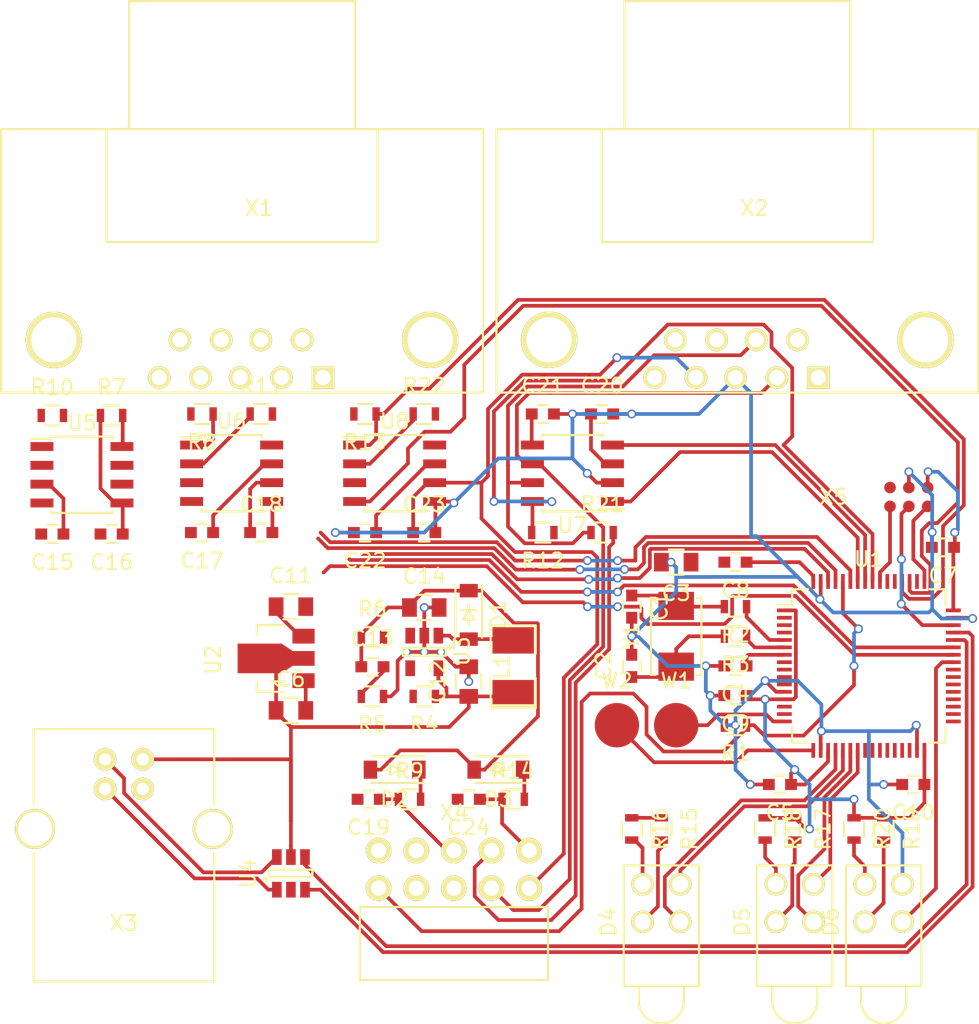
<source format=kicad_pcb>
(kicad_pcb (version 4) (host pcbnew 4.0.2+dfsg1-stable)

  (general
    (links 170)
    (no_connects 56)
    (area 116.218999 49.914999 182.750002 119.353001)
    (thickness 1.6)
    (drawings 0)
    (tracks 640)
    (zones 0)
    (modules 69)
    (nets 58)
  )

  (page A4)
  (layers
    (0 F.Cu signal)
    (31 B.Cu signal)
    (32 B.Adhes user)
    (33 F.Adhes user)
    (34 B.Paste user)
    (35 F.Paste user)
    (36 B.SilkS user)
    (37 F.SilkS user hide)
    (38 B.Mask user)
    (39 F.Mask user)
    (40 Dwgs.User user)
    (41 Cmts.User user)
    (42 Eco1.User user)
    (43 Eco2.User user)
    (44 Edge.Cuts user)
    (45 Margin user)
    (46 B.CrtYd user)
    (47 F.CrtYd user)
    (48 B.Fab user)
    (49 F.Fab user hide)
  )

  (setup
    (last_trace_width 0.25)
    (user_trace_width 0.15)
    (trace_clearance 0.15)
    (zone_clearance 0.508)
    (zone_45_only no)
    (trace_min 0.15)
    (segment_width 0.2)
    (edge_width 0.15)
    (via_size 0.6)
    (via_drill 0.4)
    (via_min_size 0.4)
    (via_min_drill 0.3)
    (uvia_size 0.3)
    (uvia_drill 0.1)
    (uvias_allowed no)
    (uvia_min_size 0.2)
    (uvia_min_drill 0.1)
    (pcb_text_width 0.3)
    (pcb_text_size 1.5 1.5)
    (mod_edge_width 0.15)
    (mod_text_size 1 1)
    (mod_text_width 0.15)
    (pad_size 1.524 1.524)
    (pad_drill 0.762)
    (pad_to_mask_clearance 0.05)
    (aux_axis_origin 0 0)
    (visible_elements FFFFFF7F)
    (pcbplotparams
      (layerselection 0x00030_80000001)
      (usegerberextensions false)
      (excludeedgelayer true)
      (linewidth 0.100000)
      (plotframeref false)
      (viasonmask false)
      (mode 1)
      (useauxorigin false)
      (hpglpennumber 1)
      (hpglpenspeed 20)
      (hpglpendiameter 15)
      (hpglpenoverlay 2)
      (psnegative false)
      (psa4output false)
      (plotreference true)
      (plotvalue true)
      (plotinvisibletext false)
      (padsonsilk false)
      (subtractmaskfromsilk false)
      (outputformat 1)
      (mirror false)
      (drillshape 1)
      (scaleselection 1)
      (outputdirectory ""))
  )

  (net 0 "")
  (net 1 "Net-(C1-Pad1)")
  (net 2 GND)
  (net 3 "Net-(C2-Pad1)")
  (net 4 +3V3)
  (net 5 NRST)
  (net 6 +5V)
  (net 7 +12V)
  (net 8 "Net-(C13-Pad2)")
  (net 9 LIN1)
  (net 10 "Net-(C19-Pad1)")
  (net 11 LIN2)
  (net 12 "Net-(C24-Pad1)")
  (net 13 "Net-(D1-Pad2)")
  (net 14 "Net-(D2-Pad1)")
  (net 15 "Net-(D3-Pad1)")
  (net 16 "Net-(R1-Pad1)")
  (net 17 "Net-(R2-Pad1)")
  (net 18 "Net-(R3-Pad1)")
  (net 19 "Net-(R4-Pad2)")
  (net 20 CAN1_S)
  (net 21 LIN1_RX)
  (net 22 "Net-(R10-Pad1)")
  (net 23 CAN1_H)
  (net 24 "Net-(R11-Pad1)")
  (net 25 CAN2_S)
  (net 26 LIN2_RX)
  (net 27 CAN2_H)
  (net 28 "Net-(R21-Pad2)")
  (net 29 "Net-(R22-Pad1)")
  (net 30 "Net-(U1-Pad16)")
  (net 31 "Net-(U1-Pad17)")
  (net 32 LED0)
  (net 33 LED1)
  (net 34 LED2)
  (net 35 LED3)
  (net 36 LED4)
  (net 37 LIN1_TX)
  (net 38 SWDIO)
  (net 39 SWCLK)
  (net 40 SWO)
  (net 41 CAN2_RX)
  (net 42 CAN2_TX)
  (net 43 CAN1_RX)
  (net 44 CAN1_TX)
  (net 45 USB_DM)
  (net 46 USB_DP)
  (net 47 CAN1_L)
  (net 48 CAN2_L)
  (net 49 "Net-(D4-Pad1)")
  (net 50 "Net-(D4-Pad3)")
  (net 51 "Net-(D5-Pad1)")
  (net 52 "Net-(D5-Pad3)")
  (net 53 "Net-(D6-Pad1)")
  (net 54 "Net-(D6-Pad3)")
  (net 55 LIN2_TX)
  (net 56 "Net-(U4-Pad1)")
  (net 57 "Net-(U4-Pad6)")

  (net_class Default "This is the default net class."
    (clearance 0.15)
    (trace_width 0.25)
    (via_dia 0.6)
    (via_drill 0.4)
    (uvia_dia 0.3)
    (uvia_drill 0.1)
    (add_net +12V)
    (add_net +3V3)
    (add_net +5V)
    (add_net CAN1_H)
    (add_net CAN1_L)
    (add_net CAN1_RX)
    (add_net CAN1_S)
    (add_net CAN1_TX)
    (add_net CAN2_H)
    (add_net CAN2_L)
    (add_net CAN2_RX)
    (add_net CAN2_S)
    (add_net CAN2_TX)
    (add_net GND)
    (add_net LED0)
    (add_net LED1)
    (add_net LED2)
    (add_net LED3)
    (add_net LED4)
    (add_net LIN1)
    (add_net LIN1_RX)
    (add_net LIN1_TX)
    (add_net LIN2)
    (add_net LIN2_RX)
    (add_net LIN2_TX)
    (add_net NRST)
    (add_net "Net-(C1-Pad1)")
    (add_net "Net-(C13-Pad2)")
    (add_net "Net-(C19-Pad1)")
    (add_net "Net-(C2-Pad1)")
    (add_net "Net-(C24-Pad1)")
    (add_net "Net-(D1-Pad2)")
    (add_net "Net-(D2-Pad1)")
    (add_net "Net-(D3-Pad1)")
    (add_net "Net-(D4-Pad1)")
    (add_net "Net-(D4-Pad3)")
    (add_net "Net-(D5-Pad1)")
    (add_net "Net-(D5-Pad3)")
    (add_net "Net-(D6-Pad1)")
    (add_net "Net-(D6-Pad3)")
    (add_net "Net-(R1-Pad1)")
    (add_net "Net-(R10-Pad1)")
    (add_net "Net-(R11-Pad1)")
    (add_net "Net-(R2-Pad1)")
    (add_net "Net-(R21-Pad2)")
    (add_net "Net-(R22-Pad1)")
    (add_net "Net-(R3-Pad1)")
    (add_net "Net-(R4-Pad2)")
    (add_net "Net-(U1-Pad16)")
    (add_net "Net-(U1-Pad17)")
    (add_net "Net-(U4-Pad1)")
    (add_net "Net-(U4-Pad6)")
    (add_net SWCLK)
    (add_net SWDIO)
    (add_net SWO)
    (add_net USB_DM)
    (add_net USB_DP)
  )

  (module Connect:USB_B (layer F.Cu) (tedit 55B36073) (tstamp 57436156)
    (at 126 101.301 270)
    (descr "USB B connector")
    (tags "USB_B USB_DEV")
    (path /57485E84)
    (fp_text reference X3 (at 11.049 1.27 360) (layer F.SilkS)
      (effects (font (size 1 1) (thickness 0.15)))
    )
    (fp_text value USB_B (at 4.699 1.27 360) (layer F.Fab)
      (effects (font (size 1 1) (thickness 0.15)))
    )
    (fp_line (start 15.25 8.9) (end -2.3 8.9) (layer F.CrtYd) (width 0.05))
    (fp_line (start -2.3 8.9) (end -2.3 -6.35) (layer F.CrtYd) (width 0.05))
    (fp_line (start -2.3 -6.35) (end 15.25 -6.35) (layer F.CrtYd) (width 0.05))
    (fp_line (start 15.25 -6.35) (end 15.25 8.9) (layer F.CrtYd) (width 0.05))
    (fp_line (start 6.35 7.366) (end 14.986 7.366) (layer F.SilkS) (width 0.15))
    (fp_line (start -2.032 7.366) (end 3.048 7.366) (layer F.SilkS) (width 0.15))
    (fp_line (start 6.35 -4.826) (end 14.986 -4.826) (layer F.SilkS) (width 0.15))
    (fp_line (start -2.032 -4.826) (end 3.048 -4.826) (layer F.SilkS) (width 0.15))
    (fp_line (start 14.986 -4.826) (end 14.986 7.366) (layer F.SilkS) (width 0.15))
    (fp_line (start -2.032 7.366) (end -2.032 -4.826) (layer F.SilkS) (width 0.15))
    (pad 2 thru_hole circle (at 0 2.54 180) (size 1.524 1.524) (drill 0.8128) (layers *.Cu *.Mask F.SilkS)
      (net 57 "Net-(U4-Pad6)"))
    (pad 1 thru_hole circle (at 0 0 180) (size 1.524 1.524) (drill 0.8128) (layers *.Cu *.Mask F.SilkS)
      (net 6 +5V))
    (pad 4 thru_hole circle (at 1.99898 0 180) (size 1.524 1.524) (drill 0.8128) (layers *.Cu *.Mask F.SilkS)
      (net 2 GND))
    (pad 3 thru_hole circle (at 1.99898 2.54 180) (size 1.524 1.524) (drill 0.8128) (layers *.Cu *.Mask F.SilkS)
      (net 56 "Net-(U4-Pad1)"))
    (pad 5 thru_hole circle (at 4.699 7.26948 180) (size 2.70002 2.70002) (drill 2.30124) (layers *.Cu *.Mask F.SilkS)
      (net 2 GND))
    (pad 5 thru_hole circle (at 4.699 -4.72948 180) (size 2.70002 2.70002) (drill 2.30124) (layers *.Cu *.Mask F.SilkS)
      (net 2 GND))
    (model Connect.3dshapes/USB_B.wrl
      (at (xyz 0.185 -0.05 0.001))
      (scale (xyz 0.3937 0.3937 0.3937))
      (rotate (xyz 0 0 -90))
    )
  )

  (module Housings_QFP:LQFP-64_10x10mm_Pitch0.5mm (layer F.Cu) (tedit 54130A77) (tstamp 574360D9)
    (at 175 95)
    (descr "64 LEAD LQFP 10x10mm (see MICREL LQFP10x10-64LD-PL-1.pdf)")
    (tags "QFP 0.5")
    (path /57423930)
    (attr smd)
    (fp_text reference U1 (at 0 -7.2) (layer F.SilkS)
      (effects (font (size 1 1) (thickness 0.15)))
    )
    (fp_text value STM32F105RB (at 0 7.2) (layer F.Fab)
      (effects (font (size 1 1) (thickness 0.15)))
    )
    (fp_line (start -6.45 -6.45) (end -6.45 6.45) (layer F.CrtYd) (width 0.05))
    (fp_line (start 6.45 -6.45) (end 6.45 6.45) (layer F.CrtYd) (width 0.05))
    (fp_line (start -6.45 -6.45) (end 6.45 -6.45) (layer F.CrtYd) (width 0.05))
    (fp_line (start -6.45 6.45) (end 6.45 6.45) (layer F.CrtYd) (width 0.05))
    (fp_line (start -5.175 -5.175) (end -5.175 -4.1) (layer F.SilkS) (width 0.15))
    (fp_line (start 5.175 -5.175) (end 5.175 -4.1) (layer F.SilkS) (width 0.15))
    (fp_line (start 5.175 5.175) (end 5.175 4.1) (layer F.SilkS) (width 0.15))
    (fp_line (start -5.175 5.175) (end -5.175 4.1) (layer F.SilkS) (width 0.15))
    (fp_line (start -5.175 -5.175) (end -4.1 -5.175) (layer F.SilkS) (width 0.15))
    (fp_line (start -5.175 5.175) (end -4.1 5.175) (layer F.SilkS) (width 0.15))
    (fp_line (start 5.175 5.175) (end 4.1 5.175) (layer F.SilkS) (width 0.15))
    (fp_line (start 5.175 -5.175) (end 4.1 -5.175) (layer F.SilkS) (width 0.15))
    (fp_line (start -5.175 -4.1) (end -6.2 -4.1) (layer F.SilkS) (width 0.15))
    (pad 1 smd rect (at -5.7 -3.75) (size 1 0.25) (layers F.Cu F.Paste F.Mask)
      (net 4 +3V3))
    (pad 2 smd rect (at -5.7 -3.25) (size 1 0.25) (layers F.Cu F.Paste F.Mask))
    (pad 3 smd rect (at -5.7 -2.75) (size 1 0.25) (layers F.Cu F.Paste F.Mask))
    (pad 4 smd rect (at -5.7 -2.25) (size 1 0.25) (layers F.Cu F.Paste F.Mask))
    (pad 5 smd rect (at -5.7 -1.75) (size 1 0.25) (layers F.Cu F.Paste F.Mask)
      (net 17 "Net-(R2-Pad1)"))
    (pad 6 smd rect (at -5.7 -1.25) (size 1 0.25) (layers F.Cu F.Paste F.Mask)
      (net 18 "Net-(R3-Pad1)"))
    (pad 7 smd rect (at -5.7 -0.75) (size 1 0.25) (layers F.Cu F.Paste F.Mask)
      (net 5 NRST))
    (pad 8 smd rect (at -5.7 -0.25) (size 1 0.25) (layers F.Cu F.Paste F.Mask))
    (pad 9 smd rect (at -5.7 0.25) (size 1 0.25) (layers F.Cu F.Paste F.Mask))
    (pad 10 smd rect (at -5.7 0.75) (size 1 0.25) (layers F.Cu F.Paste F.Mask))
    (pad 11 smd rect (at -5.7 1.25) (size 1 0.25) (layers F.Cu F.Paste F.Mask))
    (pad 12 smd rect (at -5.7 1.75) (size 1 0.25) (layers F.Cu F.Paste F.Mask)
      (net 2 GND))
    (pad 13 smd rect (at -5.7 2.25) (size 1 0.25) (layers F.Cu F.Paste F.Mask)
      (net 4 +3V3))
    (pad 14 smd rect (at -5.7 2.75) (size 1 0.25) (layers F.Cu F.Paste F.Mask))
    (pad 15 smd rect (at -5.7 3.25) (size 1 0.25) (layers F.Cu F.Paste F.Mask))
    (pad 16 smd rect (at -5.7 3.75) (size 1 0.25) (layers F.Cu F.Paste F.Mask)
      (net 30 "Net-(U1-Pad16)"))
    (pad 17 smd rect (at -3.75 5.7 90) (size 1 0.25) (layers F.Cu F.Paste F.Mask)
      (net 31 "Net-(U1-Pad17)"))
    (pad 18 smd rect (at -3.25 5.7 90) (size 1 0.25) (layers F.Cu F.Paste F.Mask)
      (net 2 GND))
    (pad 19 smd rect (at -2.75 5.7 90) (size 1 0.25) (layers F.Cu F.Paste F.Mask)
      (net 4 +3V3))
    (pad 20 smd rect (at -2.25 5.7 90) (size 1 0.25) (layers F.Cu F.Paste F.Mask)
      (net 32 LED0))
    (pad 21 smd rect (at -1.75 5.7 90) (size 1 0.25) (layers F.Cu F.Paste F.Mask)
      (net 33 LED1))
    (pad 22 smd rect (at -1.25 5.7 90) (size 1 0.25) (layers F.Cu F.Paste F.Mask)
      (net 34 LED2))
    (pad 23 smd rect (at -0.75 5.7 90) (size 1 0.25) (layers F.Cu F.Paste F.Mask)
      (net 35 LED3))
    (pad 24 smd rect (at -0.25 5.7 90) (size 1 0.25) (layers F.Cu F.Paste F.Mask))
    (pad 25 smd rect (at 0.25 5.7 90) (size 1 0.25) (layers F.Cu F.Paste F.Mask))
    (pad 26 smd rect (at 0.75 5.7 90) (size 1 0.25) (layers F.Cu F.Paste F.Mask))
    (pad 27 smd rect (at 1.25 5.7 90) (size 1 0.25) (layers F.Cu F.Paste F.Mask))
    (pad 28 smd rect (at 1.75 5.7 90) (size 1 0.25) (layers F.Cu F.Paste F.Mask))
    (pad 29 smd rect (at 2.25 5.7 90) (size 1 0.25) (layers F.Cu F.Paste F.Mask))
    (pad 30 smd rect (at 2.75 5.7 90) (size 1 0.25) (layers F.Cu F.Paste F.Mask))
    (pad 31 smd rect (at 3.25 5.7 90) (size 1 0.25) (layers F.Cu F.Paste F.Mask)
      (net 2 GND))
    (pad 32 smd rect (at 3.75 5.7 90) (size 1 0.25) (layers F.Cu F.Paste F.Mask)
      (net 4 +3V3))
    (pad 33 smd rect (at 5.7 3.75) (size 1 0.25) (layers F.Cu F.Paste F.Mask))
    (pad 34 smd rect (at 5.7 3.25) (size 1 0.25) (layers F.Cu F.Paste F.Mask))
    (pad 35 smd rect (at 5.7 2.75) (size 1 0.25) (layers F.Cu F.Paste F.Mask))
    (pad 36 smd rect (at 5.7 2.25) (size 1 0.25) (layers F.Cu F.Paste F.Mask))
    (pad 37 smd rect (at 5.7 1.75) (size 1 0.25) (layers F.Cu F.Paste F.Mask))
    (pad 38 smd rect (at 5.7 1.25) (size 1 0.25) (layers F.Cu F.Paste F.Mask))
    (pad 39 smd rect (at 5.7 0.75) (size 1 0.25) (layers F.Cu F.Paste F.Mask))
    (pad 40 smd rect (at 5.7 0.25) (size 1 0.25) (layers F.Cu F.Paste F.Mask))
    (pad 41 smd rect (at 5.7 -0.25) (size 1 0.25) (layers F.Cu F.Paste F.Mask)
      (net 36 LED4))
    (pad 42 smd rect (at 5.7 -0.75) (size 1 0.25) (layers F.Cu F.Paste F.Mask)
      (net 37 LIN1_TX))
    (pad 43 smd rect (at 5.7 -1.25) (size 1 0.25) (layers F.Cu F.Paste F.Mask)
      (net 21 LIN1_RX))
    (pad 44 smd rect (at 5.7 -1.75) (size 1 0.25) (layers F.Cu F.Paste F.Mask)
      (net 45 USB_DM))
    (pad 45 smd rect (at 5.7 -2.25) (size 1 0.25) (layers F.Cu F.Paste F.Mask)
      (net 46 USB_DP))
    (pad 46 smd rect (at 5.7 -2.75) (size 1 0.25) (layers F.Cu F.Paste F.Mask)
      (net 38 SWDIO))
    (pad 47 smd rect (at 5.7 -3.25) (size 1 0.25) (layers F.Cu F.Paste F.Mask)
      (net 2 GND))
    (pad 48 smd rect (at 5.7 -3.75) (size 1 0.25) (layers F.Cu F.Paste F.Mask)
      (net 4 +3V3))
    (pad 49 smd rect (at 3.75 -5.7 90) (size 1 0.25) (layers F.Cu F.Paste F.Mask)
      (net 39 SWCLK))
    (pad 50 smd rect (at 3.25 -5.7 90) (size 1 0.25) (layers F.Cu F.Paste F.Mask))
    (pad 51 smd rect (at 2.75 -5.7 90) (size 1 0.25) (layers F.Cu F.Paste F.Mask)
      (net 55 LIN2_TX))
    (pad 52 smd rect (at 2.25 -5.7 90) (size 1 0.25) (layers F.Cu F.Paste F.Mask)
      (net 26 LIN2_RX))
    (pad 53 smd rect (at 1.75 -5.7 90) (size 1 0.25) (layers F.Cu F.Paste F.Mask))
    (pad 54 smd rect (at 1.25 -5.7 90) (size 1 0.25) (layers F.Cu F.Paste F.Mask))
    (pad 55 smd rect (at 0.75 -5.7 90) (size 1 0.25) (layers F.Cu F.Paste F.Mask)
      (net 40 SWO))
    (pad 56 smd rect (at 0.25 -5.7 90) (size 1 0.25) (layers F.Cu F.Paste F.Mask)
      (net 25 CAN2_S))
    (pad 57 smd rect (at -0.25 -5.7 90) (size 1 0.25) (layers F.Cu F.Paste F.Mask)
      (net 41 CAN2_RX))
    (pad 58 smd rect (at -0.75 -5.7 90) (size 1 0.25) (layers F.Cu F.Paste F.Mask)
      (net 42 CAN2_TX))
    (pad 59 smd rect (at -1.25 -5.7 90) (size 1 0.25) (layers F.Cu F.Paste F.Mask)
      (net 20 CAN1_S))
    (pad 60 smd rect (at -1.75 -5.7 90) (size 1 0.25) (layers F.Cu F.Paste F.Mask)
      (net 16 "Net-(R1-Pad1)"))
    (pad 61 smd rect (at -2.25 -5.7 90) (size 1 0.25) (layers F.Cu F.Paste F.Mask)
      (net 43 CAN1_RX))
    (pad 62 smd rect (at -2.75 -5.7 90) (size 1 0.25) (layers F.Cu F.Paste F.Mask)
      (net 44 CAN1_TX))
    (pad 63 smd rect (at -3.25 -5.7 90) (size 1 0.25) (layers F.Cu F.Paste F.Mask)
      (net 2 GND))
    (pad 64 smd rect (at -3.75 -5.7 90) (size 1 0.25) (layers F.Cu F.Paste F.Mask)
      (net 4 +3V3))
    (model Housings_QFP.3dshapes/LQFP-64_10x10mm_Pitch0.5mm.wrl
      (at (xyz 0 0 0))
      (scale (xyz 1 1 1))
      (rotate (xyz 0 0 0))
    )
  )

  (module Housings_SOIC:SOIC-8_3.9x4.9mm_Pitch1.27mm (layer F.Cu) (tedit 54130A77) (tstamp 5743610C)
    (at 132 82)
    (descr "8-Lead Plastic Small Outline (SN) - Narrow, 3.90 mm Body [SOIC] (see Microchip Packaging Specification 00000049BS.pdf)")
    (tags "SOIC 1.27")
    (path /57451B22)
    (attr smd)
    (fp_text reference U6 (at 0 -3.5) (layer F.SilkS)
      (effects (font (size 1 1) (thickness 0.15)))
    )
    (fp_text value TJA1021 (at 0 3.5) (layer F.Fab)
      (effects (font (size 1 1) (thickness 0.15)))
    )
    (fp_line (start -3.75 -2.75) (end -3.75 2.75) (layer F.CrtYd) (width 0.05))
    (fp_line (start 3.75 -2.75) (end 3.75 2.75) (layer F.CrtYd) (width 0.05))
    (fp_line (start -3.75 -2.75) (end 3.75 -2.75) (layer F.CrtYd) (width 0.05))
    (fp_line (start -3.75 2.75) (end 3.75 2.75) (layer F.CrtYd) (width 0.05))
    (fp_line (start -2.075 -2.575) (end -2.075 -2.43) (layer F.SilkS) (width 0.15))
    (fp_line (start 2.075 -2.575) (end 2.075 -2.43) (layer F.SilkS) (width 0.15))
    (fp_line (start 2.075 2.575) (end 2.075 2.43) (layer F.SilkS) (width 0.15))
    (fp_line (start -2.075 2.575) (end -2.075 2.43) (layer F.SilkS) (width 0.15))
    (fp_line (start -2.075 -2.575) (end 2.075 -2.575) (layer F.SilkS) (width 0.15))
    (fp_line (start -2.075 2.575) (end 2.075 2.575) (layer F.SilkS) (width 0.15))
    (fp_line (start -2.075 -2.43) (end -3.475 -2.43) (layer F.SilkS) (width 0.15))
    (pad 1 smd rect (at -2.7 -1.905) (size 1.55 0.6) (layers F.Cu F.Paste F.Mask)
      (net 21 LIN1_RX))
    (pad 2 smd rect (at -2.7 -0.635) (size 1.55 0.6) (layers F.Cu F.Paste F.Mask)
      (net 24 "Net-(R11-Pad1)"))
    (pad 3 smd rect (at -2.7 0.635) (size 1.55 0.6) (layers F.Cu F.Paste F.Mask))
    (pad 4 smd rect (at -2.7 1.905) (size 1.55 0.6) (layers F.Cu F.Paste F.Mask)
      (net 37 LIN1_TX))
    (pad 5 smd rect (at 2.7 1.905) (size 1.55 0.6) (layers F.Cu F.Paste F.Mask)
      (net 2 GND))
    (pad 6 smd rect (at 2.7 0.635) (size 1.55 0.6) (layers F.Cu F.Paste F.Mask)
      (net 9 LIN1))
    (pad 7 smd rect (at 2.7 -0.635) (size 1.55 0.6) (layers F.Cu F.Paste F.Mask)
      (net 7 +12V))
    (pad 8 smd rect (at 2.7 -1.905) (size 1.55 0.6) (layers F.Cu F.Paste F.Mask))
    (model Housings_SOIC.3dshapes/SOIC-8_3.9x4.9mm_Pitch1.27mm.wrl
      (at (xyz 0 0 0))
      (scale (xyz 1 1 1))
      (rotate (xyz 0 0 0))
    )
  )

  (module TO_SOT_Packages_SMD:SOT-23-5 (layer F.Cu) (tedit 55360473) (tstamp 574360EB)
    (at 145 94.05755 270)
    (descr "5-pin SOT23 package")
    (tags SOT-23-5)
    (path /57445B28)
    (attr smd)
    (fp_text reference U3 (at -0.05 -2.55 270) (layer F.SilkS)
      (effects (font (size 1 1) (thickness 0.15)))
    )
    (fp_text value LM27313 (at -0.05 2.35 270) (layer F.Fab)
      (effects (font (size 1 1) (thickness 0.15)))
    )
    (fp_line (start -1.8 -1.6) (end 1.8 -1.6) (layer F.CrtYd) (width 0.05))
    (fp_line (start 1.8 -1.6) (end 1.8 1.6) (layer F.CrtYd) (width 0.05))
    (fp_line (start 1.8 1.6) (end -1.8 1.6) (layer F.CrtYd) (width 0.05))
    (fp_line (start -1.8 1.6) (end -1.8 -1.6) (layer F.CrtYd) (width 0.05))
    (fp_circle (center -0.3 -1.7) (end -0.2 -1.7) (layer F.SilkS) (width 0.15))
    (fp_line (start 0.25 -1.45) (end -0.25 -1.45) (layer F.SilkS) (width 0.15))
    (fp_line (start 0.25 1.45) (end 0.25 -1.45) (layer F.SilkS) (width 0.15))
    (fp_line (start -0.25 1.45) (end 0.25 1.45) (layer F.SilkS) (width 0.15))
    (fp_line (start -0.25 -1.45) (end -0.25 1.45) (layer F.SilkS) (width 0.15))
    (pad 1 smd rect (at -1.1 -0.95 270) (size 1.06 0.65) (layers F.Cu F.Paste F.Mask)
      (net 13 "Net-(D1-Pad2)"))
    (pad 2 smd rect (at -1.1 0 270) (size 1.06 0.65) (layers F.Cu F.Paste F.Mask)
      (net 2 GND))
    (pad 3 smd rect (at -1.1 0.95 270) (size 1.06 0.65) (layers F.Cu F.Paste F.Mask)
      (net 8 "Net-(C13-Pad2)"))
    (pad 4 smd rect (at 1.1 0.95 270) (size 1.06 0.65) (layers F.Cu F.Paste F.Mask)
      (net 19 "Net-(R4-Pad2)"))
    (pad 5 smd rect (at 1.1 -0.95 270) (size 1.06 0.65) (layers F.Cu F.Paste F.Mask)
      (net 6 +5V))
    (model TO_SOT_Packages_SMD.3dshapes/SOT-23-5.wrl
      (at (xyz 0 0 0))
      (scale (xyz 1 1 1))
      (rotate (xyz 0 0 0))
    )
  )

  (module tagconnect:TC2030-NL (layer F.Cu) (tedit 5704A8AA) (tstamp 57436171)
    (at 177.7 83.6 180)
    (path /5742EFAF)
    (fp_text reference X5 (at 5.08 0 180) (layer F.SilkS)
      (effects (font (size 1 1) (thickness 0.15)))
    )
    (fp_text value CON_SWD (at 0 -2.54 180) (layer F.Fab) hide
      (effects (font (size 1 1) (thickness 0.15)))
    )
    (pad "" np_thru_hole circle (at 2.54 -1.016 180) (size 0.9906 0.9906) (drill 0.9906) (layers *.Cu *.Mask F.SilkS))
    (pad "" np_thru_hole circle (at 2.54 1.016 180) (size 0.9906 0.9906) (drill 0.9906) (layers *.Cu *.Mask F.SilkS))
    (pad 5 connect circle (at 1.27 0.635 180) (size 0.7874 0.7874) (layers F.Cu F.Mask)
      (net 5 NRST))
    (pad 3 connect circle (at 0 0.635 180) (size 0.7874 0.7874) (layers F.Cu F.Mask)
      (net 2 GND))
    (pad 1 connect circle (at -1.27 0.635 180) (size 0.7874 0.7874) (layers F.Cu F.Mask)
      (net 4 +3V3))
    (pad 6 connect circle (at 1.27 -0.635 180) (size 0.7874 0.7874) (layers F.Cu F.Mask)
      (net 40 SWO))
    (pad 2 connect circle (at -1.27 -0.635 180) (size 0.7874 0.7874) (layers F.Cu F.Mask)
      (net 39 SWCLK))
    (pad 4 connect circle (at 0 -0.635 180) (size 0.7874 0.7874) (layers F.Cu F.Mask)
      (net 38 SWDIO))
    (pad "" np_thru_hole circle (at -2.54 0 180) (size 0.9906 0.9906) (drill 0.9906) (layers *.Cu *.Mask F.SilkS))
  )

  (module Resistors_SMD:R_0603 (layer F.Cu) (tedit 5415CC62) (tstamp 5743601D)
    (at 166 91 180)
    (descr "Resistor SMD 0603, reflow soldering, Vishay (see dcrcw.pdf)")
    (tags "resistor 0603")
    (path /57423CD6)
    (attr smd)
    (fp_text reference R2 (at 0 -1.9 180) (layer F.SilkS)
      (effects (font (size 1 1) (thickness 0.15)))
    )
    (fp_text value 0R (at 0 1.9 180) (layer F.Fab)
      (effects (font (size 1 1) (thickness 0.15)))
    )
    (fp_line (start -1.3 -0.8) (end 1.3 -0.8) (layer F.CrtYd) (width 0.05))
    (fp_line (start -1.3 0.8) (end 1.3 0.8) (layer F.CrtYd) (width 0.05))
    (fp_line (start -1.3 -0.8) (end -1.3 0.8) (layer F.CrtYd) (width 0.05))
    (fp_line (start 1.3 -0.8) (end 1.3 0.8) (layer F.CrtYd) (width 0.05))
    (fp_line (start 0.5 0.675) (end -0.5 0.675) (layer F.SilkS) (width 0.15))
    (fp_line (start -0.5 -0.675) (end 0.5 -0.675) (layer F.SilkS) (width 0.15))
    (pad 1 smd rect (at -0.75 0 180) (size 0.5 0.9) (layers F.Cu F.Paste F.Mask)
      (net 17 "Net-(R2-Pad1)"))
    (pad 2 smd rect (at 0.75 0 180) (size 0.5 0.9) (layers F.Cu F.Paste F.Mask)
      (net 1 "Net-(C1-Pad1)"))
    (model Resistors_SMD.3dshapes/R_0603.wrl
      (at (xyz 0 0 0))
      (scale (xyz 1 1 1))
      (rotate (xyz 0 0 0))
    )
  )

  (module Capacitors_SMD:C_0603 (layer F.Cu) (tedit 5415D631) (tstamp 57435F6F)
    (at 159 91 270)
    (descr "Capacitor SMD 0603, reflow soldering, AVX (see smccp.pdf)")
    (tags "capacitor 0603")
    (path /57423DCD)
    (attr smd)
    (fp_text reference C1 (at 0 -1.9 270) (layer F.SilkS)
      (effects (font (size 1 1) (thickness 0.15)))
    )
    (fp_text value 18pF (at 0 1.9 270) (layer F.Fab)
      (effects (font (size 1 1) (thickness 0.15)))
    )
    (fp_line (start -1.45 -0.75) (end 1.45 -0.75) (layer F.CrtYd) (width 0.05))
    (fp_line (start -1.45 0.75) (end 1.45 0.75) (layer F.CrtYd) (width 0.05))
    (fp_line (start -1.45 -0.75) (end -1.45 0.75) (layer F.CrtYd) (width 0.05))
    (fp_line (start 1.45 -0.75) (end 1.45 0.75) (layer F.CrtYd) (width 0.05))
    (fp_line (start -0.35 -0.6) (end 0.35 -0.6) (layer F.SilkS) (width 0.15))
    (fp_line (start 0.35 0.6) (end -0.35 0.6) (layer F.SilkS) (width 0.15))
    (pad 1 smd rect (at -0.75 0 270) (size 0.8 0.75) (layers F.Cu F.Paste F.Mask)
      (net 1 "Net-(C1-Pad1)"))
    (pad 2 smd rect (at 0.75 0 270) (size 0.8 0.75) (layers F.Cu F.Paste F.Mask)
      (net 2 GND))
    (model Capacitors_SMD.3dshapes/C_0603.wrl
      (at (xyz 0 0 0))
      (scale (xyz 1 1 1))
      (rotate (xyz 0 0 0))
    )
  )

  (module Capacitors_SMD:C_0603 (layer F.Cu) (tedit 5415D631) (tstamp 57435F75)
    (at 159 95 90)
    (descr "Capacitor SMD 0603, reflow soldering, AVX (see smccp.pdf)")
    (tags "capacitor 0603")
    (path /57423E12)
    (attr smd)
    (fp_text reference C2 (at 0 -1.9 90) (layer F.SilkS)
      (effects (font (size 1 1) (thickness 0.15)))
    )
    (fp_text value 18pF (at 0 1.9 90) (layer F.Fab)
      (effects (font (size 1 1) (thickness 0.15)))
    )
    (fp_line (start -1.45 -0.75) (end 1.45 -0.75) (layer F.CrtYd) (width 0.05))
    (fp_line (start -1.45 0.75) (end 1.45 0.75) (layer F.CrtYd) (width 0.05))
    (fp_line (start -1.45 -0.75) (end -1.45 0.75) (layer F.CrtYd) (width 0.05))
    (fp_line (start 1.45 -0.75) (end 1.45 0.75) (layer F.CrtYd) (width 0.05))
    (fp_line (start -0.35 -0.6) (end 0.35 -0.6) (layer F.SilkS) (width 0.15))
    (fp_line (start 0.35 0.6) (end -0.35 0.6) (layer F.SilkS) (width 0.15))
    (pad 1 smd rect (at -0.75 0 90) (size 0.8 0.75) (layers F.Cu F.Paste F.Mask)
      (net 3 "Net-(C2-Pad1)"))
    (pad 2 smd rect (at 0.75 0 90) (size 0.8 0.75) (layers F.Cu F.Paste F.Mask)
      (net 2 GND))
    (model Capacitors_SMD.3dshapes/C_0603.wrl
      (at (xyz 0 0 0))
      (scale (xyz 1 1 1))
      (rotate (xyz 0 0 0))
    )
  )

  (module Capacitors_SMD:C_0805 (layer F.Cu) (tedit 5415D6EA) (tstamp 57435F7B)
    (at 162 88 180)
    (descr "Capacitor SMD 0805, reflow soldering, AVX (see smccp.pdf)")
    (tags "capacitor 0805")
    (path /57424F43)
    (attr smd)
    (fp_text reference C3 (at 0 -2.1 180) (layer F.SilkS)
      (effects (font (size 1 1) (thickness 0.15)))
    )
    (fp_text value 10uF (at 0 2.1 180) (layer F.Fab)
      (effects (font (size 1 1) (thickness 0.15)))
    )
    (fp_line (start -1.8 -1) (end 1.8 -1) (layer F.CrtYd) (width 0.05))
    (fp_line (start -1.8 1) (end 1.8 1) (layer F.CrtYd) (width 0.05))
    (fp_line (start -1.8 -1) (end -1.8 1) (layer F.CrtYd) (width 0.05))
    (fp_line (start 1.8 -1) (end 1.8 1) (layer F.CrtYd) (width 0.05))
    (fp_line (start 0.5 -0.85) (end -0.5 -0.85) (layer F.SilkS) (width 0.15))
    (fp_line (start -0.5 0.85) (end 0.5 0.85) (layer F.SilkS) (width 0.15))
    (pad 1 smd rect (at -1 0 180) (size 1 1.25) (layers F.Cu F.Paste F.Mask)
      (net 4 +3V3))
    (pad 2 smd rect (at 1 0 180) (size 1 1.25) (layers F.Cu F.Paste F.Mask)
      (net 2 GND))
    (model Capacitors_SMD.3dshapes/C_0805.wrl
      (at (xyz 0 0 0))
      (scale (xyz 1 1 1))
      (rotate (xyz 0 0 0))
    )
  )

  (module Capacitors_SMD:C_0603 (layer F.Cu) (tedit 5415D631) (tstamp 57435F81)
    (at 166 95 180)
    (descr "Capacitor SMD 0603, reflow soldering, AVX (see smccp.pdf)")
    (tags "capacitor 0603")
    (path /574269C9)
    (attr smd)
    (fp_text reference C4 (at 0 -1.9 180) (layer F.SilkS)
      (effects (font (size 1 1) (thickness 0.15)))
    )
    (fp_text value 100nF (at 0 1.9 180) (layer F.Fab)
      (effects (font (size 1 1) (thickness 0.15)))
    )
    (fp_line (start -1.45 -0.75) (end 1.45 -0.75) (layer F.CrtYd) (width 0.05))
    (fp_line (start -1.45 0.75) (end 1.45 0.75) (layer F.CrtYd) (width 0.05))
    (fp_line (start -1.45 -0.75) (end -1.45 0.75) (layer F.CrtYd) (width 0.05))
    (fp_line (start 1.45 -0.75) (end 1.45 0.75) (layer F.CrtYd) (width 0.05))
    (fp_line (start -0.35 -0.6) (end 0.35 -0.6) (layer F.SilkS) (width 0.15))
    (fp_line (start 0.35 0.6) (end -0.35 0.6) (layer F.SilkS) (width 0.15))
    (pad 1 smd rect (at -0.75 0 180) (size 0.8 0.75) (layers F.Cu F.Paste F.Mask)
      (net 5 NRST))
    (pad 2 smd rect (at 0.75 0 180) (size 0.8 0.75) (layers F.Cu F.Paste F.Mask)
      (net 2 GND))
    (model Capacitors_SMD.3dshapes/C_0603.wrl
      (at (xyz 0 0 0))
      (scale (xyz 1 1 1))
      (rotate (xyz 0 0 0))
    )
  )

  (module Capacitors_SMD:C_0603 (layer F.Cu) (tedit 5415D631) (tstamp 57435F87)
    (at 169 103 180)
    (descr "Capacitor SMD 0603, reflow soldering, AVX (see smccp.pdf)")
    (tags "capacitor 0603")
    (path /5742492E)
    (attr smd)
    (fp_text reference C5 (at 0 -1.9 180) (layer F.SilkS)
      (effects (font (size 1 1) (thickness 0.15)))
    )
    (fp_text value 100nF (at 0 1.9 180) (layer F.Fab)
      (effects (font (size 1 1) (thickness 0.15)))
    )
    (fp_line (start -1.45 -0.75) (end 1.45 -0.75) (layer F.CrtYd) (width 0.05))
    (fp_line (start -1.45 0.75) (end 1.45 0.75) (layer F.CrtYd) (width 0.05))
    (fp_line (start -1.45 -0.75) (end -1.45 0.75) (layer F.CrtYd) (width 0.05))
    (fp_line (start 1.45 -0.75) (end 1.45 0.75) (layer F.CrtYd) (width 0.05))
    (fp_line (start -0.35 -0.6) (end 0.35 -0.6) (layer F.SilkS) (width 0.15))
    (fp_line (start 0.35 0.6) (end -0.35 0.6) (layer F.SilkS) (width 0.15))
    (pad 1 smd rect (at -0.75 0 180) (size 0.8 0.75) (layers F.Cu F.Paste F.Mask)
      (net 4 +3V3))
    (pad 2 smd rect (at 0.75 0 180) (size 0.8 0.75) (layers F.Cu F.Paste F.Mask)
      (net 2 GND))
    (model Capacitors_SMD.3dshapes/C_0603.wrl
      (at (xyz 0 0 0))
      (scale (xyz 1 1 1))
      (rotate (xyz 0 0 0))
    )
  )

  (module Capacitors_SMD:C_0805 (layer F.Cu) (tedit 5415D6EA) (tstamp 57435F8D)
    (at 136 98)
    (descr "Capacitor SMD 0805, reflow soldering, AVX (see smccp.pdf)")
    (tags "capacitor 0805")
    (path /5742AEB5)
    (attr smd)
    (fp_text reference C6 (at 0 -2.1) (layer F.SilkS)
      (effects (font (size 1 1) (thickness 0.15)))
    )
    (fp_text value 10uF (at 0 2.1) (layer F.Fab)
      (effects (font (size 1 1) (thickness 0.15)))
    )
    (fp_line (start -1.8 -1) (end 1.8 -1) (layer F.CrtYd) (width 0.05))
    (fp_line (start -1.8 1) (end 1.8 1) (layer F.CrtYd) (width 0.05))
    (fp_line (start -1.8 -1) (end -1.8 1) (layer F.CrtYd) (width 0.05))
    (fp_line (start 1.8 -1) (end 1.8 1) (layer F.CrtYd) (width 0.05))
    (fp_line (start 0.5 -0.85) (end -0.5 -0.85) (layer F.SilkS) (width 0.15))
    (fp_line (start -0.5 0.85) (end 0.5 0.85) (layer F.SilkS) (width 0.15))
    (pad 1 smd rect (at -1 0) (size 1 1.25) (layers F.Cu F.Paste F.Mask)
      (net 6 +5V))
    (pad 2 smd rect (at 1 0) (size 1 1.25) (layers F.Cu F.Paste F.Mask)
      (net 2 GND))
    (model Capacitors_SMD.3dshapes/C_0805.wrl
      (at (xyz 0 0 0))
      (scale (xyz 1 1 1))
      (rotate (xyz 0 0 0))
    )
  )

  (module Capacitors_SMD:C_0603 (layer F.Cu) (tedit 5415D631) (tstamp 57435F93)
    (at 180 87 180)
    (descr "Capacitor SMD 0603, reflow soldering, AVX (see smccp.pdf)")
    (tags "capacitor 0603")
    (path /57424A17)
    (attr smd)
    (fp_text reference C7 (at 0 -1.9 180) (layer F.SilkS)
      (effects (font (size 1 1) (thickness 0.15)))
    )
    (fp_text value 100nF (at 0.25 1.9 180) (layer F.Fab)
      (effects (font (size 1 1) (thickness 0.15)))
    )
    (fp_line (start -1.45 -0.75) (end 1.45 -0.75) (layer F.CrtYd) (width 0.05))
    (fp_line (start -1.45 0.75) (end 1.45 0.75) (layer F.CrtYd) (width 0.05))
    (fp_line (start -1.45 -0.75) (end -1.45 0.75) (layer F.CrtYd) (width 0.05))
    (fp_line (start 1.45 -0.75) (end 1.45 0.75) (layer F.CrtYd) (width 0.05))
    (fp_line (start -0.35 -0.6) (end 0.35 -0.6) (layer F.SilkS) (width 0.15))
    (fp_line (start 0.35 0.6) (end -0.35 0.6) (layer F.SilkS) (width 0.15))
    (pad 1 smd rect (at -0.75 0 180) (size 0.8 0.75) (layers F.Cu F.Paste F.Mask)
      (net 4 +3V3))
    (pad 2 smd rect (at 0.75 0 180) (size 0.8 0.75) (layers F.Cu F.Paste F.Mask)
      (net 2 GND))
    (model Capacitors_SMD.3dshapes/C_0603.wrl
      (at (xyz 0 0 0))
      (scale (xyz 1 1 1))
      (rotate (xyz 0 0 0))
    )
  )

  (module Capacitors_SMD:C_0603 (layer F.Cu) (tedit 5415D631) (tstamp 57435F99)
    (at 166 88 180)
    (descr "Capacitor SMD 0603, reflow soldering, AVX (see smccp.pdf)")
    (tags "capacitor 0603")
    (path /57424A4D)
    (attr smd)
    (fp_text reference C8 (at 0 -1.9 180) (layer F.SilkS)
      (effects (font (size 1 1) (thickness 0.15)))
    )
    (fp_text value 100nF (at 0 1.9 180) (layer F.Fab)
      (effects (font (size 1 1) (thickness 0.15)))
    )
    (fp_line (start -1.45 -0.75) (end 1.45 -0.75) (layer F.CrtYd) (width 0.05))
    (fp_line (start -1.45 0.75) (end 1.45 0.75) (layer F.CrtYd) (width 0.05))
    (fp_line (start -1.45 -0.75) (end -1.45 0.75) (layer F.CrtYd) (width 0.05))
    (fp_line (start 1.45 -0.75) (end 1.45 0.75) (layer F.CrtYd) (width 0.05))
    (fp_line (start -0.35 -0.6) (end 0.35 -0.6) (layer F.SilkS) (width 0.15))
    (fp_line (start 0.35 0.6) (end -0.35 0.6) (layer F.SilkS) (width 0.15))
    (pad 1 smd rect (at -0.75 0 180) (size 0.8 0.75) (layers F.Cu F.Paste F.Mask)
      (net 4 +3V3))
    (pad 2 smd rect (at 0.75 0 180) (size 0.8 0.75) (layers F.Cu F.Paste F.Mask)
      (net 2 GND))
    (model Capacitors_SMD.3dshapes/C_0603.wrl
      (at (xyz 0 0 0))
      (scale (xyz 1 1 1))
      (rotate (xyz 0 0 0))
    )
  )

  (module Capacitors_SMD:C_0603 (layer F.Cu) (tedit 5415D631) (tstamp 57435F9F)
    (at 166 97 180)
    (descr "Capacitor SMD 0603, reflow soldering, AVX (see smccp.pdf)")
    (tags "capacitor 0603")
    (path /57424A86)
    (attr smd)
    (fp_text reference C9 (at 0 -1.9 180) (layer F.SilkS)
      (effects (font (size 1 1) (thickness 0.15)))
    )
    (fp_text value 100nF (at 0 1.9 180) (layer F.Fab)
      (effects (font (size 1 1) (thickness 0.15)))
    )
    (fp_line (start -1.45 -0.75) (end 1.45 -0.75) (layer F.CrtYd) (width 0.05))
    (fp_line (start -1.45 0.75) (end 1.45 0.75) (layer F.CrtYd) (width 0.05))
    (fp_line (start -1.45 -0.75) (end -1.45 0.75) (layer F.CrtYd) (width 0.05))
    (fp_line (start 1.45 -0.75) (end 1.45 0.75) (layer F.CrtYd) (width 0.05))
    (fp_line (start -0.35 -0.6) (end 0.35 -0.6) (layer F.SilkS) (width 0.15))
    (fp_line (start 0.35 0.6) (end -0.35 0.6) (layer F.SilkS) (width 0.15))
    (pad 1 smd rect (at -0.75 0 180) (size 0.8 0.75) (layers F.Cu F.Paste F.Mask)
      (net 4 +3V3))
    (pad 2 smd rect (at 0.75 0 180) (size 0.8 0.75) (layers F.Cu F.Paste F.Mask)
      (net 2 GND))
    (model Capacitors_SMD.3dshapes/C_0603.wrl
      (at (xyz 0 0 0))
      (scale (xyz 1 1 1))
      (rotate (xyz 0 0 0))
    )
  )

  (module Capacitors_SMD:C_0603 (layer F.Cu) (tedit 5415D631) (tstamp 57435FA5)
    (at 178 103 180)
    (descr "Capacitor SMD 0603, reflow soldering, AVX (see smccp.pdf)")
    (tags "capacitor 0603")
    (path /57424AC4)
    (attr smd)
    (fp_text reference C10 (at 0 -1.9 180) (layer F.SilkS)
      (effects (font (size 1 1) (thickness 0.15)))
    )
    (fp_text value 100nF (at 0 1.9 180) (layer F.Fab)
      (effects (font (size 1 1) (thickness 0.15)))
    )
    (fp_line (start -1.45 -0.75) (end 1.45 -0.75) (layer F.CrtYd) (width 0.05))
    (fp_line (start -1.45 0.75) (end 1.45 0.75) (layer F.CrtYd) (width 0.05))
    (fp_line (start -1.45 -0.75) (end -1.45 0.75) (layer F.CrtYd) (width 0.05))
    (fp_line (start 1.45 -0.75) (end 1.45 0.75) (layer F.CrtYd) (width 0.05))
    (fp_line (start -0.35 -0.6) (end 0.35 -0.6) (layer F.SilkS) (width 0.15))
    (fp_line (start 0.35 0.6) (end -0.35 0.6) (layer F.SilkS) (width 0.15))
    (pad 1 smd rect (at -0.75 0 180) (size 0.8 0.75) (layers F.Cu F.Paste F.Mask)
      (net 4 +3V3))
    (pad 2 smd rect (at 0.75 0 180) (size 0.8 0.75) (layers F.Cu F.Paste F.Mask)
      (net 2 GND))
    (model Capacitors_SMD.3dshapes/C_0603.wrl
      (at (xyz 0 0 0))
      (scale (xyz 1 1 1))
      (rotate (xyz 0 0 0))
    )
  )

  (module Capacitors_SMD:C_0805 (layer F.Cu) (tedit 5415D6EA) (tstamp 57435FAB)
    (at 136 91)
    (descr "Capacitor SMD 0805, reflow soldering, AVX (see smccp.pdf)")
    (tags "capacitor 0805")
    (path /5742AFC5)
    (attr smd)
    (fp_text reference C11 (at 0 -2.1) (layer F.SilkS)
      (effects (font (size 1 1) (thickness 0.15)))
    )
    (fp_text value 10uF (at 0 2.1) (layer F.Fab)
      (effects (font (size 1 1) (thickness 0.15)))
    )
    (fp_line (start -1.8 -1) (end 1.8 -1) (layer F.CrtYd) (width 0.05))
    (fp_line (start -1.8 1) (end 1.8 1) (layer F.CrtYd) (width 0.05))
    (fp_line (start -1.8 -1) (end -1.8 1) (layer F.CrtYd) (width 0.05))
    (fp_line (start 1.8 -1) (end 1.8 1) (layer F.CrtYd) (width 0.05))
    (fp_line (start 0.5 -0.85) (end -0.5 -0.85) (layer F.SilkS) (width 0.15))
    (fp_line (start -0.5 0.85) (end 0.5 0.85) (layer F.SilkS) (width 0.15))
    (pad 1 smd rect (at -1 0) (size 1 1.25) (layers F.Cu F.Paste F.Mask)
      (net 4 +3V3))
    (pad 2 smd rect (at 1 0) (size 1 1.25) (layers F.Cu F.Paste F.Mask)
      (net 2 GND))
    (model Capacitors_SMD.3dshapes/C_0805.wrl
      (at (xyz 0 0 0))
      (scale (xyz 1 1 1))
      (rotate (xyz 0 0 0))
    )
  )

  (module Capacitors_SMD:C_0805 (layer F.Cu) (tedit 5415D6EA) (tstamp 57435FB1)
    (at 148 96.05755 90)
    (descr "Capacitor SMD 0805, reflow soldering, AVX (see smccp.pdf)")
    (tags "capacitor 0805")
    (path /57446053)
    (attr smd)
    (fp_text reference C12 (at 0 -2.1 90) (layer F.SilkS)
      (effects (font (size 1 1) (thickness 0.15)))
    )
    (fp_text value 10uF (at 0 2.1 90) (layer F.Fab)
      (effects (font (size 1 1) (thickness 0.15)))
    )
    (fp_line (start -1.8 -1) (end 1.8 -1) (layer F.CrtYd) (width 0.05))
    (fp_line (start -1.8 1) (end 1.8 1) (layer F.CrtYd) (width 0.05))
    (fp_line (start -1.8 -1) (end -1.8 1) (layer F.CrtYd) (width 0.05))
    (fp_line (start 1.8 -1) (end 1.8 1) (layer F.CrtYd) (width 0.05))
    (fp_line (start 0.5 -0.85) (end -0.5 -0.85) (layer F.SilkS) (width 0.15))
    (fp_line (start -0.5 0.85) (end 0.5 0.85) (layer F.SilkS) (width 0.15))
    (pad 1 smd rect (at -1 0 90) (size 1 1.25) (layers F.Cu F.Paste F.Mask)
      (net 6 +5V))
    (pad 2 smd rect (at 1 0 90) (size 1 1.25) (layers F.Cu F.Paste F.Mask)
      (net 2 GND))
    (model Capacitors_SMD.3dshapes/C_0805.wrl
      (at (xyz 0 0 0))
      (scale (xyz 1 1 1))
      (rotate (xyz 0 0 0))
    )
  )

  (module Capacitors_SMD:C_0603 (layer F.Cu) (tedit 5415D631) (tstamp 57435FB7)
    (at 141.5 95.05755)
    (descr "Capacitor SMD 0603, reflow soldering, AVX (see smccp.pdf)")
    (tags "capacitor 0603")
    (path /57449D4C)
    (attr smd)
    (fp_text reference C13 (at 0 -1.9) (layer F.SilkS)
      (effects (font (size 1 1) (thickness 0.15)))
    )
    (fp_text value 220pF (at 0 1.9) (layer F.Fab)
      (effects (font (size 1 1) (thickness 0.15)))
    )
    (fp_line (start -1.45 -0.75) (end 1.45 -0.75) (layer F.CrtYd) (width 0.05))
    (fp_line (start -1.45 0.75) (end 1.45 0.75) (layer F.CrtYd) (width 0.05))
    (fp_line (start -1.45 -0.75) (end -1.45 0.75) (layer F.CrtYd) (width 0.05))
    (fp_line (start 1.45 -0.75) (end 1.45 0.75) (layer F.CrtYd) (width 0.05))
    (fp_line (start -0.35 -0.6) (end 0.35 -0.6) (layer F.SilkS) (width 0.15))
    (fp_line (start 0.35 0.6) (end -0.35 0.6) (layer F.SilkS) (width 0.15))
    (pad 1 smd rect (at -0.75 0) (size 0.8 0.75) (layers F.Cu F.Paste F.Mask)
      (net 7 +12V))
    (pad 2 smd rect (at 0.75 0) (size 0.8 0.75) (layers F.Cu F.Paste F.Mask)
      (net 8 "Net-(C13-Pad2)"))
    (model Capacitors_SMD.3dshapes/C_0603.wrl
      (at (xyz 0 0 0))
      (scale (xyz 1 1 1))
      (rotate (xyz 0 0 0))
    )
  )

  (module Capacitors_SMD:C_0805 (layer F.Cu) (tedit 5415D6EA) (tstamp 57435FBD)
    (at 145 91.05755)
    (descr "Capacitor SMD 0805, reflow soldering, AVX (see smccp.pdf)")
    (tags "capacitor 0805")
    (path /5744B357)
    (attr smd)
    (fp_text reference C14 (at 0 -2.1) (layer F.SilkS)
      (effects (font (size 1 1) (thickness 0.15)))
    )
    (fp_text value 10uF (at 0 2.1) (layer F.Fab)
      (effects (font (size 1 1) (thickness 0.15)))
    )
    (fp_line (start -1.8 -1) (end 1.8 -1) (layer F.CrtYd) (width 0.05))
    (fp_line (start -1.8 1) (end 1.8 1) (layer F.CrtYd) (width 0.05))
    (fp_line (start -1.8 -1) (end -1.8 1) (layer F.CrtYd) (width 0.05))
    (fp_line (start 1.8 -1) (end 1.8 1) (layer F.CrtYd) (width 0.05))
    (fp_line (start 0.5 -0.85) (end -0.5 -0.85) (layer F.SilkS) (width 0.15))
    (fp_line (start -0.5 0.85) (end 0.5 0.85) (layer F.SilkS) (width 0.15))
    (pad 1 smd rect (at -1 0) (size 1 1.25) (layers F.Cu F.Paste F.Mask)
      (net 7 +12V))
    (pad 2 smd rect (at 1 0) (size 1 1.25) (layers F.Cu F.Paste F.Mask)
      (net 2 GND))
    (model Capacitors_SMD.3dshapes/C_0805.wrl
      (at (xyz 0 0 0))
      (scale (xyz 1 1 1))
      (rotate (xyz 0 0 0))
    )
  )

  (module Capacitors_SMD:C_0603 (layer F.Cu) (tedit 5415D631) (tstamp 57435FC3)
    (at 119.9 86.1 180)
    (descr "Capacitor SMD 0603, reflow soldering, AVX (see smccp.pdf)")
    (tags "capacitor 0603")
    (path /5742C69E)
    (attr smd)
    (fp_text reference C15 (at 0 -1.9 180) (layer F.SilkS)
      (effects (font (size 1 1) (thickness 0.15)))
    )
    (fp_text value 100nF (at 0 1.9 180) (layer F.Fab)
      (effects (font (size 1 1) (thickness 0.15)))
    )
    (fp_line (start -1.45 -0.75) (end 1.45 -0.75) (layer F.CrtYd) (width 0.05))
    (fp_line (start -1.45 0.75) (end 1.45 0.75) (layer F.CrtYd) (width 0.05))
    (fp_line (start -1.45 -0.75) (end -1.45 0.75) (layer F.CrtYd) (width 0.05))
    (fp_line (start 1.45 -0.75) (end 1.45 0.75) (layer F.CrtYd) (width 0.05))
    (fp_line (start -0.35 -0.6) (end 0.35 -0.6) (layer F.SilkS) (width 0.15))
    (fp_line (start 0.35 0.6) (end -0.35 0.6) (layer F.SilkS) (width 0.15))
    (pad 1 smd rect (at -0.75 0 180) (size 0.8 0.75) (layers F.Cu F.Paste F.Mask)
      (net 6 +5V))
    (pad 2 smd rect (at 0.75 0 180) (size 0.8 0.75) (layers F.Cu F.Paste F.Mask)
      (net 2 GND))
    (model Capacitors_SMD.3dshapes/C_0603.wrl
      (at (xyz 0 0 0))
      (scale (xyz 1 1 1))
      (rotate (xyz 0 0 0))
    )
  )

  (module Capacitors_SMD:C_0603 (layer F.Cu) (tedit 5415D631) (tstamp 57435FC9)
    (at 123.9 86.1 180)
    (descr "Capacitor SMD 0603, reflow soldering, AVX (see smccp.pdf)")
    (tags "capacitor 0603")
    (path /5742C78C)
    (attr smd)
    (fp_text reference C16 (at 0 -1.9 180) (layer F.SilkS)
      (effects (font (size 1 1) (thickness 0.15)))
    )
    (fp_text value 100nF (at 0 1.9 180) (layer F.Fab)
      (effects (font (size 1 1) (thickness 0.15)))
    )
    (fp_line (start -1.45 -0.75) (end 1.45 -0.75) (layer F.CrtYd) (width 0.05))
    (fp_line (start -1.45 0.75) (end 1.45 0.75) (layer F.CrtYd) (width 0.05))
    (fp_line (start -1.45 -0.75) (end -1.45 0.75) (layer F.CrtYd) (width 0.05))
    (fp_line (start 1.45 -0.75) (end 1.45 0.75) (layer F.CrtYd) (width 0.05))
    (fp_line (start -0.35 -0.6) (end 0.35 -0.6) (layer F.SilkS) (width 0.15))
    (fp_line (start 0.35 0.6) (end -0.35 0.6) (layer F.SilkS) (width 0.15))
    (pad 1 smd rect (at -0.75 0 180) (size 0.8 0.75) (layers F.Cu F.Paste F.Mask)
      (net 4 +3V3))
    (pad 2 smd rect (at 0.75 0 180) (size 0.8 0.75) (layers F.Cu F.Paste F.Mask)
      (net 2 GND))
    (model Capacitors_SMD.3dshapes/C_0603.wrl
      (at (xyz 0 0 0))
      (scale (xyz 1 1 1))
      (rotate (xyz 0 0 0))
    )
  )

  (module Capacitors_SMD:C_0603 (layer F.Cu) (tedit 5415D631) (tstamp 57435FCF)
    (at 130 86 180)
    (descr "Capacitor SMD 0603, reflow soldering, AVX (see smccp.pdf)")
    (tags "capacitor 0603")
    (path /57454B6C)
    (attr smd)
    (fp_text reference C17 (at 0 -1.9 180) (layer F.SilkS)
      (effects (font (size 1 1) (thickness 0.15)))
    )
    (fp_text value 100nF (at 0 1.9 180) (layer F.Fab)
      (effects (font (size 1 1) (thickness 0.15)))
    )
    (fp_line (start -1.45 -0.75) (end 1.45 -0.75) (layer F.CrtYd) (width 0.05))
    (fp_line (start -1.45 0.75) (end 1.45 0.75) (layer F.CrtYd) (width 0.05))
    (fp_line (start -1.45 -0.75) (end -1.45 0.75) (layer F.CrtYd) (width 0.05))
    (fp_line (start 1.45 -0.75) (end 1.45 0.75) (layer F.CrtYd) (width 0.05))
    (fp_line (start -0.35 -0.6) (end 0.35 -0.6) (layer F.SilkS) (width 0.15))
    (fp_line (start 0.35 0.6) (end -0.35 0.6) (layer F.SilkS) (width 0.15))
    (pad 1 smd rect (at -0.75 0 180) (size 0.8 0.75) (layers F.Cu F.Paste F.Mask)
      (net 7 +12V))
    (pad 2 smd rect (at 0.75 0 180) (size 0.8 0.75) (layers F.Cu F.Paste F.Mask)
      (net 2 GND))
    (model Capacitors_SMD.3dshapes/C_0603.wrl
      (at (xyz 0 0 0))
      (scale (xyz 1 1 1))
      (rotate (xyz 0 0 0))
    )
  )

  (module Capacitors_SMD:C_0603 (layer F.Cu) (tedit 5415D631) (tstamp 57435FD5)
    (at 134 86)
    (descr "Capacitor SMD 0603, reflow soldering, AVX (see smccp.pdf)")
    (tags "capacitor 0603")
    (path /5745D6BB)
    (attr smd)
    (fp_text reference C18 (at 0 -1.9) (layer F.SilkS)
      (effects (font (size 1 1) (thickness 0.15)))
    )
    (fp_text value 220pF (at 0 1.9) (layer F.Fab)
      (effects (font (size 1 1) (thickness 0.15)))
    )
    (fp_line (start -1.45 -0.75) (end 1.45 -0.75) (layer F.CrtYd) (width 0.05))
    (fp_line (start -1.45 0.75) (end 1.45 0.75) (layer F.CrtYd) (width 0.05))
    (fp_line (start -1.45 -0.75) (end -1.45 0.75) (layer F.CrtYd) (width 0.05))
    (fp_line (start 1.45 -0.75) (end 1.45 0.75) (layer F.CrtYd) (width 0.05))
    (fp_line (start -0.35 -0.6) (end 0.35 -0.6) (layer F.SilkS) (width 0.15))
    (fp_line (start 0.35 0.6) (end -0.35 0.6) (layer F.SilkS) (width 0.15))
    (pad 1 smd rect (at -0.75 0) (size 0.8 0.75) (layers F.Cu F.Paste F.Mask)
      (net 9 LIN1))
    (pad 2 smd rect (at 0.75 0) (size 0.8 0.75) (layers F.Cu F.Paste F.Mask)
      (net 2 GND))
    (model Capacitors_SMD.3dshapes/C_0603.wrl
      (at (xyz 0 0 0))
      (scale (xyz 1 1 1))
      (rotate (xyz 0 0 0))
    )
  )

  (module Capacitors_SMD:C_0603 (layer F.Cu) (tedit 5415D631) (tstamp 57435FDB)
    (at 141.25 104 180)
    (descr "Capacitor SMD 0603, reflow soldering, AVX (see smccp.pdf)")
    (tags "capacitor 0603")
    (path /5745F327)
    (attr smd)
    (fp_text reference C19 (at 0 -1.9 180) (layer F.SilkS)
      (effects (font (size 1 1) (thickness 0.15)))
    )
    (fp_text value 1nF (at 0 1.9 180) (layer F.Fab)
      (effects (font (size 1 1) (thickness 0.15)))
    )
    (fp_line (start -1.45 -0.75) (end 1.45 -0.75) (layer F.CrtYd) (width 0.05))
    (fp_line (start -1.45 0.75) (end 1.45 0.75) (layer F.CrtYd) (width 0.05))
    (fp_line (start -1.45 -0.75) (end -1.45 0.75) (layer F.CrtYd) (width 0.05))
    (fp_line (start 1.45 -0.75) (end 1.45 0.75) (layer F.CrtYd) (width 0.05))
    (fp_line (start -0.35 -0.6) (end 0.35 -0.6) (layer F.SilkS) (width 0.15))
    (fp_line (start 0.35 0.6) (end -0.35 0.6) (layer F.SilkS) (width 0.15))
    (pad 1 smd rect (at -0.75 0 180) (size 0.8 0.75) (layers F.Cu F.Paste F.Mask)
      (net 10 "Net-(C19-Pad1)"))
    (pad 2 smd rect (at 0.75 0 180) (size 0.8 0.75) (layers F.Cu F.Paste F.Mask)
      (net 2 GND))
    (model Capacitors_SMD.3dshapes/C_0603.wrl
      (at (xyz 0 0 0))
      (scale (xyz 1 1 1))
      (rotate (xyz 0 0 0))
    )
  )

  (module Capacitors_SMD:C_0603 (layer F.Cu) (tedit 5415D631) (tstamp 57435FE1)
    (at 157 78)
    (descr "Capacitor SMD 0603, reflow soldering, AVX (see smccp.pdf)")
    (tags "capacitor 0603")
    (path /5742E62E)
    (attr smd)
    (fp_text reference C20 (at 0 -1.9) (layer F.SilkS)
      (effects (font (size 1 1) (thickness 0.15)))
    )
    (fp_text value 100nF (at 0 1.9) (layer F.Fab)
      (effects (font (size 1 1) (thickness 0.15)))
    )
    (fp_line (start -1.45 -0.75) (end 1.45 -0.75) (layer F.CrtYd) (width 0.05))
    (fp_line (start -1.45 0.75) (end 1.45 0.75) (layer F.CrtYd) (width 0.05))
    (fp_line (start -1.45 -0.75) (end -1.45 0.75) (layer F.CrtYd) (width 0.05))
    (fp_line (start 1.45 -0.75) (end 1.45 0.75) (layer F.CrtYd) (width 0.05))
    (fp_line (start -0.35 -0.6) (end 0.35 -0.6) (layer F.SilkS) (width 0.15))
    (fp_line (start 0.35 0.6) (end -0.35 0.6) (layer F.SilkS) (width 0.15))
    (pad 1 smd rect (at -0.75 0) (size 0.8 0.75) (layers F.Cu F.Paste F.Mask)
      (net 6 +5V))
    (pad 2 smd rect (at 0.75 0) (size 0.8 0.75) (layers F.Cu F.Paste F.Mask)
      (net 2 GND))
    (model Capacitors_SMD.3dshapes/C_0603.wrl
      (at (xyz 0 0 0))
      (scale (xyz 1 1 1))
      (rotate (xyz 0 0 0))
    )
  )

  (module Capacitors_SMD:C_0603 (layer F.Cu) (tedit 5415D631) (tstamp 57435FE7)
    (at 153 78)
    (descr "Capacitor SMD 0603, reflow soldering, AVX (see smccp.pdf)")
    (tags "capacitor 0603")
    (path /5742E634)
    (attr smd)
    (fp_text reference C21 (at 0 -1.9) (layer F.SilkS)
      (effects (font (size 1 1) (thickness 0.15)))
    )
    (fp_text value 100nF (at 0 1.9) (layer F.Fab)
      (effects (font (size 1 1) (thickness 0.15)))
    )
    (fp_line (start -1.45 -0.75) (end 1.45 -0.75) (layer F.CrtYd) (width 0.05))
    (fp_line (start -1.45 0.75) (end 1.45 0.75) (layer F.CrtYd) (width 0.05))
    (fp_line (start -1.45 -0.75) (end -1.45 0.75) (layer F.CrtYd) (width 0.05))
    (fp_line (start 1.45 -0.75) (end 1.45 0.75) (layer F.CrtYd) (width 0.05))
    (fp_line (start -0.35 -0.6) (end 0.35 -0.6) (layer F.SilkS) (width 0.15))
    (fp_line (start 0.35 0.6) (end -0.35 0.6) (layer F.SilkS) (width 0.15))
    (pad 1 smd rect (at -0.75 0) (size 0.8 0.75) (layers F.Cu F.Paste F.Mask)
      (net 4 +3V3))
    (pad 2 smd rect (at 0.75 0) (size 0.8 0.75) (layers F.Cu F.Paste F.Mask)
      (net 2 GND))
    (model Capacitors_SMD.3dshapes/C_0603.wrl
      (at (xyz 0 0 0))
      (scale (xyz 1 1 1))
      (rotate (xyz 0 0 0))
    )
  )

  (module Capacitors_SMD:C_0603 (layer F.Cu) (tedit 5415D631) (tstamp 57435FED)
    (at 141 86 180)
    (descr "Capacitor SMD 0603, reflow soldering, AVX (see smccp.pdf)")
    (tags "capacitor 0603")
    (path /57461BC7)
    (attr smd)
    (fp_text reference C22 (at 0 -1.9 180) (layer F.SilkS)
      (effects (font (size 1 1) (thickness 0.15)))
    )
    (fp_text value 100nF (at 0 1.9 180) (layer F.Fab)
      (effects (font (size 1 1) (thickness 0.15)))
    )
    (fp_line (start -1.45 -0.75) (end 1.45 -0.75) (layer F.CrtYd) (width 0.05))
    (fp_line (start -1.45 0.75) (end 1.45 0.75) (layer F.CrtYd) (width 0.05))
    (fp_line (start -1.45 -0.75) (end -1.45 0.75) (layer F.CrtYd) (width 0.05))
    (fp_line (start 1.45 -0.75) (end 1.45 0.75) (layer F.CrtYd) (width 0.05))
    (fp_line (start -0.35 -0.6) (end 0.35 -0.6) (layer F.SilkS) (width 0.15))
    (fp_line (start 0.35 0.6) (end -0.35 0.6) (layer F.SilkS) (width 0.15))
    (pad 1 smd rect (at -0.75 0 180) (size 0.8 0.75) (layers F.Cu F.Paste F.Mask)
      (net 7 +12V))
    (pad 2 smd rect (at 0.75 0 180) (size 0.8 0.75) (layers F.Cu F.Paste F.Mask)
      (net 2 GND))
    (model Capacitors_SMD.3dshapes/C_0603.wrl
      (at (xyz 0 0 0))
      (scale (xyz 1 1 1))
      (rotate (xyz 0 0 0))
    )
  )

  (module Capacitors_SMD:C_0603 (layer F.Cu) (tedit 5415D631) (tstamp 57435FF3)
    (at 145 86)
    (descr "Capacitor SMD 0603, reflow soldering, AVX (see smccp.pdf)")
    (tags "capacitor 0603")
    (path /57461BF1)
    (attr smd)
    (fp_text reference C23 (at 0 -1.9) (layer F.SilkS)
      (effects (font (size 1 1) (thickness 0.15)))
    )
    (fp_text value 220pF (at 0 1.9) (layer F.Fab)
      (effects (font (size 1 1) (thickness 0.15)))
    )
    (fp_line (start -1.45 -0.75) (end 1.45 -0.75) (layer F.CrtYd) (width 0.05))
    (fp_line (start -1.45 0.75) (end 1.45 0.75) (layer F.CrtYd) (width 0.05))
    (fp_line (start -1.45 -0.75) (end -1.45 0.75) (layer F.CrtYd) (width 0.05))
    (fp_line (start 1.45 -0.75) (end 1.45 0.75) (layer F.CrtYd) (width 0.05))
    (fp_line (start -0.35 -0.6) (end 0.35 -0.6) (layer F.SilkS) (width 0.15))
    (fp_line (start 0.35 0.6) (end -0.35 0.6) (layer F.SilkS) (width 0.15))
    (pad 1 smd rect (at -0.75 0) (size 0.8 0.75) (layers F.Cu F.Paste F.Mask)
      (net 11 LIN2))
    (pad 2 smd rect (at 0.75 0) (size 0.8 0.75) (layers F.Cu F.Paste F.Mask)
      (net 2 GND))
    (model Capacitors_SMD.3dshapes/C_0603.wrl
      (at (xyz 0 0 0))
      (scale (xyz 1 1 1))
      (rotate (xyz 0 0 0))
    )
  )

  (module Capacitors_SMD:C_0603 (layer F.Cu) (tedit 5415D631) (tstamp 57435FF9)
    (at 148 104 180)
    (descr "Capacitor SMD 0603, reflow soldering, AVX (see smccp.pdf)")
    (tags "capacitor 0603")
    (path /57461C0C)
    (attr smd)
    (fp_text reference C24 (at 0 -1.9 180) (layer F.SilkS)
      (effects (font (size 1 1) (thickness 0.15)))
    )
    (fp_text value 1nF (at 0 1.9 180) (layer F.Fab)
      (effects (font (size 1 1) (thickness 0.15)))
    )
    (fp_line (start -1.45 -0.75) (end 1.45 -0.75) (layer F.CrtYd) (width 0.05))
    (fp_line (start -1.45 0.75) (end 1.45 0.75) (layer F.CrtYd) (width 0.05))
    (fp_line (start -1.45 -0.75) (end -1.45 0.75) (layer F.CrtYd) (width 0.05))
    (fp_line (start 1.45 -0.75) (end 1.45 0.75) (layer F.CrtYd) (width 0.05))
    (fp_line (start -0.35 -0.6) (end 0.35 -0.6) (layer F.SilkS) (width 0.15))
    (fp_line (start 0.35 0.6) (end -0.35 0.6) (layer F.SilkS) (width 0.15))
    (pad 1 smd rect (at -0.75 0 180) (size 0.8 0.75) (layers F.Cu F.Paste F.Mask)
      (net 12 "Net-(C24-Pad1)"))
    (pad 2 smd rect (at 0.75 0 180) (size 0.8 0.75) (layers F.Cu F.Paste F.Mask)
      (net 2 GND))
    (model Capacitors_SMD.3dshapes/C_0603.wrl
      (at (xyz 0 0 0))
      (scale (xyz 1 1 1))
      (rotate (xyz 0 0 0))
    )
  )

  (module Diodes_SMD:SOD-123 (layer F.Cu) (tedit 5530FCB9) (tstamp 57435FFF)
    (at 148 91.55755 270)
    (descr SOD-123)
    (tags SOD-123)
    (path /57448704)
    (attr smd)
    (fp_text reference D1 (at 0 -2 270) (layer F.SilkS)
      (effects (font (size 1 1) (thickness 0.15)))
    )
    (fp_text value MBR0520 (at 0 2.1 270) (layer F.Fab)
      (effects (font (size 1 1) (thickness 0.15)))
    )
    (fp_line (start 0.3175 0) (end 0.6985 0) (layer F.SilkS) (width 0.15))
    (fp_line (start -0.6985 0) (end -0.3175 0) (layer F.SilkS) (width 0.15))
    (fp_line (start -0.3175 0) (end 0.3175 -0.381) (layer F.SilkS) (width 0.15))
    (fp_line (start 0.3175 -0.381) (end 0.3175 0.381) (layer F.SilkS) (width 0.15))
    (fp_line (start 0.3175 0.381) (end -0.3175 0) (layer F.SilkS) (width 0.15))
    (fp_line (start -0.3175 -0.508) (end -0.3175 0.508) (layer F.SilkS) (width 0.15))
    (fp_line (start -2.25 -1.05) (end 2.25 -1.05) (layer F.CrtYd) (width 0.05))
    (fp_line (start 2.25 -1.05) (end 2.25 1.05) (layer F.CrtYd) (width 0.05))
    (fp_line (start 2.25 1.05) (end -2.25 1.05) (layer F.CrtYd) (width 0.05))
    (fp_line (start -2.25 -1.05) (end -2.25 1.05) (layer F.CrtYd) (width 0.05))
    (fp_line (start -2 0.9) (end 1.54 0.9) (layer F.SilkS) (width 0.15))
    (fp_line (start -2 -0.9) (end 1.54 -0.9) (layer F.SilkS) (width 0.15))
    (pad 1 smd rect (at -1.635 0 270) (size 0.91 1.22) (layers F.Cu F.Paste F.Mask)
      (net 7 +12V))
    (pad 2 smd rect (at 1.635 0 270) (size 0.91 1.22) (layers F.Cu F.Paste F.Mask)
      (net 13 "Net-(D1-Pad2)"))
  )

  (module Diodes_SMD:SOD-123 (layer F.Cu) (tedit 5530FCB9) (tstamp 57436005)
    (at 143 102 180)
    (descr SOD-123)
    (tags SOD-123)
    (path /5745E886)
    (attr smd)
    (fp_text reference D2 (at 0 -2 180) (layer F.SilkS)
      (effects (font (size 1 1) (thickness 0.15)))
    )
    (fp_text value MBR0520 (at 0 2.1 180) (layer F.Fab)
      (effects (font (size 1 1) (thickness 0.15)))
    )
    (fp_line (start 0.3175 0) (end 0.6985 0) (layer F.SilkS) (width 0.15))
    (fp_line (start -0.6985 0) (end -0.3175 0) (layer F.SilkS) (width 0.15))
    (fp_line (start -0.3175 0) (end 0.3175 -0.381) (layer F.SilkS) (width 0.15))
    (fp_line (start 0.3175 -0.381) (end 0.3175 0.381) (layer F.SilkS) (width 0.15))
    (fp_line (start 0.3175 0.381) (end -0.3175 0) (layer F.SilkS) (width 0.15))
    (fp_line (start -0.3175 -0.508) (end -0.3175 0.508) (layer F.SilkS) (width 0.15))
    (fp_line (start -2.25 -1.05) (end 2.25 -1.05) (layer F.CrtYd) (width 0.05))
    (fp_line (start 2.25 -1.05) (end 2.25 1.05) (layer F.CrtYd) (width 0.05))
    (fp_line (start 2.25 1.05) (end -2.25 1.05) (layer F.CrtYd) (width 0.05))
    (fp_line (start -2.25 -1.05) (end -2.25 1.05) (layer F.CrtYd) (width 0.05))
    (fp_line (start -2 0.9) (end 1.54 0.9) (layer F.SilkS) (width 0.15))
    (fp_line (start -2 -0.9) (end 1.54 -0.9) (layer F.SilkS) (width 0.15))
    (pad 1 smd rect (at -1.635 0 180) (size 0.91 1.22) (layers F.Cu F.Paste F.Mask)
      (net 14 "Net-(D2-Pad1)"))
    (pad 2 smd rect (at 1.635 0 180) (size 0.91 1.22) (layers F.Cu F.Paste F.Mask)
      (net 7 +12V))
  )

  (module Diodes_SMD:SOD-123 (layer F.Cu) (tedit 5530FCB9) (tstamp 5743600B)
    (at 150 102 180)
    (descr SOD-123)
    (tags SOD-123)
    (path /57461C00)
    (attr smd)
    (fp_text reference D3 (at 0 -2 180) (layer F.SilkS)
      (effects (font (size 1 1) (thickness 0.15)))
    )
    (fp_text value MBR0520 (at 0 2.1 180) (layer F.Fab)
      (effects (font (size 1 1) (thickness 0.15)))
    )
    (fp_line (start 0.3175 0) (end 0.6985 0) (layer F.SilkS) (width 0.15))
    (fp_line (start -0.6985 0) (end -0.3175 0) (layer F.SilkS) (width 0.15))
    (fp_line (start -0.3175 0) (end 0.3175 -0.381) (layer F.SilkS) (width 0.15))
    (fp_line (start 0.3175 -0.381) (end 0.3175 0.381) (layer F.SilkS) (width 0.15))
    (fp_line (start 0.3175 0.381) (end -0.3175 0) (layer F.SilkS) (width 0.15))
    (fp_line (start -0.3175 -0.508) (end -0.3175 0.508) (layer F.SilkS) (width 0.15))
    (fp_line (start -2.25 -1.05) (end 2.25 -1.05) (layer F.CrtYd) (width 0.05))
    (fp_line (start 2.25 -1.05) (end 2.25 1.05) (layer F.CrtYd) (width 0.05))
    (fp_line (start 2.25 1.05) (end -2.25 1.05) (layer F.CrtYd) (width 0.05))
    (fp_line (start -2.25 -1.05) (end -2.25 1.05) (layer F.CrtYd) (width 0.05))
    (fp_line (start -2 0.9) (end 1.54 0.9) (layer F.SilkS) (width 0.15))
    (fp_line (start -2 -0.9) (end 1.54 -0.9) (layer F.SilkS) (width 0.15))
    (pad 1 smd rect (at -1.635 0 180) (size 0.91 1.22) (layers F.Cu F.Paste F.Mask)
      (net 15 "Net-(D3-Pad1)"))
    (pad 2 smd rect (at 1.635 0 180) (size 0.91 1.22) (layers F.Cu F.Paste F.Mask)
      (net 7 +12V))
  )

  (module SMD_Packages:SMD-1210_Pol (layer F.Cu) (tedit 0) (tstamp 57436011)
    (at 151 95.05755 90)
    (tags "CMS SM")
    (path /5744710E)
    (attr smd)
    (fp_text reference L1 (at 0 -0.762 90) (layer F.SilkS)
      (effects (font (size 1 1) (thickness 0.15)))
    )
    (fp_text value 10uH/360mOhm (at 0 0.762 90) (layer F.Fab)
      (effects (font (size 1 1) (thickness 0.15)))
    )
    (fp_line (start -2.794 -1.524) (end -2.794 1.524) (layer F.SilkS) (width 0.15))
    (fp_line (start 0.889 1.524) (end 2.794 1.524) (layer F.SilkS) (width 0.15))
    (fp_line (start 2.794 1.524) (end 2.794 -1.524) (layer F.SilkS) (width 0.15))
    (fp_line (start 2.794 -1.524) (end 0.889 -1.524) (layer F.SilkS) (width 0.15))
    (fp_line (start -0.762 -1.524) (end -2.794 -1.524) (layer F.SilkS) (width 0.15))
    (fp_line (start -2.594 -1.524) (end -2.594 1.524) (layer F.SilkS) (width 0.15))
    (fp_line (start -2.794 1.524) (end -0.762 1.524) (layer F.SilkS) (width 0.15))
    (pad 1 smd rect (at -1.778 0 90) (size 1.778 2.794) (layers F.Cu F.Paste F.Mask)
      (net 6 +5V))
    (pad 2 smd rect (at 1.778 0 90) (size 1.778 2.794) (layers F.Cu F.Paste F.Mask)
      (net 13 "Net-(D1-Pad2)"))
    (model SMD_Packages.3dshapes/SMD-1210_Pol.wrl
      (at (xyz 0 0 0))
      (scale (xyz 0.2 0.2 0.2))
      (rotate (xyz 0 0 0))
    )
  )

  (module Resistors_SMD:R_0603 (layer F.Cu) (tedit 5415CC62) (tstamp 57436017)
    (at 166 99 180)
    (descr "Resistor SMD 0603, reflow soldering, Vishay (see dcrcw.pdf)")
    (tags "resistor 0603")
    (path /57424694)
    (attr smd)
    (fp_text reference R1 (at 0 -1.9 180) (layer F.SilkS)
      (effects (font (size 1 1) (thickness 0.15)))
    )
    (fp_text value 1K (at 0 1.9 180) (layer F.Fab)
      (effects (font (size 1 1) (thickness 0.15)))
    )
    (fp_line (start -1.3 -0.8) (end 1.3 -0.8) (layer F.CrtYd) (width 0.05))
    (fp_line (start -1.3 0.8) (end 1.3 0.8) (layer F.CrtYd) (width 0.05))
    (fp_line (start -1.3 -0.8) (end -1.3 0.8) (layer F.CrtYd) (width 0.05))
    (fp_line (start 1.3 -0.8) (end 1.3 0.8) (layer F.CrtYd) (width 0.05))
    (fp_line (start 0.5 0.675) (end -0.5 0.675) (layer F.SilkS) (width 0.15))
    (fp_line (start -0.5 -0.675) (end 0.5 -0.675) (layer F.SilkS) (width 0.15))
    (pad 1 smd rect (at -0.75 0 180) (size 0.5 0.9) (layers F.Cu F.Paste F.Mask)
      (net 16 "Net-(R1-Pad1)"))
    (pad 2 smd rect (at 0.75 0 180) (size 0.5 0.9) (layers F.Cu F.Paste F.Mask)
      (net 2 GND))
    (model Resistors_SMD.3dshapes/R_0603.wrl
      (at (xyz 0 0 0))
      (scale (xyz 1 1 1))
      (rotate (xyz 0 0 0))
    )
  )

  (module Resistors_SMD:R_0603 (layer F.Cu) (tedit 5415CC62) (tstamp 57436023)
    (at 166 93 180)
    (descr "Resistor SMD 0603, reflow soldering, Vishay (see dcrcw.pdf)")
    (tags "resistor 0603")
    (path /57423D2F)
    (attr smd)
    (fp_text reference R3 (at 0 -1.9 180) (layer F.SilkS)
      (effects (font (size 1 1) (thickness 0.15)))
    )
    (fp_text value 0R (at 0 1.9 180) (layer F.Fab)
      (effects (font (size 1 1) (thickness 0.15)))
    )
    (fp_line (start -1.3 -0.8) (end 1.3 -0.8) (layer F.CrtYd) (width 0.05))
    (fp_line (start -1.3 0.8) (end 1.3 0.8) (layer F.CrtYd) (width 0.05))
    (fp_line (start -1.3 -0.8) (end -1.3 0.8) (layer F.CrtYd) (width 0.05))
    (fp_line (start 1.3 -0.8) (end 1.3 0.8) (layer F.CrtYd) (width 0.05))
    (fp_line (start 0.5 0.675) (end -0.5 0.675) (layer F.SilkS) (width 0.15))
    (fp_line (start -0.5 -0.675) (end 0.5 -0.675) (layer F.SilkS) (width 0.15))
    (pad 1 smd rect (at -0.75 0 180) (size 0.5 0.9) (layers F.Cu F.Paste F.Mask)
      (net 18 "Net-(R3-Pad1)"))
    (pad 2 smd rect (at 0.75 0 180) (size 0.5 0.9) (layers F.Cu F.Paste F.Mask)
      (net 3 "Net-(C2-Pad1)"))
    (model Resistors_SMD.3dshapes/R_0603.wrl
      (at (xyz 0 0 0))
      (scale (xyz 1 1 1))
      (rotate (xyz 0 0 0))
    )
  )

  (module Resistors_SMD:R_0603 (layer F.Cu) (tedit 5415CC62) (tstamp 57436029)
    (at 145 97.05755 180)
    (descr "Resistor SMD 0603, reflow soldering, Vishay (see dcrcw.pdf)")
    (tags "resistor 0603")
    (path /57445D31)
    (attr smd)
    (fp_text reference R4 (at 0 -1.9 180) (layer F.SilkS)
      (effects (font (size 1 1) (thickness 0.15)))
    )
    (fp_text value 10K (at 0 1.9 180) (layer F.Fab)
      (effects (font (size 1 1) (thickness 0.15)))
    )
    (fp_line (start -1.3 -0.8) (end 1.3 -0.8) (layer F.CrtYd) (width 0.05))
    (fp_line (start -1.3 0.8) (end 1.3 0.8) (layer F.CrtYd) (width 0.05))
    (fp_line (start -1.3 -0.8) (end -1.3 0.8) (layer F.CrtYd) (width 0.05))
    (fp_line (start 1.3 -0.8) (end 1.3 0.8) (layer F.CrtYd) (width 0.05))
    (fp_line (start 0.5 0.675) (end -0.5 0.675) (layer F.SilkS) (width 0.15))
    (fp_line (start -0.5 -0.675) (end 0.5 -0.675) (layer F.SilkS) (width 0.15))
    (pad 1 smd rect (at -0.75 0 180) (size 0.5 0.9) (layers F.Cu F.Paste F.Mask)
      (net 6 +5V))
    (pad 2 smd rect (at 0.75 0 180) (size 0.5 0.9) (layers F.Cu F.Paste F.Mask)
      (net 19 "Net-(R4-Pad2)"))
    (model Resistors_SMD.3dshapes/R_0603.wrl
      (at (xyz 0 0 0))
      (scale (xyz 1 1 1))
      (rotate (xyz 0 0 0))
    )
  )

  (module Resistors_SMD:R_0603 (layer F.Cu) (tedit 5415CC62) (tstamp 5743602F)
    (at 141.5 97.05755 180)
    (descr "Resistor SMD 0603, reflow soldering, Vishay (see dcrcw.pdf)")
    (tags "resistor 0603")
    (path /5744A8D0)
    (attr smd)
    (fp_text reference R5 (at 0 -1.9 180) (layer F.SilkS)
      (effects (font (size 1 1) (thickness 0.15)))
    )
    (fp_text value 13.3K (at 0 1.9 180) (layer F.Fab)
      (effects (font (size 1 1) (thickness 0.15)))
    )
    (fp_line (start -1.3 -0.8) (end 1.3 -0.8) (layer F.CrtYd) (width 0.05))
    (fp_line (start -1.3 0.8) (end 1.3 0.8) (layer F.CrtYd) (width 0.05))
    (fp_line (start -1.3 -0.8) (end -1.3 0.8) (layer F.CrtYd) (width 0.05))
    (fp_line (start 1.3 -0.8) (end 1.3 0.8) (layer F.CrtYd) (width 0.05))
    (fp_line (start 0.5 0.675) (end -0.5 0.675) (layer F.SilkS) (width 0.15))
    (fp_line (start -0.5 -0.675) (end 0.5 -0.675) (layer F.SilkS) (width 0.15))
    (pad 1 smd rect (at -0.75 0 180) (size 0.5 0.9) (layers F.Cu F.Paste F.Mask)
      (net 2 GND))
    (pad 2 smd rect (at 0.75 0 180) (size 0.5 0.9) (layers F.Cu F.Paste F.Mask)
      (net 8 "Net-(C13-Pad2)"))
    (model Resistors_SMD.3dshapes/R_0603.wrl
      (at (xyz 0 0 0))
      (scale (xyz 1 1 1))
      (rotate (xyz 0 0 0))
    )
  )

  (module Resistors_SMD:R_0603 (layer F.Cu) (tedit 5415CC62) (tstamp 57436035)
    (at 141.5 93.05755)
    (descr "Resistor SMD 0603, reflow soldering, Vishay (see dcrcw.pdf)")
    (tags "resistor 0603")
    (path /57447B35)
    (attr smd)
    (fp_text reference R6 (at 0 -1.9) (layer F.SilkS)
      (effects (font (size 1 1) (thickness 0.15)))
    )
    (fp_text value 118K (at 0 1.9) (layer F.Fab)
      (effects (font (size 1 1) (thickness 0.15)))
    )
    (fp_line (start -1.3 -0.8) (end 1.3 -0.8) (layer F.CrtYd) (width 0.05))
    (fp_line (start -1.3 0.8) (end 1.3 0.8) (layer F.CrtYd) (width 0.05))
    (fp_line (start -1.3 -0.8) (end -1.3 0.8) (layer F.CrtYd) (width 0.05))
    (fp_line (start 1.3 -0.8) (end 1.3 0.8) (layer F.CrtYd) (width 0.05))
    (fp_line (start 0.5 0.675) (end -0.5 0.675) (layer F.SilkS) (width 0.15))
    (fp_line (start -0.5 -0.675) (end 0.5 -0.675) (layer F.SilkS) (width 0.15))
    (pad 1 smd rect (at -0.75 0) (size 0.5 0.9) (layers F.Cu F.Paste F.Mask)
      (net 7 +12V))
    (pad 2 smd rect (at 0.75 0) (size 0.5 0.9) (layers F.Cu F.Paste F.Mask)
      (net 8 "Net-(C13-Pad2)"))
    (model Resistors_SMD.3dshapes/R_0603.wrl
      (at (xyz 0 0 0))
      (scale (xyz 1 1 1))
      (rotate (xyz 0 0 0))
    )
  )

  (module Resistors_SMD:R_0603 (layer F.Cu) (tedit 5415CC62) (tstamp 5743603B)
    (at 123.9 78.1)
    (descr "Resistor SMD 0603, reflow soldering, Vishay (see dcrcw.pdf)")
    (tags "resistor 0603")
    (path /5742D264)
    (attr smd)
    (fp_text reference R7 (at 0 -1.9) (layer F.SilkS)
      (effects (font (size 1 1) (thickness 0.15)))
    )
    (fp_text value 10K (at 0 1.9) (layer F.Fab)
      (effects (font (size 1 1) (thickness 0.15)))
    )
    (fp_line (start -1.3 -0.8) (end 1.3 -0.8) (layer F.CrtYd) (width 0.05))
    (fp_line (start -1.3 0.8) (end 1.3 0.8) (layer F.CrtYd) (width 0.05))
    (fp_line (start -1.3 -0.8) (end -1.3 0.8) (layer F.CrtYd) (width 0.05))
    (fp_line (start 1.3 -0.8) (end 1.3 0.8) (layer F.CrtYd) (width 0.05))
    (fp_line (start 0.5 0.675) (end -0.5 0.675) (layer F.SilkS) (width 0.15))
    (fp_line (start -0.5 -0.675) (end 0.5 -0.675) (layer F.SilkS) (width 0.15))
    (pad 1 smd rect (at -0.75 0) (size 0.5 0.9) (layers F.Cu F.Paste F.Mask)
      (net 4 +3V3))
    (pad 2 smd rect (at 0.75 0) (size 0.5 0.9) (layers F.Cu F.Paste F.Mask)
      (net 20 CAN1_S))
    (model Resistors_SMD.3dshapes/R_0603.wrl
      (at (xyz 0 0 0))
      (scale (xyz 1 1 1))
      (rotate (xyz 0 0 0))
    )
  )

  (module Resistors_SMD:R_0603 (layer F.Cu) (tedit 5415CC62) (tstamp 57436041)
    (at 130 78 180)
    (descr "Resistor SMD 0603, reflow soldering, Vishay (see dcrcw.pdf)")
    (tags "resistor 0603")
    (path /57456FF9)
    (attr smd)
    (fp_text reference R8 (at 0 -1.9 180) (layer F.SilkS)
      (effects (font (size 1 1) (thickness 0.15)))
    )
    (fp_text value 1K (at 0 1.9 180) (layer F.Fab)
      (effects (font (size 1 1) (thickness 0.15)))
    )
    (fp_line (start -1.3 -0.8) (end 1.3 -0.8) (layer F.CrtYd) (width 0.05))
    (fp_line (start -1.3 0.8) (end 1.3 0.8) (layer F.CrtYd) (width 0.05))
    (fp_line (start -1.3 -0.8) (end -1.3 0.8) (layer F.CrtYd) (width 0.05))
    (fp_line (start 1.3 -0.8) (end 1.3 0.8) (layer F.CrtYd) (width 0.05))
    (fp_line (start 0.5 0.675) (end -0.5 0.675) (layer F.SilkS) (width 0.15))
    (fp_line (start -0.5 -0.675) (end 0.5 -0.675) (layer F.SilkS) (width 0.15))
    (pad 1 smd rect (at -0.75 0 180) (size 0.5 0.9) (layers F.Cu F.Paste F.Mask)
      (net 21 LIN1_RX))
    (pad 2 smd rect (at 0.75 0 180) (size 0.5 0.9) (layers F.Cu F.Paste F.Mask)
      (net 4 +3V3))
    (model Resistors_SMD.3dshapes/R_0603.wrl
      (at (xyz 0 0 0))
      (scale (xyz 1 1 1))
      (rotate (xyz 0 0 0))
    )
  )

  (module Resistors_SMD:R_0603 (layer F.Cu) (tedit 5415CC62) (tstamp 57436047)
    (at 144 104)
    (descr "Resistor SMD 0603, reflow soldering, Vishay (see dcrcw.pdf)")
    (tags "resistor 0603")
    (path /5745EF8F)
    (attr smd)
    (fp_text reference R9 (at 0 -1.9) (layer F.SilkS)
      (effects (font (size 1 1) (thickness 0.15)))
    )
    (fp_text value 1K (at 0 1.9) (layer F.Fab)
      (effects (font (size 1 1) (thickness 0.15)))
    )
    (fp_line (start -1.3 -0.8) (end 1.3 -0.8) (layer F.CrtYd) (width 0.05))
    (fp_line (start -1.3 0.8) (end 1.3 0.8) (layer F.CrtYd) (width 0.05))
    (fp_line (start -1.3 -0.8) (end -1.3 0.8) (layer F.CrtYd) (width 0.05))
    (fp_line (start 1.3 -0.8) (end 1.3 0.8) (layer F.CrtYd) (width 0.05))
    (fp_line (start 0.5 0.675) (end -0.5 0.675) (layer F.SilkS) (width 0.15))
    (fp_line (start -0.5 -0.675) (end 0.5 -0.675) (layer F.SilkS) (width 0.15))
    (pad 1 smd rect (at -0.75 0) (size 0.5 0.9) (layers F.Cu F.Paste F.Mask)
      (net 10 "Net-(C19-Pad1)"))
    (pad 2 smd rect (at 0.75 0) (size 0.5 0.9) (layers F.Cu F.Paste F.Mask)
      (net 14 "Net-(D2-Pad1)"))
    (model Resistors_SMD.3dshapes/R_0603.wrl
      (at (xyz 0 0 0))
      (scale (xyz 1 1 1))
      (rotate (xyz 0 0 0))
    )
  )

  (module Resistors_SMD:R_0603 (layer F.Cu) (tedit 5415CC62) (tstamp 5743604D)
    (at 119.9 78.1)
    (descr "Resistor SMD 0603, reflow soldering, Vishay (see dcrcw.pdf)")
    (tags "resistor 0603")
    (path /5742D637)
    (attr smd)
    (fp_text reference R10 (at 0 -1.9) (layer F.SilkS)
      (effects (font (size 1 1) (thickness 0.15)))
    )
    (fp_text value 120R (at 0 1.9) (layer F.Fab)
      (effects (font (size 1 1) (thickness 0.15)))
    )
    (fp_line (start -1.3 -0.8) (end 1.3 -0.8) (layer F.CrtYd) (width 0.05))
    (fp_line (start -1.3 0.8) (end 1.3 0.8) (layer F.CrtYd) (width 0.05))
    (fp_line (start -1.3 -0.8) (end -1.3 0.8) (layer F.CrtYd) (width 0.05))
    (fp_line (start 1.3 -0.8) (end 1.3 0.8) (layer F.CrtYd) (width 0.05))
    (fp_line (start 0.5 0.675) (end -0.5 0.675) (layer F.SilkS) (width 0.15))
    (fp_line (start -0.5 -0.675) (end 0.5 -0.675) (layer F.SilkS) (width 0.15))
    (pad 1 smd rect (at -0.75 0) (size 0.5 0.9) (layers F.Cu F.Paste F.Mask)
      (net 22 "Net-(R10-Pad1)"))
    (pad 2 smd rect (at 0.75 0) (size 0.5 0.9) (layers F.Cu F.Paste F.Mask)
      (net 23 CAN1_H))
    (model Resistors_SMD.3dshapes/R_0603.wrl
      (at (xyz 0 0 0))
      (scale (xyz 1 1 1))
      (rotate (xyz 0 0 0))
    )
  )

  (module Resistors_SMD:R_0603 (layer F.Cu) (tedit 5415CC62) (tstamp 57436053)
    (at 134 78)
    (descr "Resistor SMD 0603, reflow soldering, Vishay (see dcrcw.pdf)")
    (tags "resistor 0603")
    (path /5745A9B7)
    (attr smd)
    (fp_text reference R11 (at 0 -1.9) (layer F.SilkS)
      (effects (font (size 1 1) (thickness 0.15)))
    )
    (fp_text value 10K (at 0 1.9) (layer F.Fab)
      (effects (font (size 1 1) (thickness 0.15)))
    )
    (fp_line (start -1.3 -0.8) (end 1.3 -0.8) (layer F.CrtYd) (width 0.05))
    (fp_line (start -1.3 0.8) (end 1.3 0.8) (layer F.CrtYd) (width 0.05))
    (fp_line (start -1.3 -0.8) (end -1.3 0.8) (layer F.CrtYd) (width 0.05))
    (fp_line (start 1.3 -0.8) (end 1.3 0.8) (layer F.CrtYd) (width 0.05))
    (fp_line (start 0.5 0.675) (end -0.5 0.675) (layer F.SilkS) (width 0.15))
    (fp_line (start -0.5 -0.675) (end 0.5 -0.675) (layer F.SilkS) (width 0.15))
    (pad 1 smd rect (at -0.75 0) (size 0.5 0.9) (layers F.Cu F.Paste F.Mask)
      (net 24 "Net-(R11-Pad1)"))
    (pad 2 smd rect (at 0.75 0) (size 0.5 0.9) (layers F.Cu F.Paste F.Mask)
      (net 4 +3V3))
    (model Resistors_SMD.3dshapes/R_0603.wrl
      (at (xyz 0 0 0))
      (scale (xyz 1 1 1))
      (rotate (xyz 0 0 0))
    )
  )

  (module Resistors_SMD:R_0603 (layer F.Cu) (tedit 5415CC62) (tstamp 57436059)
    (at 153 86 180)
    (descr "Resistor SMD 0603, reflow soldering, Vishay (see dcrcw.pdf)")
    (tags "resistor 0603")
    (path /5742E65A)
    (attr smd)
    (fp_text reference R12 (at 0 -1.9 180) (layer F.SilkS)
      (effects (font (size 1 1) (thickness 0.15)))
    )
    (fp_text value 10K (at 0 1.9 180) (layer F.Fab)
      (effects (font (size 1 1) (thickness 0.15)))
    )
    (fp_line (start -1.3 -0.8) (end 1.3 -0.8) (layer F.CrtYd) (width 0.05))
    (fp_line (start -1.3 0.8) (end 1.3 0.8) (layer F.CrtYd) (width 0.05))
    (fp_line (start -1.3 -0.8) (end -1.3 0.8) (layer F.CrtYd) (width 0.05))
    (fp_line (start 1.3 -0.8) (end 1.3 0.8) (layer F.CrtYd) (width 0.05))
    (fp_line (start 0.5 0.675) (end -0.5 0.675) (layer F.SilkS) (width 0.15))
    (fp_line (start -0.5 -0.675) (end 0.5 -0.675) (layer F.SilkS) (width 0.15))
    (pad 1 smd rect (at -0.75 0 180) (size 0.5 0.9) (layers F.Cu F.Paste F.Mask)
      (net 4 +3V3))
    (pad 2 smd rect (at 0.75 0 180) (size 0.5 0.9) (layers F.Cu F.Paste F.Mask)
      (net 25 CAN2_S))
    (model Resistors_SMD.3dshapes/R_0603.wrl
      (at (xyz 0 0 0))
      (scale (xyz 1 1 1))
      (rotate (xyz 0 0 0))
    )
  )

  (module Resistors_SMD:R_0603 (layer F.Cu) (tedit 5415CC62) (tstamp 5743605F)
    (at 141 78 180)
    (descr "Resistor SMD 0603, reflow soldering, Vishay (see dcrcw.pdf)")
    (tags "resistor 0603")
    (path /57461BD8)
    (attr smd)
    (fp_text reference R13 (at 0 -1.9 180) (layer F.SilkS)
      (effects (font (size 1 1) (thickness 0.15)))
    )
    (fp_text value 1K (at 0 1.9 180) (layer F.Fab)
      (effects (font (size 1 1) (thickness 0.15)))
    )
    (fp_line (start -1.3 -0.8) (end 1.3 -0.8) (layer F.CrtYd) (width 0.05))
    (fp_line (start -1.3 0.8) (end 1.3 0.8) (layer F.CrtYd) (width 0.05))
    (fp_line (start -1.3 -0.8) (end -1.3 0.8) (layer F.CrtYd) (width 0.05))
    (fp_line (start 1.3 -0.8) (end 1.3 0.8) (layer F.CrtYd) (width 0.05))
    (fp_line (start 0.5 0.675) (end -0.5 0.675) (layer F.SilkS) (width 0.15))
    (fp_line (start -0.5 -0.675) (end 0.5 -0.675) (layer F.SilkS) (width 0.15))
    (pad 1 smd rect (at -0.75 0 180) (size 0.5 0.9) (layers F.Cu F.Paste F.Mask)
      (net 26 LIN2_RX))
    (pad 2 smd rect (at 0.75 0 180) (size 0.5 0.9) (layers F.Cu F.Paste F.Mask)
      (net 4 +3V3))
    (model Resistors_SMD.3dshapes/R_0603.wrl
      (at (xyz 0 0 0))
      (scale (xyz 1 1 1))
      (rotate (xyz 0 0 0))
    )
  )

  (module Resistors_SMD:R_0603 (layer F.Cu) (tedit 5415CC62) (tstamp 57436065)
    (at 151 104)
    (descr "Resistor SMD 0603, reflow soldering, Vishay (see dcrcw.pdf)")
    (tags "resistor 0603")
    (path /57461C06)
    (attr smd)
    (fp_text reference R14 (at 0 -1.9) (layer F.SilkS)
      (effects (font (size 1 1) (thickness 0.15)))
    )
    (fp_text value 1K (at 0 1.9) (layer F.Fab)
      (effects (font (size 1 1) (thickness 0.15)))
    )
    (fp_line (start -1.3 -0.8) (end 1.3 -0.8) (layer F.CrtYd) (width 0.05))
    (fp_line (start -1.3 0.8) (end 1.3 0.8) (layer F.CrtYd) (width 0.05))
    (fp_line (start -1.3 -0.8) (end -1.3 0.8) (layer F.CrtYd) (width 0.05))
    (fp_line (start 1.3 -0.8) (end 1.3 0.8) (layer F.CrtYd) (width 0.05))
    (fp_line (start 0.5 0.675) (end -0.5 0.675) (layer F.SilkS) (width 0.15))
    (fp_line (start -0.5 -0.675) (end 0.5 -0.675) (layer F.SilkS) (width 0.15))
    (pad 1 smd rect (at -0.75 0) (size 0.5 0.9) (layers F.Cu F.Paste F.Mask)
      (net 12 "Net-(C24-Pad1)"))
    (pad 2 smd rect (at 0.75 0) (size 0.5 0.9) (layers F.Cu F.Paste F.Mask)
      (net 15 "Net-(D3-Pad1)"))
    (model Resistors_SMD.3dshapes/R_0603.wrl
      (at (xyz 0 0 0))
      (scale (xyz 1 1 1))
      (rotate (xyz 0 0 0))
    )
  )

  (module Resistors_SMD:R_0603 (layer F.Cu) (tedit 5415CC62) (tstamp 5743606B)
    (at 161 106 270)
    (descr "Resistor SMD 0603, reflow soldering, Vishay (see dcrcw.pdf)")
    (tags "resistor 0603")
    (path /57427A1A)
    (attr smd)
    (fp_text reference R15 (at 0 -1.9 270) (layer F.SilkS)
      (effects (font (size 1 1) (thickness 0.15)))
    )
    (fp_text value 1K (at 0 1.9 270) (layer F.Fab)
      (effects (font (size 1 1) (thickness 0.15)))
    )
    (fp_line (start -1.3 -0.8) (end 1.3 -0.8) (layer F.CrtYd) (width 0.05))
    (fp_line (start -1.3 0.8) (end 1.3 0.8) (layer F.CrtYd) (width 0.05))
    (fp_line (start -1.3 -0.8) (end -1.3 0.8) (layer F.CrtYd) (width 0.05))
    (fp_line (start 1.3 -0.8) (end 1.3 0.8) (layer F.CrtYd) (width 0.05))
    (fp_line (start 0.5 0.675) (end -0.5 0.675) (layer F.SilkS) (width 0.15))
    (fp_line (start -0.5 -0.675) (end 0.5 -0.675) (layer F.SilkS) (width 0.15))
    (pad 1 smd rect (at -0.75 0 270) (size 0.5 0.9) (layers F.Cu F.Paste F.Mask)
      (net 4 +3V3))
    (pad 2 smd rect (at 0.75 0 270) (size 0.5 0.9) (layers F.Cu F.Paste F.Mask)
      (net 49 "Net-(D4-Pad1)"))
    (model Resistors_SMD.3dshapes/R_0603.wrl
      (at (xyz 0 0 0))
      (scale (xyz 1 1 1))
      (rotate (xyz 0 0 0))
    )
  )

  (module Resistors_SMD:R_0603 (layer F.Cu) (tedit 5415CC62) (tstamp 57436071)
    (at 159 106 270)
    (descr "Resistor SMD 0603, reflow soldering, Vishay (see dcrcw.pdf)")
    (tags "resistor 0603")
    (path /57427ADB)
    (attr smd)
    (fp_text reference R16 (at 0 -1.9 270) (layer F.SilkS)
      (effects (font (size 1 1) (thickness 0.15)))
    )
    (fp_text value 1K (at 0 1.9 270) (layer F.Fab)
      (effects (font (size 1 1) (thickness 0.15)))
    )
    (fp_line (start -1.3 -0.8) (end 1.3 -0.8) (layer F.CrtYd) (width 0.05))
    (fp_line (start -1.3 0.8) (end 1.3 0.8) (layer F.CrtYd) (width 0.05))
    (fp_line (start -1.3 -0.8) (end -1.3 0.8) (layer F.CrtYd) (width 0.05))
    (fp_line (start 1.3 -0.8) (end 1.3 0.8) (layer F.CrtYd) (width 0.05))
    (fp_line (start 0.5 0.675) (end -0.5 0.675) (layer F.SilkS) (width 0.15))
    (fp_line (start -0.5 -0.675) (end 0.5 -0.675) (layer F.SilkS) (width 0.15))
    (pad 1 smd rect (at -0.75 0 270) (size 0.5 0.9) (layers F.Cu F.Paste F.Mask)
      (net 4 +3V3))
    (pad 2 smd rect (at 0.75 0 270) (size 0.5 0.9) (layers F.Cu F.Paste F.Mask)
      (net 50 "Net-(D4-Pad3)"))
    (model Resistors_SMD.3dshapes/R_0603.wrl
      (at (xyz 0 0 0))
      (scale (xyz 1 1 1))
      (rotate (xyz 0 0 0))
    )
  )

  (module Resistors_SMD:R_0603 (layer F.Cu) (tedit 5415CC62) (tstamp 57436077)
    (at 170 106 270)
    (descr "Resistor SMD 0603, reflow soldering, Vishay (see dcrcw.pdf)")
    (tags "resistor 0603")
    (path /57427B40)
    (attr smd)
    (fp_text reference R17 (at 0 -1.9 270) (layer F.SilkS)
      (effects (font (size 1 1) (thickness 0.15)))
    )
    (fp_text value 1K (at 0 1.9 270) (layer F.Fab)
      (effects (font (size 1 1) (thickness 0.15)))
    )
    (fp_line (start -1.3 -0.8) (end 1.3 -0.8) (layer F.CrtYd) (width 0.05))
    (fp_line (start -1.3 0.8) (end 1.3 0.8) (layer F.CrtYd) (width 0.05))
    (fp_line (start -1.3 -0.8) (end -1.3 0.8) (layer F.CrtYd) (width 0.05))
    (fp_line (start 1.3 -0.8) (end 1.3 0.8) (layer F.CrtYd) (width 0.05))
    (fp_line (start 0.5 0.675) (end -0.5 0.675) (layer F.SilkS) (width 0.15))
    (fp_line (start -0.5 -0.675) (end 0.5 -0.675) (layer F.SilkS) (width 0.15))
    (pad 1 smd rect (at -0.75 0 270) (size 0.5 0.9) (layers F.Cu F.Paste F.Mask)
      (net 4 +3V3))
    (pad 2 smd rect (at 0.75 0 270) (size 0.5 0.9) (layers F.Cu F.Paste F.Mask)
      (net 51 "Net-(D5-Pad1)"))
    (model Resistors_SMD.3dshapes/R_0603.wrl
      (at (xyz 0 0 0))
      (scale (xyz 1 1 1))
      (rotate (xyz 0 0 0))
    )
  )

  (module Resistors_SMD:R_0603 (layer F.Cu) (tedit 5415CC62) (tstamp 5743607D)
    (at 168 106 270)
    (descr "Resistor SMD 0603, reflow soldering, Vishay (see dcrcw.pdf)")
    (tags "resistor 0603")
    (path /57427BAA)
    (attr smd)
    (fp_text reference R18 (at 0 -1.9 270) (layer F.SilkS)
      (effects (font (size 1 1) (thickness 0.15)))
    )
    (fp_text value 1K (at 0 1.9 270) (layer F.Fab)
      (effects (font (size 1 1) (thickness 0.15)))
    )
    (fp_line (start -1.3 -0.8) (end 1.3 -0.8) (layer F.CrtYd) (width 0.05))
    (fp_line (start -1.3 0.8) (end 1.3 0.8) (layer F.CrtYd) (width 0.05))
    (fp_line (start -1.3 -0.8) (end -1.3 0.8) (layer F.CrtYd) (width 0.05))
    (fp_line (start 1.3 -0.8) (end 1.3 0.8) (layer F.CrtYd) (width 0.05))
    (fp_line (start 0.5 0.675) (end -0.5 0.675) (layer F.SilkS) (width 0.15))
    (fp_line (start -0.5 -0.675) (end 0.5 -0.675) (layer F.SilkS) (width 0.15))
    (pad 1 smd rect (at -0.75 0 270) (size 0.5 0.9) (layers F.Cu F.Paste F.Mask)
      (net 4 +3V3))
    (pad 2 smd rect (at 0.75 0 270) (size 0.5 0.9) (layers F.Cu F.Paste F.Mask)
      (net 52 "Net-(D5-Pad3)"))
    (model Resistors_SMD.3dshapes/R_0603.wrl
      (at (xyz 0 0 0))
      (scale (xyz 1 1 1))
      (rotate (xyz 0 0 0))
    )
  )

  (module Resistors_SMD:R_0603 (layer F.Cu) (tedit 5415CC62) (tstamp 57436083)
    (at 176 106 270)
    (descr "Resistor SMD 0603, reflow soldering, Vishay (see dcrcw.pdf)")
    (tags "resistor 0603")
    (path /57427C15)
    (attr smd)
    (fp_text reference R19 (at 0 -1.9 270) (layer F.SilkS)
      (effects (font (size 1 1) (thickness 0.15)))
    )
    (fp_text value 1K (at 0 1.9 270) (layer F.Fab)
      (effects (font (size 1 1) (thickness 0.15)))
    )
    (fp_line (start -1.3 -0.8) (end 1.3 -0.8) (layer F.CrtYd) (width 0.05))
    (fp_line (start -1.3 0.8) (end 1.3 0.8) (layer F.CrtYd) (width 0.05))
    (fp_line (start -1.3 -0.8) (end -1.3 0.8) (layer F.CrtYd) (width 0.05))
    (fp_line (start 1.3 -0.8) (end 1.3 0.8) (layer F.CrtYd) (width 0.05))
    (fp_line (start 0.5 0.675) (end -0.5 0.675) (layer F.SilkS) (width 0.15))
    (fp_line (start -0.5 -0.675) (end 0.5 -0.675) (layer F.SilkS) (width 0.15))
    (pad 1 smd rect (at -0.75 0 270) (size 0.5 0.9) (layers F.Cu F.Paste F.Mask)
      (net 4 +3V3))
    (pad 2 smd rect (at 0.75 0 270) (size 0.5 0.9) (layers F.Cu F.Paste F.Mask)
      (net 53 "Net-(D6-Pad1)"))
    (model Resistors_SMD.3dshapes/R_0603.wrl
      (at (xyz 0 0 0))
      (scale (xyz 1 1 1))
      (rotate (xyz 0 0 0))
    )
  )

  (module Resistors_SMD:R_0603 (layer F.Cu) (tedit 5415CC62) (tstamp 57436089)
    (at 174 106 270)
    (descr "Resistor SMD 0603, reflow soldering, Vishay (see dcrcw.pdf)")
    (tags "resistor 0603")
    (path /57427C83)
    (attr smd)
    (fp_text reference R20 (at 0 -1.9 270) (layer F.SilkS)
      (effects (font (size 1 1) (thickness 0.15)))
    )
    (fp_text value 1K (at 0 1.9 270) (layer F.Fab)
      (effects (font (size 1 1) (thickness 0.15)))
    )
    (fp_line (start -1.3 -0.8) (end 1.3 -0.8) (layer F.CrtYd) (width 0.05))
    (fp_line (start -1.3 0.8) (end 1.3 0.8) (layer F.CrtYd) (width 0.05))
    (fp_line (start -1.3 -0.8) (end -1.3 0.8) (layer F.CrtYd) (width 0.05))
    (fp_line (start 1.3 -0.8) (end 1.3 0.8) (layer F.CrtYd) (width 0.05))
    (fp_line (start 0.5 0.675) (end -0.5 0.675) (layer F.SilkS) (width 0.15))
    (fp_line (start -0.5 -0.675) (end 0.5 -0.675) (layer F.SilkS) (width 0.15))
    (pad 1 smd rect (at -0.75 0 270) (size 0.5 0.9) (layers F.Cu F.Paste F.Mask)
      (net 4 +3V3))
    (pad 2 smd rect (at 0.75 0 270) (size 0.5 0.9) (layers F.Cu F.Paste F.Mask)
      (net 54 "Net-(D6-Pad3)"))
    (model Resistors_SMD.3dshapes/R_0603.wrl
      (at (xyz 0 0 0))
      (scale (xyz 1 1 1))
      (rotate (xyz 0 0 0))
    )
  )

  (module Resistors_SMD:R_0603 (layer F.Cu) (tedit 5415CC62) (tstamp 5743608F)
    (at 157 86)
    (descr "Resistor SMD 0603, reflow soldering, Vishay (see dcrcw.pdf)")
    (tags "resistor 0603")
    (path /5742E669)
    (attr smd)
    (fp_text reference R21 (at 0 -1.9) (layer F.SilkS)
      (effects (font (size 1 1) (thickness 0.15)))
    )
    (fp_text value 120R (at 0 1.9) (layer F.Fab)
      (effects (font (size 1 1) (thickness 0.15)))
    )
    (fp_line (start -1.3 -0.8) (end 1.3 -0.8) (layer F.CrtYd) (width 0.05))
    (fp_line (start -1.3 0.8) (end 1.3 0.8) (layer F.CrtYd) (width 0.05))
    (fp_line (start -1.3 -0.8) (end -1.3 0.8) (layer F.CrtYd) (width 0.05))
    (fp_line (start 1.3 -0.8) (end 1.3 0.8) (layer F.CrtYd) (width 0.05))
    (fp_line (start 0.5 0.675) (end -0.5 0.675) (layer F.SilkS) (width 0.15))
    (fp_line (start -0.5 -0.675) (end 0.5 -0.675) (layer F.SilkS) (width 0.15))
    (pad 1 smd rect (at -0.75 0) (size 0.5 0.9) (layers F.Cu F.Paste F.Mask)
      (net 27 CAN2_H))
    (pad 2 smd rect (at 0.75 0) (size 0.5 0.9) (layers F.Cu F.Paste F.Mask)
      (net 28 "Net-(R21-Pad2)"))
    (model Resistors_SMD.3dshapes/R_0603.wrl
      (at (xyz 0 0 0))
      (scale (xyz 1 1 1))
      (rotate (xyz 0 0 0))
    )
  )

  (module Resistors_SMD:R_0603 (layer F.Cu) (tedit 5415CC62) (tstamp 57436095)
    (at 145 78)
    (descr "Resistor SMD 0603, reflow soldering, Vishay (see dcrcw.pdf)")
    (tags "resistor 0603")
    (path /57461BE2)
    (attr smd)
    (fp_text reference R22 (at 0 -1.9) (layer F.SilkS)
      (effects (font (size 1 1) (thickness 0.15)))
    )
    (fp_text value 10K (at 0 1.9) (layer F.Fab)
      (effects (font (size 1 1) (thickness 0.15)))
    )
    (fp_line (start -1.3 -0.8) (end 1.3 -0.8) (layer F.CrtYd) (width 0.05))
    (fp_line (start -1.3 0.8) (end 1.3 0.8) (layer F.CrtYd) (width 0.05))
    (fp_line (start -1.3 -0.8) (end -1.3 0.8) (layer F.CrtYd) (width 0.05))
    (fp_line (start 1.3 -0.8) (end 1.3 0.8) (layer F.CrtYd) (width 0.05))
    (fp_line (start 0.5 0.675) (end -0.5 0.675) (layer F.SilkS) (width 0.15))
    (fp_line (start -0.5 -0.675) (end 0.5 -0.675) (layer F.SilkS) (width 0.15))
    (pad 1 smd rect (at -0.75 0) (size 0.5 0.9) (layers F.Cu F.Paste F.Mask)
      (net 29 "Net-(R22-Pad1)"))
    (pad 2 smd rect (at 0.75 0) (size 0.5 0.9) (layers F.Cu F.Paste F.Mask)
      (net 4 +3V3))
    (model Resistors_SMD.3dshapes/R_0603.wrl
      (at (xyz 0 0 0))
      (scale (xyz 1 1 1))
      (rotate (xyz 0 0 0))
    )
  )

  (module TO_SOT_Packages_SMD:SOT89-3_Housing (layer F.Cu) (tedit 0) (tstamp 574360E2)
    (at 135 94.4943 90)
    (descr "SOT89-3, Housing,")
    (tags "SOT89-3, Housing,")
    (path /5742ABDA)
    (attr smd)
    (fp_text reference U2 (at -0.09906 -4.24942 90) (layer F.SilkS)
      (effects (font (size 1 1) (thickness 0.15)))
    )
    (fp_text value MCP1754ST-3302E/MB (at -0.20066 4.59994 90) (layer F.Fab)
      (effects (font (size 1 1) (thickness 0.15)))
    )
    (fp_line (start -1.89992 0.20066) (end -1.651 -0.09906) (layer F.SilkS) (width 0.15))
    (fp_line (start -1.651 -0.09906) (end -1.5494 -0.24892) (layer F.SilkS) (width 0.15))
    (fp_line (start -1.5494 -0.24892) (end -1.5494 0.59944) (layer F.SilkS) (width 0.15))
    (fp_line (start -2.25044 -1.30048) (end -2.25044 0.50038) (layer F.SilkS) (width 0.15))
    (fp_line (start -2.25044 -1.30048) (end -1.6002 -1.30048) (layer F.SilkS) (width 0.15))
    (fp_line (start 2.25044 -1.30048) (end 2.25044 0.50038) (layer F.SilkS) (width 0.15))
    (fp_line (start 2.25044 -1.30048) (end 1.6002 -1.30048) (layer F.SilkS) (width 0.15))
    (pad 1 smd rect (at -1.50114 1.85166 90) (size 1.00076 1.50114) (layers F.Cu F.Paste F.Mask)
      (net 2 GND))
    (pad 2 smd rect (at 0 1.85166 90) (size 1.00076 1.50114) (layers F.Cu F.Paste F.Mask)
      (net 6 +5V))
    (pad 3 smd rect (at 1.50114 1.85166 90) (size 1.00076 1.50114) (layers F.Cu F.Paste F.Mask)
      (net 4 +3V3))
    (pad 2 smd rect (at 0 -1.09982 90) (size 1.99898 2.99974) (layers F.Cu F.Paste F.Mask)
      (net 6 +5V))
    (pad 2 smd trapezoid (at 0 0.7493 270) (size 1.50114 0.7493) (rect_delta 0 0.50038 ) (layers F.Cu F.Paste F.Mask)
      (net 6 +5V))
    (model TO_SOT_Packages_SMD.3dshapes/SOT89-3_Housing.wrl
      (at (xyz 0 0 0))
      (scale (xyz 0.3937 0.3937 0.3937))
      (rotate (xyz 0 0 0))
    )
  )

  (module Housings_SOIC:SOIC-8_3.9x4.9mm_Pitch1.27mm (layer F.Cu) (tedit 54130A77) (tstamp 57436100)
    (at 121.9 82.1)
    (descr "8-Lead Plastic Small Outline (SN) - Narrow, 3.90 mm Body [SOIC] (see Microchip Packaging Specification 00000049BS.pdf)")
    (tags "SOIC 1.27")
    (path /5742BB33)
    (attr smd)
    (fp_text reference U5 (at 0 -3.5) (layer F.SilkS)
      (effects (font (size 1 1) (thickness 0.15)))
    )
    (fp_text value TJA1051/3 (at 0 3.5) (layer F.Fab)
      (effects (font (size 1 1) (thickness 0.15)))
    )
    (fp_line (start -3.75 -2.75) (end -3.75 2.75) (layer F.CrtYd) (width 0.05))
    (fp_line (start 3.75 -2.75) (end 3.75 2.75) (layer F.CrtYd) (width 0.05))
    (fp_line (start -3.75 -2.75) (end 3.75 -2.75) (layer F.CrtYd) (width 0.05))
    (fp_line (start -3.75 2.75) (end 3.75 2.75) (layer F.CrtYd) (width 0.05))
    (fp_line (start -2.075 -2.575) (end -2.075 -2.43) (layer F.SilkS) (width 0.15))
    (fp_line (start 2.075 -2.575) (end 2.075 -2.43) (layer F.SilkS) (width 0.15))
    (fp_line (start 2.075 2.575) (end 2.075 2.43) (layer F.SilkS) (width 0.15))
    (fp_line (start -2.075 2.575) (end -2.075 2.43) (layer F.SilkS) (width 0.15))
    (fp_line (start -2.075 -2.575) (end 2.075 -2.575) (layer F.SilkS) (width 0.15))
    (fp_line (start -2.075 2.575) (end 2.075 2.575) (layer F.SilkS) (width 0.15))
    (fp_line (start -2.075 -2.43) (end -3.475 -2.43) (layer F.SilkS) (width 0.15))
    (pad 1 smd rect (at -2.7 -1.905) (size 1.55 0.6) (layers F.Cu F.Paste F.Mask)
      (net 44 CAN1_TX))
    (pad 2 smd rect (at -2.7 -0.635) (size 1.55 0.6) (layers F.Cu F.Paste F.Mask)
      (net 2 GND))
    (pad 3 smd rect (at -2.7 0.635) (size 1.55 0.6) (layers F.Cu F.Paste F.Mask)
      (net 6 +5V))
    (pad 4 smd rect (at -2.7 1.905) (size 1.55 0.6) (layers F.Cu F.Paste F.Mask)
      (net 43 CAN1_RX))
    (pad 5 smd rect (at 2.7 1.905) (size 1.55 0.6) (layers F.Cu F.Paste F.Mask)
      (net 4 +3V3))
    (pad 6 smd rect (at 2.7 0.635) (size 1.55 0.6) (layers F.Cu F.Paste F.Mask)
      (net 47 CAN1_L))
    (pad 7 smd rect (at 2.7 -0.635) (size 1.55 0.6) (layers F.Cu F.Paste F.Mask)
      (net 23 CAN1_H))
    (pad 8 smd rect (at 2.7 -1.905) (size 1.55 0.6) (layers F.Cu F.Paste F.Mask)
      (net 20 CAN1_S))
    (model Housings_SOIC.3dshapes/SOIC-8_3.9x4.9mm_Pitch1.27mm.wrl
      (at (xyz 0 0 0))
      (scale (xyz 1 1 1))
      (rotate (xyz 0 0 0))
    )
  )

  (module Housings_SOIC:SOIC-8_3.9x4.9mm_Pitch1.27mm (layer F.Cu) (tedit 54130A77) (tstamp 57436118)
    (at 155 82 180)
    (descr "8-Lead Plastic Small Outline (SN) - Narrow, 3.90 mm Body [SOIC] (see Microchip Packaging Specification 00000049BS.pdf)")
    (tags "SOIC 1.27")
    (path /5742E61D)
    (attr smd)
    (fp_text reference U7 (at 0 -3.5 180) (layer F.SilkS)
      (effects (font (size 1 1) (thickness 0.15)))
    )
    (fp_text value TJA1051/3 (at 0 3.5 180) (layer F.Fab)
      (effects (font (size 1 1) (thickness 0.15)))
    )
    (fp_line (start -3.75 -2.75) (end -3.75 2.75) (layer F.CrtYd) (width 0.05))
    (fp_line (start 3.75 -2.75) (end 3.75 2.75) (layer F.CrtYd) (width 0.05))
    (fp_line (start -3.75 -2.75) (end 3.75 -2.75) (layer F.CrtYd) (width 0.05))
    (fp_line (start -3.75 2.75) (end 3.75 2.75) (layer F.CrtYd) (width 0.05))
    (fp_line (start -2.075 -2.575) (end -2.075 -2.43) (layer F.SilkS) (width 0.15))
    (fp_line (start 2.075 -2.575) (end 2.075 -2.43) (layer F.SilkS) (width 0.15))
    (fp_line (start 2.075 2.575) (end 2.075 2.43) (layer F.SilkS) (width 0.15))
    (fp_line (start -2.075 2.575) (end -2.075 2.43) (layer F.SilkS) (width 0.15))
    (fp_line (start -2.075 -2.575) (end 2.075 -2.575) (layer F.SilkS) (width 0.15))
    (fp_line (start -2.075 2.575) (end 2.075 2.575) (layer F.SilkS) (width 0.15))
    (fp_line (start -2.075 -2.43) (end -3.475 -2.43) (layer F.SilkS) (width 0.15))
    (pad 1 smd rect (at -2.7 -1.905 180) (size 1.55 0.6) (layers F.Cu F.Paste F.Mask)
      (net 42 CAN2_TX))
    (pad 2 smd rect (at -2.7 -0.635 180) (size 1.55 0.6) (layers F.Cu F.Paste F.Mask)
      (net 2 GND))
    (pad 3 smd rect (at -2.7 0.635 180) (size 1.55 0.6) (layers F.Cu F.Paste F.Mask)
      (net 6 +5V))
    (pad 4 smd rect (at -2.7 1.905 180) (size 1.55 0.6) (layers F.Cu F.Paste F.Mask)
      (net 41 CAN2_RX))
    (pad 5 smd rect (at 2.7 1.905 180) (size 1.55 0.6) (layers F.Cu F.Paste F.Mask)
      (net 4 +3V3))
    (pad 6 smd rect (at 2.7 0.635 180) (size 1.55 0.6) (layers F.Cu F.Paste F.Mask)
      (net 48 CAN2_L))
    (pad 7 smd rect (at 2.7 -0.635 180) (size 1.55 0.6) (layers F.Cu F.Paste F.Mask)
      (net 27 CAN2_H))
    (pad 8 smd rect (at 2.7 -1.905 180) (size 1.55 0.6) (layers F.Cu F.Paste F.Mask)
      (net 25 CAN2_S))
    (model Housings_SOIC.3dshapes/SOIC-8_3.9x4.9mm_Pitch1.27mm.wrl
      (at (xyz 0 0 0))
      (scale (xyz 1 1 1))
      (rotate (xyz 0 0 0))
    )
  )

  (module Housings_SOIC:SOIC-8_3.9x4.9mm_Pitch1.27mm (layer F.Cu) (tedit 54130A77) (tstamp 57436124)
    (at 143 82)
    (descr "8-Lead Plastic Small Outline (SN) - Narrow, 3.90 mm Body [SOIC] (see Microchip Packaging Specification 00000049BS.pdf)")
    (tags "SOIC 1.27")
    (path /57461BB0)
    (attr smd)
    (fp_text reference U8 (at 0 -3.5) (layer F.SilkS)
      (effects (font (size 1 1) (thickness 0.15)))
    )
    (fp_text value TJA1021 (at 0 3.5) (layer F.Fab)
      (effects (font (size 1 1) (thickness 0.15)))
    )
    (fp_line (start -3.75 -2.75) (end -3.75 2.75) (layer F.CrtYd) (width 0.05))
    (fp_line (start 3.75 -2.75) (end 3.75 2.75) (layer F.CrtYd) (width 0.05))
    (fp_line (start -3.75 -2.75) (end 3.75 -2.75) (layer F.CrtYd) (width 0.05))
    (fp_line (start -3.75 2.75) (end 3.75 2.75) (layer F.CrtYd) (width 0.05))
    (fp_line (start -2.075 -2.575) (end -2.075 -2.43) (layer F.SilkS) (width 0.15))
    (fp_line (start 2.075 -2.575) (end 2.075 -2.43) (layer F.SilkS) (width 0.15))
    (fp_line (start 2.075 2.575) (end 2.075 2.43) (layer F.SilkS) (width 0.15))
    (fp_line (start -2.075 2.575) (end -2.075 2.43) (layer F.SilkS) (width 0.15))
    (fp_line (start -2.075 -2.575) (end 2.075 -2.575) (layer F.SilkS) (width 0.15))
    (fp_line (start -2.075 2.575) (end 2.075 2.575) (layer F.SilkS) (width 0.15))
    (fp_line (start -2.075 -2.43) (end -3.475 -2.43) (layer F.SilkS) (width 0.15))
    (pad 1 smd rect (at -2.7 -1.905) (size 1.55 0.6) (layers F.Cu F.Paste F.Mask)
      (net 26 LIN2_RX))
    (pad 2 smd rect (at -2.7 -0.635) (size 1.55 0.6) (layers F.Cu F.Paste F.Mask)
      (net 29 "Net-(R22-Pad1)"))
    (pad 3 smd rect (at -2.7 0.635) (size 1.55 0.6) (layers F.Cu F.Paste F.Mask))
    (pad 4 smd rect (at -2.7 1.905) (size 1.55 0.6) (layers F.Cu F.Paste F.Mask)
      (net 55 LIN2_TX))
    (pad 5 smd rect (at 2.7 1.905) (size 1.55 0.6) (layers F.Cu F.Paste F.Mask)
      (net 2 GND))
    (pad 6 smd rect (at 2.7 0.635) (size 1.55 0.6) (layers F.Cu F.Paste F.Mask)
      (net 11 LIN2))
    (pad 7 smd rect (at 2.7 -0.635) (size 1.55 0.6) (layers F.Cu F.Paste F.Mask)
      (net 7 +12V))
    (pad 8 smd rect (at 2.7 -1.905) (size 1.55 0.6) (layers F.Cu F.Paste F.Mask))
    (model Housings_SOIC.3dshapes/SOIC-8_3.9x4.9mm_Pitch1.27mm.wrl
      (at (xyz 0 0 0))
      (scale (xyz 1 1 1))
      (rotate (xyz 0 0 0))
    )
  )

  (module Measurement_Points:Measurement_Point_Round-SMD-Pad_Big (layer F.Cu) (tedit 56C35F3F) (tstamp 57436129)
    (at 162 99)
    (descr "Mesurement Point, Round, SMD Pad, DM 3mm,")
    (tags "Mesurement Point Round SMD Pad 3mm")
    (path /57425851)
    (attr virtual)
    (fp_text reference W1 (at 0 -3) (layer F.SilkS)
      (effects (font (size 1 1) (thickness 0.15)))
    )
    (fp_text value UART_TX (at 0 3) (layer F.Fab)
      (effects (font (size 1 1) (thickness 0.15)))
    )
    (fp_circle (center 0 0) (end 1.75 0) (layer F.CrtYd) (width 0.05))
    (pad 1 smd circle (at 0 0) (size 3 3) (layers F.Cu F.Mask)
      (net 30 "Net-(U1-Pad16)"))
  )

  (module Measurement_Points:Measurement_Point_Round-SMD-Pad_Big (layer F.Cu) (tedit 56C35F3F) (tstamp 5743612E)
    (at 158 99)
    (descr "Mesurement Point, Round, SMD Pad, DM 3mm,")
    (tags "Mesurement Point Round SMD Pad 3mm")
    (path /574259FA)
    (attr virtual)
    (fp_text reference W2 (at 0 -3) (layer F.SilkS)
      (effects (font (size 1 1) (thickness 0.15)))
    )
    (fp_text value UART_RX (at 0 3) (layer F.Fab)
      (effects (font (size 1 1) (thickness 0.15)))
    )
    (fp_circle (center 0 0) (end 1.75 0) (layer F.CrtYd) (width 0.05))
    (pad 1 smd circle (at 0 0) (size 3 3) (layers F.Cu F.Mask)
      (net 31 "Net-(U1-Pad17)"))
  )

  (module Connect:DB9MC (layer F.Cu) (tedit 0) (tstamp 5743613D)
    (at 132.573 74.27)
    (descr "Connecteur DB9 male couche")
    (tags "CONN DB9")
    (path /57436C0D)
    (fp_text reference X1 (at 1.27 -10.16) (layer F.SilkS)
      (effects (font (size 1 1) (thickness 0.15)))
    )
    (fp_text value DB9 (at 1.27 -3.81) (layer F.Fab)
      (effects (font (size 1 1) (thickness 0.15)))
    )
    (fp_line (start -16.129 2.286) (end 16.383 2.286) (layer F.SilkS) (width 0.15))
    (fp_line (start 16.383 2.286) (end 16.383 -15.494) (layer F.SilkS) (width 0.15))
    (fp_line (start 16.383 -15.494) (end -16.129 -15.494) (layer F.SilkS) (width 0.15))
    (fp_line (start -16.129 -15.494) (end -16.129 2.286) (layer F.SilkS) (width 0.15))
    (fp_line (start -9.017 -15.494) (end -9.017 -7.874) (layer F.SilkS) (width 0.15))
    (fp_line (start -9.017 -7.874) (end 9.271 -7.874) (layer F.SilkS) (width 0.15))
    (fp_line (start 9.271 -7.874) (end 9.271 -15.494) (layer F.SilkS) (width 0.15))
    (fp_line (start -7.493 -15.494) (end -7.493 -24.13) (layer F.SilkS) (width 0.15))
    (fp_line (start -7.493 -24.13) (end 7.747 -24.13) (layer F.SilkS) (width 0.15))
    (fp_line (start 7.747 -24.13) (end 7.747 -15.494) (layer F.SilkS) (width 0.15))
    (pad "" thru_hole circle (at 12.827 -1.27) (size 3.81 3.81) (drill 3.048) (layers *.Cu *.Mask F.SilkS))
    (pad "" thru_hole circle (at -12.573 -1.27) (size 3.81 3.81) (drill 3.048) (layers *.Cu *.Mask F.SilkS))
    (pad 1 thru_hole rect (at 5.588 1.27) (size 1.524 1.524) (drill 1.016) (layers *.Cu *.Mask F.SilkS))
    (pad 2 thru_hole circle (at 2.794 1.27) (size 1.524 1.524) (drill 1.016) (layers *.Cu *.Mask F.SilkS)
      (net 47 CAN1_L))
    (pad 3 thru_hole circle (at 0 1.27) (size 1.524 1.524) (drill 1.016) (layers *.Cu *.Mask F.SilkS)
      (net 2 GND))
    (pad 4 thru_hole circle (at -2.667 1.27) (size 1.524 1.524) (drill 1.016) (layers *.Cu *.Mask F.SilkS)
      (net 9 LIN1))
    (pad 5 thru_hole circle (at -5.461 1.27) (size 1.524 1.524) (drill 1.016) (layers *.Cu *.Mask F.SilkS))
    (pad 9 thru_hole circle (at -4.064 -1.27) (size 1.524 1.524) (drill 1.016) (layers *.Cu *.Mask F.SilkS))
    (pad 8 thru_hole circle (at -1.27 -1.27) (size 1.524 1.524) (drill 1.016) (layers *.Cu *.Mask F.SilkS))
    (pad 7 thru_hole circle (at 1.397 -1.27) (size 1.524 1.524) (drill 1.016) (layers *.Cu *.Mask F.SilkS)
      (net 23 CAN1_H))
    (pad 6 thru_hole circle (at 4.191 -1.27) (size 1.524 1.524) (drill 1.016) (layers *.Cu *.Mask F.SilkS))
    (model Connect.3dshapes/DB9MC.wrl
      (at (xyz 0 0 0))
      (scale (xyz 1 1 1))
      (rotate (xyz 0 0 0))
    )
  )

  (module Connect:DB9MC (layer F.Cu) (tedit 0) (tstamp 5743614C)
    (at 166 74.27)
    (descr "Connecteur DB9 male couche")
    (tags "CONN DB9")
    (path /57437F38)
    (fp_text reference X2 (at 1.27 -10.16) (layer F.SilkS)
      (effects (font (size 1 1) (thickness 0.15)))
    )
    (fp_text value DB9 (at 1.27 -3.81) (layer F.Fab)
      (effects (font (size 1 1) (thickness 0.15)))
    )
    (fp_line (start -16.129 2.286) (end 16.383 2.286) (layer F.SilkS) (width 0.15))
    (fp_line (start 16.383 2.286) (end 16.383 -15.494) (layer F.SilkS) (width 0.15))
    (fp_line (start 16.383 -15.494) (end -16.129 -15.494) (layer F.SilkS) (width 0.15))
    (fp_line (start -16.129 -15.494) (end -16.129 2.286) (layer F.SilkS) (width 0.15))
    (fp_line (start -9.017 -15.494) (end -9.017 -7.874) (layer F.SilkS) (width 0.15))
    (fp_line (start -9.017 -7.874) (end 9.271 -7.874) (layer F.SilkS) (width 0.15))
    (fp_line (start 9.271 -7.874) (end 9.271 -15.494) (layer F.SilkS) (width 0.15))
    (fp_line (start -7.493 -15.494) (end -7.493 -24.13) (layer F.SilkS) (width 0.15))
    (fp_line (start -7.493 -24.13) (end 7.747 -24.13) (layer F.SilkS) (width 0.15))
    (fp_line (start 7.747 -24.13) (end 7.747 -15.494) (layer F.SilkS) (width 0.15))
    (pad "" thru_hole circle (at 12.827 -1.27) (size 3.81 3.81) (drill 3.048) (layers *.Cu *.Mask F.SilkS))
    (pad "" thru_hole circle (at -12.573 -1.27) (size 3.81 3.81) (drill 3.048) (layers *.Cu *.Mask F.SilkS))
    (pad 1 thru_hole rect (at 5.588 1.27) (size 1.524 1.524) (drill 1.016) (layers *.Cu *.Mask F.SilkS))
    (pad 2 thru_hole circle (at 2.794 1.27) (size 1.524 1.524) (drill 1.016) (layers *.Cu *.Mask F.SilkS)
      (net 48 CAN2_L))
    (pad 3 thru_hole circle (at 0 1.27) (size 1.524 1.524) (drill 1.016) (layers *.Cu *.Mask F.SilkS)
      (net 2 GND))
    (pad 4 thru_hole circle (at -2.667 1.27) (size 1.524 1.524) (drill 1.016) (layers *.Cu *.Mask F.SilkS)
      (net 11 LIN2))
    (pad 5 thru_hole circle (at -5.461 1.27) (size 1.524 1.524) (drill 1.016) (layers *.Cu *.Mask F.SilkS))
    (pad 9 thru_hole circle (at -4.064 -1.27) (size 1.524 1.524) (drill 1.016) (layers *.Cu *.Mask F.SilkS))
    (pad 8 thru_hole circle (at -1.27 -1.27) (size 1.524 1.524) (drill 1.016) (layers *.Cu *.Mask F.SilkS))
    (pad 7 thru_hole circle (at 1.397 -1.27) (size 1.524 1.524) (drill 1.016) (layers *.Cu *.Mask F.SilkS)
      (net 27 CAN2_H))
    (pad 6 thru_hole circle (at 4.191 -1.27) (size 1.524 1.524) (drill 1.016) (layers *.Cu *.Mask F.SilkS))
    (model Connect.3dshapes/DB9MC.wrl
      (at (xyz 0 0 0))
      (scale (xyz 1 1 1))
      (rotate (xyz 0 0 0))
    )
  )

  (module apem:APEM_DA_05 (layer F.Cu) (tedit 57435B98) (tstamp 57436164)
    (at 147 110)
    (descr "APEM DA-05 DIP Switch")
    (tags "dip switch")
    (path /574805D9)
    (fp_text reference X4 (at 0 -5.08) (layer F.SilkS)
      (effects (font (size 1 1) (thickness 0.15)))
    )
    (fp_text value APEM_DA05 (at 0 3.81) (layer F.Fab)
      (effects (font (size 1 1) (thickness 0.15)))
    )
    (fp_line (start -6.83 6.5) (end 6.87 6.5) (layer F.CrtYd) (width 0.05))
    (fp_line (start -6.83 -4.3) (end 6.87 -4.3) (layer F.CrtYd) (width 0.05))
    (fp_line (start -6.83 6.5) (end -6.83 -4.3) (layer F.CrtYd) (width 0.05))
    (fp_line (start 6.87 6.5) (end 6.87 -4.3) (layer F.CrtYd) (width 0.05))
    (fp_line (start -6.35 1.27) (end 6.35 1.27) (layer F.SilkS) (width 0.15))
    (fp_line (start 6.35 1.27) (end 6.35 6.2) (layer F.SilkS) (width 0.15))
    (fp_line (start 6.35 6.2) (end -6.35 6.2) (layer F.SilkS) (width 0.15))
    (fp_line (start -6.35 1.27) (end -6.35 6.2) (layer F.SilkS) (width 0.15))
    (pad 1 thru_hole circle (at -5.08 0 90) (size 1.7272 1.7272) (drill 1.016) (layers *.Cu *.Mask F.SilkS)
      (net 16 "Net-(R1-Pad1)"))
    (pad 2 thru_hole oval (at -5.08 -2.54 90) (size 1.7272 1.7272) (drill 1.016) (layers *.Cu *.Mask F.SilkS)
      (net 4 +3V3))
    (pad 3 thru_hole oval (at -2.54 0 90) (size 1.7272 1.7272) (drill 1.016) (layers *.Cu *.Mask F.SilkS)
      (net 47 CAN1_L))
    (pad 4 thru_hole oval (at -2.54 -2.54 90) (size 1.7272 1.7272) (drill 1.016) (layers *.Cu *.Mask F.SilkS)
      (net 22 "Net-(R10-Pad1)"))
    (pad 5 thru_hole oval (at 0 0 90) (size 1.7272 1.7272) (drill 1.016) (layers *.Cu *.Mask F.SilkS)
      (net 9 LIN1))
    (pad 6 thru_hole oval (at 0 -2.54 90) (size 1.7272 1.7272) (drill 1.016) (layers *.Cu *.Mask F.SilkS)
      (net 10 "Net-(C19-Pad1)"))
    (pad 7 thru_hole oval (at 2.54 0 90) (size 1.7272 1.7272) (drill 1.016) (layers *.Cu *.Mask F.SilkS)
      (net 48 CAN2_L))
    (pad 8 thru_hole oval (at 2.54 -2.54 90) (size 1.7272 1.7272) (drill 1.016) (layers *.Cu *.Mask F.SilkS)
      (net 28 "Net-(R21-Pad2)"))
    (pad 9 thru_hole oval (at 5.08 0 90) (size 1.7272 1.7272) (drill 1.016) (layers *.Cu *.Mask F.SilkS)
      (net 11 LIN2))
    (pad 10 thru_hole oval (at 5.08 -2.54 90) (size 1.7272 1.7272) (drill 1.016) (layers *.Cu *.Mask F.SilkS)
      (net 12 "Net-(C24-Pad1)"))
  )

  (module Crystals:ABM3 (layer F.Cu) (tedit 56B63AB3) (tstamp 57436177)
    (at 162 93 90)
    (descr "Abracon Miniature Ceramic Smd Crystal http://www.abracon.com/Resonators/abm3.pdf")
    (tags "smd crystal")
    (path /57423D4C)
    (attr smd)
    (fp_text reference Y1 (at 0 -3 90) (layer F.SilkS)
      (effects (font (size 1 1) (thickness 0.15)))
    )
    (fp_text value "8 MHz" (at 0 3 90) (layer F.Fab)
      (effects (font (size 1 1) (thickness 0.15)))
    )
    (fp_line (start -3.5 2.1) (end -3.5 -2.1) (layer F.CrtYd) (width 0.05))
    (fp_line (start 3.5 2.1) (end -3.5 2.1) (layer F.CrtYd) (width 0.05))
    (fp_line (start 3.5 -2.1) (end 3.5 2.1) (layer F.CrtYd) (width 0.05))
    (fp_line (start -3.5 -2.1) (end 3.5 -2.1) (layer F.CrtYd) (width 0.05))
    (fp_line (start 2.6 1.7) (end 2.6 1.4) (layer F.SilkS) (width 0.15))
    (fp_line (start -2.6 1.7) (end -2.6 1.4) (layer F.SilkS) (width 0.15))
    (fp_line (start -2.6 -1.7) (end -2.6 -1.4) (layer F.SilkS) (width 0.15))
    (fp_line (start 2.6 -1.7) (end 2.6 -1.4) (layer F.SilkS) (width 0.15))
    (fp_line (start -2.6 -1.7) (end 2.6 -1.7) (layer F.SilkS) (width 0.15))
    (fp_line (start -2.6 1.7) (end 2.6 1.7) (layer F.SilkS) (width 0.15))
    (pad 2 smd rect (at 2.05 0 90) (size 1.9 2.4) (layers F.Cu F.Paste F.Mask)
      (net 1 "Net-(C1-Pad1)"))
    (pad 1 smd rect (at -2.05 0 90) (size 1.9 2.4) (layers F.Cu F.Paste F.Mask)
      (net 3 "Net-(C2-Pad1)"))
    (model ../../../../../home/hd/kicad/footprints/abm3.wrl
      (at (xyz 0 0 0))
      (scale (xyz 0.3937 0.3937 0.3937))
      (rotate (xyz -90 0 0))
    )
  )

  (module dialight:dialight-553-07xxx (layer F.Cu) (tedit 574371C7) (tstamp 5743756B)
    (at 161 111 90)
    (path /5748934D)
    (fp_text reference D4 (at -1.27 -3.556 90) (layer F.SilkS)
      (effects (font (size 1 1) (thickness 0.15)))
    )
    (fp_text value Led_Duo (at -2.286 3.81 90) (layer F.Fab)
      (effects (font (size 1 1) (thickness 0.15)))
    )
    (fp_line (start -6.604 1.524) (end -5.588 1.524) (layer F.SilkS) (width 0.15))
    (fp_line (start -6.604 -1.524) (end -5.588 -1.524) (layer F.SilkS) (width 0.15))
    (fp_arc (start -6.604 0) (end -6.604 1.524) (angle 180) (layer F.SilkS) (width 0.15))
    (fp_line (start -5.588 2.54) (end -5.588 -2.54) (layer F.SilkS) (width 0.15))
    (fp_line (start 2.54 2.54) (end -5.588 2.54) (layer F.SilkS) (width 0.15))
    (fp_line (start 2.54 -2.54) (end 2.54 2.54) (layer F.SilkS) (width 0.15))
    (fp_line (start -5.588 -2.54) (end 2.54 -2.54) (layer F.SilkS) (width 0.15))
    (pad 1 thru_hole circle (at -1.27 -1.27 90) (size 1.524 1.524) (drill 1.09) (layers *.Cu *.Mask F.SilkS)
      (net 49 "Net-(D4-Pad1)"))
    (pad 3 thru_hole circle (at 1.27 -1.27 90) (size 1.524 1.524) (drill 1.09) (layers *.Cu *.Mask F.SilkS)
      (net 50 "Net-(D4-Pad3)"))
    (pad 2 thru_hole circle (at -1.27 1.27 90) (size 1.524 1.524) (drill 1.09) (layers *.Cu *.Mask F.SilkS)
      (net 32 LED0))
    (pad 4 thru_hole circle (at 1.27 1.27 90) (size 1.524 1.524) (drill 1.09) (layers *.Cu *.Mask F.SilkS)
      (net 33 LED1))
    (model ../../../../../home/hd/kicad/footprints/55307XXF.wrl
      (at (xyz -0.22 0.08500000000000001 0))
      (scale (xyz 0.3937 0.3937 0.3937))
      (rotate (xyz -90 0 90))
    )
  )

  (module dialight:dialight-553-07xxx (layer F.Cu) (tedit 574371C7) (tstamp 57437573)
    (at 170 111 90)
    (path /57489602)
    (fp_text reference D5 (at -1.27 -3.556 90) (layer F.SilkS)
      (effects (font (size 1 1) (thickness 0.15)))
    )
    (fp_text value Led_Duo (at -2.286 3.81 90) (layer F.Fab)
      (effects (font (size 1 1) (thickness 0.15)))
    )
    (fp_line (start -6.604 1.524) (end -5.588 1.524) (layer F.SilkS) (width 0.15))
    (fp_line (start -6.604 -1.524) (end -5.588 -1.524) (layer F.SilkS) (width 0.15))
    (fp_arc (start -6.604 0) (end -6.604 1.524) (angle 180) (layer F.SilkS) (width 0.15))
    (fp_line (start -5.588 2.54) (end -5.588 -2.54) (layer F.SilkS) (width 0.15))
    (fp_line (start 2.54 2.54) (end -5.588 2.54) (layer F.SilkS) (width 0.15))
    (fp_line (start 2.54 -2.54) (end 2.54 2.54) (layer F.SilkS) (width 0.15))
    (fp_line (start -5.588 -2.54) (end 2.54 -2.54) (layer F.SilkS) (width 0.15))
    (pad 1 thru_hole circle (at -1.27 -1.27 90) (size 1.524 1.524) (drill 1.09) (layers *.Cu *.Mask F.SilkS)
      (net 51 "Net-(D5-Pad1)"))
    (pad 3 thru_hole circle (at 1.27 -1.27 90) (size 1.524 1.524) (drill 1.09) (layers *.Cu *.Mask F.SilkS)
      (net 52 "Net-(D5-Pad3)"))
    (pad 2 thru_hole circle (at -1.27 1.27 90) (size 1.524 1.524) (drill 1.09) (layers *.Cu *.Mask F.SilkS)
      (net 34 LED2))
    (pad 4 thru_hole circle (at 1.27 1.27 90) (size 1.524 1.524) (drill 1.09) (layers *.Cu *.Mask F.SilkS)
      (net 35 LED3))
    (model ../../../../../home/hd/kicad/footprints/55307XXF.wrl
      (at (xyz -0.22 0.08500000000000001 0))
      (scale (xyz 0.3937 0.3937 0.3937))
      (rotate (xyz -90 0 90))
    )
  )

  (module dialight:dialight-553-07xxx (layer F.Cu) (tedit 574371C7) (tstamp 5743757B)
    (at 176 111 90)
    (path /5748992E)
    (fp_text reference D6 (at -1.27 -3.556 90) (layer F.SilkS)
      (effects (font (size 1 1) (thickness 0.15)))
    )
    (fp_text value Led_Duo (at -2.286 3.81 90) (layer F.Fab)
      (effects (font (size 1 1) (thickness 0.15)))
    )
    (fp_line (start -6.604 1.524) (end -5.588 1.524) (layer F.SilkS) (width 0.15))
    (fp_line (start -6.604 -1.524) (end -5.588 -1.524) (layer F.SilkS) (width 0.15))
    (fp_arc (start -6.604 0) (end -6.604 1.524) (angle 180) (layer F.SilkS) (width 0.15))
    (fp_line (start -5.588 2.54) (end -5.588 -2.54) (layer F.SilkS) (width 0.15))
    (fp_line (start 2.54 2.54) (end -5.588 2.54) (layer F.SilkS) (width 0.15))
    (fp_line (start 2.54 -2.54) (end 2.54 2.54) (layer F.SilkS) (width 0.15))
    (fp_line (start -5.588 -2.54) (end 2.54 -2.54) (layer F.SilkS) (width 0.15))
    (pad 1 thru_hole circle (at -1.27 -1.27 90) (size 1.524 1.524) (drill 1.09) (layers *.Cu *.Mask F.SilkS)
      (net 53 "Net-(D6-Pad1)"))
    (pad 3 thru_hole circle (at 1.27 -1.27 90) (size 1.524 1.524) (drill 1.09) (layers *.Cu *.Mask F.SilkS)
      (net 54 "Net-(D6-Pad3)"))
    (pad 2 thru_hole circle (at -1.27 1.27 90) (size 1.524 1.524) (drill 1.09) (layers *.Cu *.Mask F.SilkS)
      (net 36 LED4))
    (pad 4 thru_hole circle (at 1.27 1.27 90) (size 1.524 1.524) (drill 1.09) (layers *.Cu *.Mask F.SilkS)
      (net 2 GND))
    (model ../../../../../home/hd/kicad/footprints/55307XXF.wrl
      (at (xyz -0.22 0.08500000000000001 0))
      (scale (xyz 0.3937 0.3937 0.3937))
      (rotate (xyz -90 0 90))
    )
  )

  (module TO_SOT_Packages_SMD:SOT-23-6 (layer F.Cu) (tedit 53DE8DE3) (tstamp 5744CB6D)
    (at 136 109 90)
    (descr "6-pin SOT-23 package")
    (tags SOT-23-6)
    (path /574A9758)
    (attr smd)
    (fp_text reference U4 (at 0 -2.9 90) (layer F.SilkS)
      (effects (font (size 1 1) (thickness 0.15)))
    )
    (fp_text value onsemi-cm1231 (at 0 2.9 90) (layer F.Fab)
      (effects (font (size 1 1) (thickness 0.15)))
    )
    (fp_circle (center -0.4 -1.7) (end -0.3 -1.7) (layer F.SilkS) (width 0.15))
    (fp_line (start 0.25 -1.45) (end -0.25 -1.45) (layer F.SilkS) (width 0.15))
    (fp_line (start 0.25 1.45) (end 0.25 -1.45) (layer F.SilkS) (width 0.15))
    (fp_line (start -0.25 1.45) (end 0.25 1.45) (layer F.SilkS) (width 0.15))
    (fp_line (start -0.25 -1.45) (end -0.25 1.45) (layer F.SilkS) (width 0.15))
    (pad 1 smd rect (at -1.1 -0.95 90) (size 1.06 0.65) (layers F.Cu F.Paste F.Mask)
      (net 56 "Net-(U4-Pad1)"))
    (pad 2 smd rect (at -1.1 0 90) (size 1.06 0.65) (layers F.Cu F.Paste F.Mask)
      (net 2 GND))
    (pad 3 smd rect (at -1.1 0.95 90) (size 1.06 0.65) (layers F.Cu F.Paste F.Mask)
      (net 46 USB_DP))
    (pad 4 smd rect (at 1.1 0.95 90) (size 1.06 0.65) (layers F.Cu F.Paste F.Mask)
      (net 45 USB_DM))
    (pad 6 smd rect (at 1.1 -0.95 90) (size 1.06 0.65) (layers F.Cu F.Paste F.Mask)
      (net 57 "Net-(U4-Pad6)"))
    (pad 5 smd rect (at 1.1 0 90) (size 1.06 0.65) (layers F.Cu F.Paste F.Mask)
      (net 6 +5V))
    (model TO_SOT_Packages_SMD.3dshapes/SOT-23-6.wrl
      (at (xyz 0 0 0))
      (scale (xyz 1 1 1))
      (rotate (xyz 0 0 0))
    )
  )

  (segment (start 159 90.25) (end 161.3 90.25) (width 0.25) (layer F.Cu) (net 1))
  (segment (start 161.3 90.25) (end 162 90.95) (width 0.25) (layer F.Cu) (net 1))
  (segment (start 165.25 91) (end 162.05 91) (width 0.25) (layer F.Cu) (net 1))
  (segment (start 162.05 91) (end 162 90.95) (width 0.25) (layer F.Cu) (net 1))
  (segment (start 161.949978 88.299999) (end 161.649979 88) (width 0.25) (layer B.Cu) (net 2))
  (segment (start 162 88.350021) (end 161.949978 88.299999) (width 0.25) (layer B.Cu) (net 2))
  (segment (start 161 88) (end 161.649979 88) (width 0.25) (layer F.Cu) (net 2))
  (segment (start 162 89) (end 162 88.350021) (width 0.25) (layer B.Cu) (net 2))
  (via (at 161.649979 88) (size 0.6) (drill 0.4) (layers F.Cu B.Cu) (net 2))
  (segment (start 134.75 86) (end 134.75 83.955) (width 0.25) (layer F.Cu) (net 2))
  (segment (start 134.75 83.955) (end 134.7 83.905) (width 0.25) (layer F.Cu) (net 2))
  (segment (start 167.054301 86.245699) (end 167.445699 86.245699) (width 0.25) (layer B.Cu) (net 2))
  (segment (start 167.445699 86.245699) (end 170.195104 88.995104) (width 0.25) (layer B.Cu) (net 2))
  (segment (start 171.7 90.5) (end 170.195104 88.995104) (width 0.25) (layer B.Cu) (net 2))
  (segment (start 170.195104 88.995104) (end 164.304896 88.995104) (width 0.25) (layer B.Cu) (net 2))
  (segment (start 164.304896 88.995104) (end 164.3 89) (width 0.25) (layer B.Cu) (net 2))
  (segment (start 165.25 88) (end 165.25 88.05) (width 0.25) (layer F.Cu) (net 2))
  (segment (start 171.8 97.6) (end 170.2 96) (width 0.25) (layer B.Cu) (net 2))
  (segment (start 170.2 96) (end 168 96) (width 0.25) (layer B.Cu) (net 2))
  (segment (start 171.8 99.4) (end 171.8 97.6) (width 0.25) (layer B.Cu) (net 2))
  (segment (start 179.273113 91.172319) (end 179.049885 91.395547) (width 0.25) (layer B.Cu) (net 2))
  (segment (start 179.049885 91.395547) (end 172.595547 91.395547) (width 0.25) (layer B.Cu) (net 2))
  (segment (start 172.595547 91.395547) (end 171.999999 90.799999) (width 0.25) (layer B.Cu) (net 2))
  (segment (start 171.999999 90.799999) (end 171.7 90.5) (width 0.25) (layer B.Cu) (net 2))
  (segment (start 182 91.8) (end 179.900794 91.8) (width 0.25) (layer B.Cu) (net 2))
  (segment (start 179.273113 85.974389) (end 179.273751 85.973751) (width 0.25) (layer B.Cu) (net 2))
  (segment (start 179.900794 91.8) (end 179.273113 91.172319) (width 0.25) (layer B.Cu) (net 2))
  (segment (start 179.273113 91.172319) (end 179.273113 85.974389) (width 0.25) (layer B.Cu) (net 2))
  (segment (start 159 78) (end 163.54 78) (width 0.25) (layer B.Cu) (net 2))
  (segment (start 163.54 78) (end 166 75.54) (width 0.25) (layer B.Cu) (net 2))
  (segment (start 139 86) (end 145 86) (width 0.25) (layer B.Cu) (net 2))
  (segment (start 145 86) (end 147 84) (width 0.25) (layer B.Cu) (net 2))
  (segment (start 140.25 86) (end 139 86) (width 0.25) (layer F.Cu) (net 2))
  (via (at 139 86) (size 0.6) (drill 0.4) (layers F.Cu B.Cu) (net 2))
  (segment (start 145.75 86) (end 145.75 83.955) (width 0.25) (layer F.Cu) (net 2))
  (segment (start 145.75 83.955) (end 145.7 83.905) (width 0.25) (layer F.Cu) (net 2))
  (segment (start 147 84) (end 150 81) (width 0.25) (layer B.Cu) (net 2))
  (segment (start 150 81) (end 155 81) (width 0.25) (layer B.Cu) (net 2))
  (segment (start 145.7 83.905) (end 146.905 83.905) (width 0.25) (layer F.Cu) (net 2))
  (segment (start 146.905 83.905) (end 147 84) (width 0.25) (layer F.Cu) (net 2))
  (via (at 147 84) (size 0.6) (drill 0.4) (layers F.Cu B.Cu) (net 2))
  (segment (start 156 82) (end 155 81) (width 0.25) (layer B.Cu) (net 2))
  (segment (start 155 81) (end 155 78) (width 0.25) (layer B.Cu) (net 2))
  (segment (start 157.7 82.635) (end 156.635 82.635) (width 0.25) (layer F.Cu) (net 2))
  (segment (start 156.635 82.635) (end 156 82) (width 0.25) (layer F.Cu) (net 2))
  (via (at 156 82) (size 0.6) (drill 0.4) (layers F.Cu B.Cu) (net 2))
  (segment (start 175 104) (end 175 103) (width 0.25) (layer B.Cu) (net 2))
  (segment (start 175 103) (end 175 99.4) (width 0.25) (layer B.Cu) (net 2))
  (segment (start 176 103) (end 175 103) (width 0.25) (layer B.Cu) (net 2))
  (segment (start 177.25 103) (end 176 103) (width 0.25) (layer F.Cu) (net 2))
  (via (at 176 103) (size 0.6) (drill 0.4) (layers F.Cu B.Cu) (net 2))
  (segment (start 177.8 99.4) (end 175 99.4) (width 0.25) (layer B.Cu) (net 2))
  (segment (start 175 99.4) (end 171.8 99.4) (width 0.25) (layer B.Cu) (net 2))
  (segment (start 177.27 106.27) (end 175 104) (width 0.25) (layer B.Cu) (net 2))
  (segment (start 177.27 109.73) (end 177.27 106.27) (width 0.25) (layer B.Cu) (net 2))
  (segment (start 179.273751 85.973751) (end 179.273751 83.473751) (width 0.25) (layer B.Cu) (net 2))
  (segment (start 179.273751 83.473751) (end 177.7 81.9) (width 0.25) (layer B.Cu) (net 2))
  (segment (start 179.25 87) (end 179.25 85.997502) (width 0.25) (layer F.Cu) (net 2))
  (segment (start 179.25 85.997502) (end 179.273751 85.973751) (width 0.25) (layer F.Cu) (net 2))
  (segment (start 179.126249 85.973751) (end 179.273751 85.973751) (width 0.25) (layer B.Cu) (net 2))
  (via (at 179.273751 85.973751) (size 0.6) (drill 0.4) (layers F.Cu B.Cu) (net 2))
  (segment (start 157.75 78) (end 159 78) (width 0.25) (layer F.Cu) (net 2))
  (via (at 159 78) (size 0.6) (drill 0.4) (layers F.Cu B.Cu) (net 2))
  (segment (start 155 78) (end 159 78) (width 0.25) (layer B.Cu) (net 2))
  (segment (start 153.75 78) (end 155 78) (width 0.25) (layer F.Cu) (net 2))
  (via (at 155 78) (size 0.6) (drill 0.4) (layers F.Cu B.Cu) (net 2))
  (segment (start 167.054301 86.245699) (end 167.054301 76.594301) (width 0.25) (layer B.Cu) (net 2))
  (segment (start 167.054301 76.594301) (end 166 75.54) (width 0.25) (layer B.Cu) (net 2))
  (segment (start 146 91.05755) (end 145 91.05755) (width 0.25) (layer F.Cu) (net 2))
  (segment (start 145 92.95755) (end 145 91.05755) (width 0.25) (layer F.Cu) (net 2))
  (via (at 145 91.05755) (size 0.6) (drill 0.4) (layers F.Cu B.Cu) (net 2))
  (segment (start 148 95.05755) (end 148 96.05755) (width 0.25) (layer F.Cu) (net 2))
  (via (at 148 96.05755) (size 0.6) (drill 0.4) (layers F.Cu B.Cu) (net 2))
  (via (at 146.126755 94.059305) (size 0.6) (drill 0.4) (layers F.Cu B.Cu) (net 2))
  (via (at 143.798243 94.059305) (size 0.6) (drill 0.4) (layers F.Cu B.Cu) (net 2))
  (segment (start 146.126755 94.059305) (end 145 94.059305) (width 0.25) (layer F.Cu) (net 2))
  (via (at 145 94.059305) (size 0.6) (drill 0.4) (layers F.Cu B.Cu) (net 2))
  (segment (start 145 94.059305) (end 144.678245 94.059305) (width 0.25) (layer F.Cu) (net 2))
  (segment (start 145 93.73755) (end 145 94.059305) (width 0.25) (layer F.Cu) (net 2))
  (segment (start 148 95.05755) (end 147.125 95.05755) (width 0.25) (layer F.Cu) (net 2))
  (segment (start 147.125 95.05755) (end 146.126755 94.059305) (width 0.25) (layer F.Cu) (net 2))
  (segment (start 142.25 97.05755) (end 142.75 97.05755) (width 0.25) (layer F.Cu) (net 2))
  (segment (start 142.75 97.05755) (end 143.2 96.60755) (width 0.25) (layer F.Cu) (net 2))
  (segment (start 143.2 96.60755) (end 143.2 94.657548) (width 0.25) (layer F.Cu) (net 2))
  (segment (start 145 93.73755) (end 145 92.95755) (width 0.25) (layer F.Cu) (net 2))
  (segment (start 143.2 94.657548) (end 143.798243 94.059305) (width 0.25) (layer F.Cu) (net 2))
  (segment (start 143.798243 94.059305) (end 144.678245 94.059305) (width 0.25) (layer F.Cu) (net 2))
  (segment (start 137 98) (end 137 96.14378) (width 0.25) (layer F.Cu) (net 2))
  (segment (start 137 96.14378) (end 136.85166 95.99544) (width 0.25) (layer F.Cu) (net 2))
  (segment (start 177.7 82.965) (end 177.7 81.9) (width 0.25) (layer F.Cu) (net 2))
  (via (at 177.7 81.9) (size 0.6) (drill 0.4) (layers F.Cu B.Cu) (net 2))
  (segment (start 166 102) (end 166 99) (width 0.25) (layer B.Cu) (net 2))
  (segment (start 167 103) (end 166 102) (width 0.25) (layer B.Cu) (net 2))
  (segment (start 168.25 103) (end 167 103) (width 0.25) (layer F.Cu) (net 2))
  (via (at 167 103) (size 0.6) (drill 0.4) (layers F.Cu B.Cu) (net 2))
  (segment (start 168 96) (end 166 98) (width 0.25) (layer B.Cu) (net 2))
  (segment (start 166 98) (end 166 99) (width 0.25) (layer B.Cu) (net 2))
  (segment (start 169.3 96.75) (end 168.75 96.75) (width 0.25) (layer F.Cu) (net 2))
  (segment (start 168.75 96.75) (end 168 96) (width 0.25) (layer F.Cu) (net 2))
  (via (at 168 96) (size 0.6) (drill 0.4) (layers F.Cu B.Cu) (net 2))
  (segment (start 178.2 99.2) (end 178.2 99) (width 0.25) (layer B.Cu) (net 2))
  (segment (start 171.75 100.7) (end 171.75 99.45) (width 0.25) (layer F.Cu) (net 2))
  (segment (start 171.75 99.45) (end 171.8 99.4) (width 0.25) (layer F.Cu) (net 2))
  (segment (start 178.2 99) (end 177.8 99.4) (width 0.25) (layer B.Cu) (net 2))
  (via (at 171.8 99.4) (size 0.6) (drill 0.4) (layers F.Cu B.Cu) (net 2))
  (segment (start 178.25 100.7) (end 178.25 99.05) (width 0.25) (layer F.Cu) (net 2))
  (segment (start 178.25 99.05) (end 178.2 99) (width 0.25) (layer F.Cu) (net 2))
  (via (at 178.2 99) (size 0.6) (drill 0.4) (layers F.Cu B.Cu) (net 2))
  (segment (start 180.7 91.75) (end 181.95 91.75) (width 0.25) (layer F.Cu) (net 2))
  (segment (start 181.95 91.75) (end 182 91.8) (width 0.25) (layer F.Cu) (net 2))
  (via (at 182 91.8) (size 0.6) (drill 0.4) (layers F.Cu B.Cu) (net 2))
  (segment (start 171.75 89.3) (end 171.75 90.45) (width 0.25) (layer F.Cu) (net 2))
  (segment (start 171.75 90.45) (end 171.7 90.5) (width 0.25) (layer F.Cu) (net 2))
  (via (at 171.7 90.5) (size 0.6) (drill 0.4) (layers F.Cu B.Cu) (net 2))
  (segment (start 162 89) (end 162 90) (width 0.25) (layer B.Cu) (net 2))
  (segment (start 164.3 89) (end 162 89) (width 0.25) (layer B.Cu) (net 2))
  (segment (start 162 90) (end 159 93) (width 0.25) (layer B.Cu) (net 2))
  (segment (start 164 95) (end 161.424264 95) (width 0.25) (layer B.Cu) (net 2))
  (segment (start 161.424264 95) (end 159.424264 93) (width 0.25) (layer B.Cu) (net 2))
  (segment (start 164 95) (end 164 96.7) (width 0.25) (layer B.Cu) (net 2))
  (segment (start 164 96.7) (end 164.3 97) (width 0.25) (layer B.Cu) (net 2))
  (segment (start 165.25 95) (end 164 95) (width 0.25) (layer F.Cu) (net 2))
  (via (at 164 95) (size 0.6) (drill 0.4) (layers F.Cu B.Cu) (net 2))
  (segment (start 164.3 97) (end 164.3 98) (width 0.25) (layer B.Cu) (net 2))
  (segment (start 164.3 98) (end 165.3 99) (width 0.25) (layer B.Cu) (net 2))
  (segment (start 165.25 97) (end 164.3 97) (width 0.25) (layer F.Cu) (net 2))
  (via (at 164.3 97) (size 0.6) (drill 0.4) (layers F.Cu B.Cu) (net 2))
  (segment (start 166 99) (end 165.3 99) (width 0.25) (layer B.Cu) (net 2))
  (segment (start 165.25 99) (end 166 99) (width 0.25) (layer F.Cu) (net 2))
  (via (at 166 99) (size 0.6) (drill 0.4) (layers F.Cu B.Cu) (net 2))
  (segment (start 159 91.75) (end 159 93) (width 0.25) (layer F.Cu) (net 2))
  (segment (start 159 93) (end 159.424264 93) (width 0.25) (layer B.Cu) (net 2))
  (segment (start 159 94.25) (end 159 93) (width 0.25) (layer F.Cu) (net 2))
  (via (at 159 93) (size 0.6) (drill 0.4) (layers F.Cu B.Cu) (net 2))
  (segment (start 159 95.75) (end 161.3 95.75) (width 0.25) (layer F.Cu) (net 3))
  (segment (start 161.3 95.75) (end 162 95.05) (width 0.25) (layer F.Cu) (net 3))
  (segment (start 165.25 93) (end 162.85 93) (width 0.25) (layer F.Cu) (net 3))
  (segment (start 162 93.85) (end 162 95.05) (width 0.25) (layer F.Cu) (net 3))
  (segment (start 162.85 93) (end 162 93.85) (width 0.25) (layer F.Cu) (net 3))
  (segment (start 171.25 89.3) (end 171.25 88.925) (width 0.25) (layer F.Cu) (net 4))
  (segment (start 167.4 88) (end 166.75 88) (width 0.25) (layer F.Cu) (net 4))
  (segment (start 171.25 88.925) (end 170.325 88) (width 0.25) (layer F.Cu) (net 4))
  (segment (start 170.325 88) (end 167.4 88) (width 0.25) (layer F.Cu) (net 4))
  (segment (start 168 97.25) (end 168 100) (width 0.25) (layer B.Cu) (net 4))
  (segment (start 168 100) (end 170 102) (width 0.25) (layer B.Cu) (net 4))
  (segment (start 168 97.25) (end 167 97.25) (width 0.25) (layer F.Cu) (net 4))
  (segment (start 169.3 97.25) (end 168 97.25) (width 0.25) (layer F.Cu) (net 4))
  (via (at 168 97.25) (size 0.6) (drill 0.4) (layers F.Cu B.Cu) (net 4))
  (segment (start 169.3 97.25) (end 169.920002 97.25) (width 0.25) (layer F.Cu) (net 4))
  (segment (start 169.920002 97.25) (end 170.075001 97.095001) (width 0.25) (layer F.Cu) (net 4))
  (segment (start 170.075001 97.095001) (end 170.075001 91.275001) (width 0.25) (layer F.Cu) (net 4))
  (segment (start 170.075001 91.275001) (end 170.05 91.25) (width 0.25) (layer F.Cu) (net 4))
  (segment (start 170.05 91.25) (end 169.3 91.25) (width 0.25) (layer F.Cu) (net 4))
  (segment (start 181.075 91.25) (end 180.7 91.25) (width 0.25) (layer F.Cu) (net 4))
  (segment (start 178.3 104.7) (end 177.75 105.25) (width 0.25) (layer F.Cu) (net 4))
  (segment (start 178.75 104.25) (end 178.3 104.7) (width 0.25) (layer F.Cu) (net 4))
  (segment (start 171 103) (end 171 104) (width 0.25) (layer B.Cu) (net 4))
  (segment (start 171 104) (end 171 106) (width 0.25) (layer B.Cu) (net 4))
  (segment (start 174 104) (end 173 104) (width 0.25) (layer B.Cu) (net 4))
  (segment (start 173 104) (end 171 104) (width 0.25) (layer B.Cu) (net 4))
  (segment (start 174 105.25) (end 174 104) (width 0.25) (layer F.Cu) (net 4))
  (via (at 174 104) (size 0.6) (drill 0.4) (layers F.Cu B.Cu) (net 4))
  (segment (start 171 106) (end 170.75 106) (width 0.25) (layer F.Cu) (net 4))
  (segment (start 170.75 106) (end 170 105.25) (width 0.25) (layer F.Cu) (net 4))
  (via (at 171 106) (size 0.6) (drill 0.4) (layers F.Cu B.Cu) (net 4))
  (segment (start 170 102) (end 171 103) (width 0.25) (layer B.Cu) (net 4))
  (segment (start 169.75 103) (end 169.75 102.25) (width 0.25) (layer F.Cu) (net 4))
  (segment (start 169.75 102.25) (end 170 102) (width 0.25) (layer F.Cu) (net 4))
  (via (at 170 102) (size 0.6) (drill 0.4) (layers F.Cu B.Cu) (net 4))
  (segment (start 180.8 86) (end 180.8 86.95) (width 0.25) (layer F.Cu) (net 4))
  (segment (start 180.8 86.95) (end 180.75 87) (width 0.25) (layer F.Cu) (net 4))
  (segment (start 179 81.9) (end 179.680046 81.9) (width 0.25) (layer B.Cu) (net 4))
  (segment (start 179.680046 81.9) (end 181.010301 83.230255) (width 0.25) (layer B.Cu) (net 4))
  (segment (start 181.010301 83.230255) (end 181.010301 85.789699) (width 0.25) (layer B.Cu) (net 4))
  (segment (start 181.010301 85.789699) (end 180.8 86) (width 0.25) (layer B.Cu) (net 4))
  (via (at 180.8 86) (size 0.6) (drill 0.4) (layers F.Cu B.Cu) (net 4))
  (segment (start 178.97 82.965) (end 178.97 81.93) (width 0.25) (layer F.Cu) (net 4))
  (segment (start 178.97 81.93) (end 179 81.9) (width 0.25) (layer F.Cu) (net 4))
  (via (at 179 81.9) (size 0.6) (drill 0.4) (layers F.Cu B.Cu) (net 4))
  (segment (start 152.25 78) (end 152.25 80.045) (width 0.25) (layer F.Cu) (net 4))
  (segment (start 152.25 80.045) (end 152.3 80.095) (width 0.25) (layer F.Cu) (net 4))
  (segment (start 123.15 78.1) (end 123.15 83.03) (width 0.25) (layer F.Cu) (net 4))
  (segment (start 123.15 83.03) (end 124.125 84.005) (width 0.25) (layer F.Cu) (net 4))
  (segment (start 124.125 84.005) (end 124.6 84.005) (width 0.25) (layer F.Cu) (net 4))
  (segment (start 124.65 86.1) (end 124.65 84.055) (width 0.25) (layer F.Cu) (net 4))
  (segment (start 124.65 84.055) (end 124.6 84.005) (width 0.25) (layer F.Cu) (net 4))
  (segment (start 136.85166 92.99316) (end 136.60147 92.99316) (width 0.25) (layer F.Cu) (net 4))
  (segment (start 135 91.39169) (end 135 91) (width 0.25) (layer F.Cu) (net 4))
  (segment (start 136.60147 92.99316) (end 135 91.39169) (width 0.25) (layer F.Cu) (net 4))
  (segment (start 177.75 105.25) (end 176 105.25) (width 0.25) (layer F.Cu) (net 4))
  (segment (start 178.75 103) (end 178.75 104.25) (width 0.25) (layer F.Cu) (net 4))
  (segment (start 178.75 100.7) (end 178.75 103) (width 0.25) (layer F.Cu) (net 4))
  (segment (start 159 105.25) (end 161 105.25) (width 0.25) (layer F.Cu) (net 4))
  (segment (start 172.25 100.7) (end 172.25 101.45) (width 0.25) (layer F.Cu) (net 4))
  (segment (start 172.25 101.45) (end 170.7 103) (width 0.25) (layer F.Cu) (net 4))
  (segment (start 170.7 103) (end 170.4 103) (width 0.25) (layer F.Cu) (net 4))
  (segment (start 170.4 103) (end 169.75 103) (width 0.25) (layer F.Cu) (net 4))
  (segment (start 170 105.25) (end 168 105.25) (width 0.25) (layer F.Cu) (net 4))
  (segment (start 174 105.25) (end 176 105.25) (width 0.25) (layer F.Cu) (net 4))
  (segment (start 167 97.25) (end 166.75 97) (width 0.25) (layer F.Cu) (net 4))
  (segment (start 180.7 91.25) (end 180.7 87.05) (width 0.25) (layer F.Cu) (net 4))
  (segment (start 180.7 87.05) (end 180.75 87) (width 0.25) (layer F.Cu) (net 4))
  (segment (start 169.3 94.25) (end 166.875 94.25) (width 0.25) (layer F.Cu) (net 5))
  (segment (start 166.875 94.25) (end 166.75 94.375) (width 0.25) (layer F.Cu) (net 5))
  (segment (start 166.75 94.375) (end 166.75 95) (width 0.25) (layer F.Cu) (net 5))
  (segment (start 126 101.301) (end 136 101.301) (width 0.25) (layer F.Cu) (net 6))
  (segment (start 136 101.301) (end 136 105.477) (width 0.25) (layer F.Cu) (net 6))
  (segment (start 148 97.05755) (end 148 97.80755) (width 0.25) (layer F.Cu) (net 6))
  (segment (start 148 97.80755) (end 146.68255 99.125) (width 0.25) (layer F.Cu) (net 6))
  (segment (start 146.68255 99.125) (end 136 99.125) (width 0.25) (layer F.Cu) (net 6))
  (segment (start 135 98) (end 135 98.125) (width 0.25) (layer F.Cu) (net 6))
  (segment (start 136 99.125) (end 136 105.477) (width 0.25) (layer F.Cu) (net 6))
  (segment (start 135 98.125) (end 136 99.125) (width 0.25) (layer F.Cu) (net 6))
  (segment (start 136 105.477) (end 136 107.12) (width 0.25) (layer F.Cu) (net 6))
  (segment (start 136 107.12) (end 136 107.9) (width 0.25) (layer F.Cu) (net 6))
  (segment (start 156.25 78) (end 156.25 80.39) (width 0.25) (layer F.Cu) (net 6))
  (segment (start 156.25 80.39) (end 157.225 81.365) (width 0.25) (layer F.Cu) (net 6))
  (segment (start 157.225 81.365) (end 157.7 81.365) (width 0.25) (layer F.Cu) (net 6))
  (segment (start 120.65 86.1) (end 120.65 83.71) (width 0.25) (layer F.Cu) (net 6))
  (segment (start 119.675 82.735) (end 119.2 82.735) (width 0.25) (layer F.Cu) (net 6))
  (segment (start 120.65 83.71) (end 119.675 82.735) (width 0.25) (layer F.Cu) (net 6))
  (segment (start 148 97.05755) (end 150.778 97.05755) (width 0.25) (layer F.Cu) (net 6))
  (segment (start 150.778 97.05755) (end 151 96.83555) (width 0.25) (layer F.Cu) (net 6))
  (segment (start 145.75 97.05755) (end 146.5 97.05755) (width 0.25) (layer F.Cu) (net 6))
  (segment (start 146.5 97.05755) (end 148 97.05755) (width 0.25) (layer F.Cu) (net 6))
  (segment (start 146.5 96.48755) (end 146.5 96.80755) (width 0.25) (layer F.Cu) (net 6))
  (segment (start 146.5 96.80755) (end 146.5 97.05755) (width 0.25) (layer F.Cu) (net 6))
  (segment (start 145.95 95.15755) (end 145.95 95.93755) (width 0.25) (layer F.Cu) (net 6))
  (segment (start 145.95 95.93755) (end 146.5 96.48755) (width 0.25) (layer F.Cu) (net 6))
  (segment (start 133.90018 94.4943) (end 136.85166 94.4943) (width 0.25) (layer F.Cu) (net 6))
  (segment (start 135 98) (end 135 95.2436) (width 0.25) (layer F.Cu) (net 6))
  (segment (start 135 95.2436) (end 134.2507 94.4943) (width 0.25) (layer F.Cu) (net 6))
  (segment (start 134.2507 94.4943) (end 133.90018 94.4943) (width 0.25) (layer F.Cu) (net 6))
  (segment (start 148 89.92255) (end 148.86 89.92255) (width 0.25) (layer F.Cu) (net 7))
  (segment (start 148.86 89.92255) (end 151.052999 92.115549) (width 0.25) (layer F.Cu) (net 7))
  (segment (start 151.052999 92.115549) (end 152.617001 92.115549) (width 0.25) (layer F.Cu) (net 7))
  (segment (start 152.617001 92.115549) (end 152.672001 92.170549) (width 0.25) (layer F.Cu) (net 7))
  (segment (start 152.672001 92.170549) (end 152.672001 98.397999) (width 0.25) (layer F.Cu) (net 7))
  (segment (start 152.672001 98.397999) (end 149.07 102) (width 0.25) (layer F.Cu) (net 7))
  (segment (start 149.07 102) (end 148.365 102) (width 0.25) (layer F.Cu) (net 7))
  (segment (start 147.22 100.7) (end 143.37 100.7) (width 0.25) (layer F.Cu) (net 7))
  (segment (start 143.37 100.7) (end 142.07 102) (width 0.25) (layer F.Cu) (net 7))
  (segment (start 142.07 102) (end 141.365 102) (width 0.25) (layer F.Cu) (net 7))
  (segment (start 148.365 102) (end 148.365 101.845) (width 0.25) (layer F.Cu) (net 7))
  (segment (start 148.365 101.845) (end 147.22 100.7) (width 0.25) (layer F.Cu) (net 7))
  (segment (start 141.75 86) (end 141.75 84.84) (width 0.25) (layer F.Cu) (net 7))
  (segment (start 141.75 84.84) (end 145.225 81.365) (width 0.25) (layer F.Cu) (net 7))
  (segment (start 145.225 81.365) (end 145.7 81.365) (width 0.25) (layer F.Cu) (net 7))
  (segment (start 130.75 86) (end 130.75 84.84) (width 0.25) (layer F.Cu) (net 7))
  (segment (start 130.75 84.84) (end 134.225 81.365) (width 0.25) (layer F.Cu) (net 7))
  (segment (start 134.225 81.365) (end 134.7 81.365) (width 0.25) (layer F.Cu) (net 7))
  (segment (start 140.75 93.05755) (end 140.75 95.05755) (width 0.25) (layer F.Cu) (net 7))
  (segment (start 144 91.05755) (end 142.55 91.05755) (width 0.25) (layer F.Cu) (net 7))
  (segment (start 142.55 91.05755) (end 140.75 92.85755) (width 0.25) (layer F.Cu) (net 7))
  (segment (start 140.75 92.85755) (end 140.75 93.05755) (width 0.25) (layer F.Cu) (net 7))
  (segment (start 148 89.92255) (end 145.01 89.92255) (width 0.25) (layer F.Cu) (net 7))
  (segment (start 145.01 89.92255) (end 144 90.93255) (width 0.25) (layer F.Cu) (net 7))
  (segment (start 144 90.93255) (end 144 91.05755) (width 0.25) (layer F.Cu) (net 7))
  (segment (start 140.75 97.05755) (end 140.75 96.85755) (width 0.25) (layer F.Cu) (net 8))
  (segment (start 140.75 96.85755) (end 142.25 95.35755) (width 0.25) (layer F.Cu) (net 8))
  (segment (start 142.25 95.35755) (end 142.25 95.05755) (width 0.25) (layer F.Cu) (net 8))
  (segment (start 134.7 82.635) (end 133.675 82.635) (width 0.25) (layer F.Cu) (net 9))
  (segment (start 133.675 82.635) (end 133.25 83.06) (width 0.25) (layer F.Cu) (net 9))
  (segment (start 133.25 83.06) (end 133.25 85.375) (width 0.25) (layer F.Cu) (net 9))
  (segment (start 133.25 85.375) (end 133.25 86) (width 0.25) (layer F.Cu) (net 9))
  (segment (start 134.7 82.635) (end 134.225 82.635) (width 0.25) (layer F.Cu) (net 9))
  (segment (start 142 104) (end 143.25 104) (width 0.25) (layer F.Cu) (net 10))
  (segment (start 143.25 104) (end 143.25 104.2) (width 0.25) (layer F.Cu) (net 10))
  (segment (start 143.25 104.2) (end 146.51 107.46) (width 0.25) (layer F.Cu) (net 10))
  (segment (start 146.51 107.46) (end 147 107.46) (width 0.25) (layer F.Cu) (net 10))
  (segment (start 152.08 110) (end 154.417604 107.662396) (width 0.25) (layer F.Cu) (net 11))
  (segment (start 154.417604 95.79586) (end 156.673458 93.540006) (width 0.25) (layer F.Cu) (net 11))
  (segment (start 151.119775 87.314673) (end 148.861397 85.056295) (width 0.25) (layer F.Cu) (net 11))
  (segment (start 148.861397 85.056295) (end 148.861397 82.635) (width 0.25) (layer F.Cu) (net 11))
  (segment (start 156.673458 93.540006) (end 156.673458 87.685303) (width 0.25) (layer F.Cu) (net 11))
  (segment (start 156.302828 87.314673) (end 151.119775 87.314673) (width 0.25) (layer F.Cu) (net 11))
  (segment (start 154.417604 107.662396) (end 154.417604 95.79586) (width 0.25) (layer F.Cu) (net 11))
  (segment (start 156.673458 87.685303) (end 156.302828 87.314673) (width 0.25) (layer F.Cu) (net 11))
  (segment (start 145.7 82.635) (end 148 82.635) (width 0.25) (layer F.Cu) (net 11))
  (segment (start 148 82.635) (end 148.861397 82.635) (width 0.25) (layer F.Cu) (net 11))
  (segment (start 148.861397 82.635) (end 149.29999 82.196407) (width 0.25) (layer F.Cu) (net 11))
  (segment (start 157.70468 74.499853) (end 158.004679 74.199854) (width 0.25) (layer F.Cu) (net 11))
  (segment (start 149.29999 82.196407) (end 149.29999 77.659539) (width 0.25) (layer F.Cu) (net 11))
  (segment (start 149.29999 77.659539) (end 151.612105 75.347424) (width 0.25) (layer F.Cu) (net 11))
  (segment (start 151.612105 75.347424) (end 156.857109 75.347424) (width 0.25) (layer F.Cu) (net 11))
  (segment (start 156.857109 75.347424) (end 157.70468 74.499853) (width 0.25) (layer F.Cu) (net 11))
  (segment (start 158.428943 74.199854) (end 158.004679 74.199854) (width 0.25) (layer B.Cu) (net 11))
  (segment (start 161.992854 74.199854) (end 158.428943 74.199854) (width 0.25) (layer B.Cu) (net 11))
  (segment (start 163.333 75.54) (end 161.992854 74.199854) (width 0.25) (layer B.Cu) (net 11))
  (via (at 158.004679 74.199854) (size 0.6) (drill 0.4) (layers F.Cu B.Cu) (net 11))
  (segment (start 144.25 86) (end 144.25 83.61) (width 0.25) (layer F.Cu) (net 11))
  (segment (start 144.25 83.61) (end 145.225 82.635) (width 0.25) (layer F.Cu) (net 11))
  (segment (start 145.225 82.635) (end 145.7 82.635) (width 0.25) (layer F.Cu) (net 11))
  (segment (start 150.25 104) (end 148.75 104) (width 0.25) (layer F.Cu) (net 12))
  (segment (start 152.08 107.46) (end 150.25 105.63) (width 0.25) (layer F.Cu) (net 12))
  (segment (start 150.25 105.63) (end 150.25 104) (width 0.25) (layer F.Cu) (net 12))
  (segment (start 146.7 92.95755) (end 146.935 93.19255) (width 0.25) (layer F.Cu) (net 13))
  (segment (start 146.935 93.19255) (end 148 93.19255) (width 0.25) (layer F.Cu) (net 13))
  (segment (start 145.95 92.95755) (end 146.7 92.95755) (width 0.25) (layer F.Cu) (net 13))
  (segment (start 148 93.19255) (end 150.913 93.19255) (width 0.25) (layer F.Cu) (net 13))
  (segment (start 150.913 93.19255) (end 151 93.27955) (width 0.25) (layer F.Cu) (net 13))
  (segment (start 144.75 104) (end 144.75 102.115) (width 0.25) (layer F.Cu) (net 14))
  (segment (start 144.75 102.115) (end 144.635 102) (width 0.25) (layer F.Cu) (net 14))
  (segment (start 151.75 104) (end 151.75 102.115) (width 0.25) (layer F.Cu) (net 15))
  (segment (start 151.75 102.115) (end 151.635 102) (width 0.25) (layer F.Cu) (net 15))
  (segment (start 161.147999 100.775001) (end 159.998649 99.625651) (width 0.25) (layer F.Cu) (net 16))
  (segment (start 142.783599 110.863599) (end 141.92 110) (width 0.25) (layer F.Cu) (net 16))
  (segment (start 154.1 112.9) (end 144.82 112.9) (width 0.25) (layer F.Cu) (net 16))
  (segment (start 144.82 112.9) (end 142.783599 110.863599) (width 0.25) (layer F.Cu) (net 16))
  (segment (start 155.617637 97.433713) (end 155.617637 111.382363) (width 0.25) (layer F.Cu) (net 16))
  (segment (start 156.190888 96.860462) (end 155.617637 97.433713) (width 0.25) (layer F.Cu) (net 16))
  (segment (start 159.103706 96.860462) (end 156.190888 96.860462) (width 0.25) (layer F.Cu) (net 16))
  (segment (start 159.998649 99.625651) (end 159.998649 97.755405) (width 0.25) (layer F.Cu) (net 16))
  (segment (start 165.174999 100.775001) (end 161.147999 100.775001) (width 0.25) (layer F.Cu) (net 16))
  (segment (start 166.75 99) (end 166.75 99.2) (width 0.25) (layer F.Cu) (net 16))
  (segment (start 155.617637 111.382363) (end 154.1 112.9) (width 0.25) (layer F.Cu) (net 16))
  (segment (start 159.998649 97.755405) (end 159.103706 96.860462) (width 0.25) (layer F.Cu) (net 16))
  (segment (start 166.75 99.2) (end 165.174999 100.775001) (width 0.25) (layer F.Cu) (net 16))
  (segment (start 166.75 99) (end 167.25 99) (width 0.25) (layer F.Cu) (net 16))
  (segment (start 167.25 99) (end 167.95 99.7) (width 0.25) (layer F.Cu) (net 16))
  (segment (start 167.95 99.7) (end 170.6 99.7) (width 0.25) (layer F.Cu) (net 16))
  (segment (start 170.6 99.7) (end 174 96.3) (width 0.25) (layer F.Cu) (net 16))
  (segment (start 174 96.3) (end 174 95) (width 0.25) (layer F.Cu) (net 16))
  (segment (start 174.3 92.5) (end 174 92.8) (width 0.25) (layer B.Cu) (net 16))
  (segment (start 174 92.8) (end 174 95) (width 0.25) (layer B.Cu) (net 16))
  (via (at 174 95) (size 0.6) (drill 0.4) (layers F.Cu B.Cu) (net 16))
  (segment (start 173.25 89.3) (end 173.25 91.45) (width 0.25) (layer F.Cu) (net 16))
  (segment (start 173.25 91.45) (end 174.3 92.5) (width 0.25) (layer F.Cu) (net 16))
  (via (at 174.3 92.5) (size 0.6) (drill 0.4) (layers F.Cu B.Cu) (net 16))
  (segment (start 166.75 99) (end 166.75 98.8) (width 0.25) (layer F.Cu) (net 16))
  (segment (start 169.3 93.25) (end 168.3 93.25) (width 0.25) (layer F.Cu) (net 17))
  (segment (start 168.3 93.25) (end 166.75 91.7) (width 0.25) (layer F.Cu) (net 17))
  (segment (start 166.75 91.7) (end 166.75 91) (width 0.25) (layer F.Cu) (net 17))
  (segment (start 169.3 93.75) (end 167.3 93.75) (width 0.25) (layer F.Cu) (net 18))
  (segment (start 167.3 93.75) (end 166.75 93.2) (width 0.25) (layer F.Cu) (net 18))
  (segment (start 166.75 93.2) (end 166.75 93) (width 0.25) (layer F.Cu) (net 18))
  (segment (start 149.889403 86.650001) (end 138.649988 86.650001) (width 0.25) (layer F.Cu) (net 20))
  (segment (start 138.649988 86.650001) (end 138 86) (width 0.25) (layer F.Cu) (net 20))
  (segment (start 151.131368 87.891966) (end 149.889403 86.650001) (width 0.25) (layer F.Cu) (net 20))
  (segment (start 156.005962 87.891966) (end 151.131368 87.891966) (width 0.25) (layer F.Cu) (net 20))
  (segment (start 173.75 89.3) (end 173.75 88.55) (width 0.25) (layer F.Cu) (net 20))
  (segment (start 173.75 88.55) (end 171.49998 86.29998) (width 0.25) (layer F.Cu) (net 20))
  (segment (start 171.49998 86.29998) (end 159.94862 86.29998) (width 0.25) (layer F.Cu) (net 20))
  (segment (start 159.94862 86.29998) (end 159.248356 87.000244) (width 0.25) (layer F.Cu) (net 20))
  (segment (start 159.248356 87.000244) (end 159.248356 87.893186) (width 0.25) (layer F.Cu) (net 20))
  (segment (start 159.248356 87.893186) (end 158.052574 87.893186) (width 0.25) (layer F.Cu) (net 20))
  (segment (start 158.052574 87.893186) (end 158.0485 87.89726) (width 0.25) (layer F.Cu) (net 20))
  (via (at 156.005962 87.891966) (size 0.6) (drill 0.4) (layers F.Cu B.Cu) (net 20))
  (segment (start 158.0485 87.89726) (end 156.011256 87.89726) (width 0.25) (layer B.Cu) (net 20))
  (segment (start 156.011256 87.89726) (end 156.005962 87.891966) (width 0.25) (layer B.Cu) (net 20))
  (via (at 158.0485 87.89726) (size 0.6) (drill 0.4) (layers F.Cu B.Cu) (net 20))
  (segment (start 124.65 78.1) (end 124.65 80.145) (width 0.25) (layer F.Cu) (net 20))
  (segment (start 124.65 80.145) (end 124.6 80.195) (width 0.25) (layer F.Cu) (net 20))
  (segment (start 139.948998 87.8) (end 140.00309 87.854092) (width 0.25) (layer F.Cu) (net 21))
  (segment (start 140.00309 87.854092) (end 149.396394 87.854092) (width 0.25) (layer F.Cu) (net 21))
  (segment (start 149.396394 87.854092) (end 151.547065 90.004763) (width 0.25) (layer F.Cu) (net 21))
  (segment (start 155.578451 90.004763) (end 156.002715 90.004763) (width 0.25) (layer F.Cu) (net 21))
  (segment (start 151.547065 90.004763) (end 155.578451 90.004763) (width 0.25) (layer F.Cu) (net 21))
  (segment (start 169.918289 89.569291) (end 158.48397 89.569291) (width 0.25) (layer F.Cu) (net 21))
  (segment (start 156.002715 90.004763) (end 158.048498 90.004763) (width 0.25) (layer B.Cu) (net 21))
  (segment (start 158.048498 90.004763) (end 158.0485 90.004761) (width 0.25) (layer B.Cu) (net 21))
  (segment (start 158.48397 89.569291) (end 158.348499 89.704762) (width 0.25) (layer F.Cu) (net 21))
  (segment (start 174.098998 93.75) (end 169.918289 89.569291) (width 0.25) (layer F.Cu) (net 21))
  (segment (start 158.348499 89.704762) (end 158.0485 90.004761) (width 0.25) (layer F.Cu) (net 21))
  (segment (start 180.7 93.75) (end 174.098998 93.75) (width 0.25) (layer F.Cu) (net 21))
  (via (at 158.0485 90.004761) (size 0.6) (drill 0.4) (layers F.Cu B.Cu) (net 21))
  (via (at 156.002715 90.004763) (size 0.6) (drill 0.4) (layers F.Cu B.Cu) (net 21))
  (segment (start 130.75 78) (end 130.75 79.687405) (width 0.25) (layer F.Cu) (net 21))
  (segment (start 130.75 79.687405) (end 130.342405 80.095) (width 0.25) (layer F.Cu) (net 21))
  (segment (start 130.342405 80.095) (end 129.3 80.095) (width 0.25) (layer F.Cu) (net 21))
  (segment (start 129.3 81.365) (end 130.085 81.365) (width 0.25) (layer F.Cu) (net 24))
  (segment (start 130.085 81.365) (end 133.25 78.2) (width 0.25) (layer F.Cu) (net 24))
  (segment (start 133.25 78.2) (end 133.25 78) (width 0.25) (layer F.Cu) (net 24))
  (segment (start 153.587573 83.9) (end 153.606094 83.918521) (width 0.25) (layer B.Cu) (net 25))
  (segment (start 149.7 83.9) (end 153.587573 83.9) (width 0.25) (layer B.Cu) (net 25))
  (segment (start 153.592573 83.905) (end 153.606094 83.918521) (width 0.25) (layer F.Cu) (net 25))
  (segment (start 152.3 83.905) (end 153.592573 83.905) (width 0.25) (layer F.Cu) (net 25))
  (via (at 153.606094 83.918521) (size 0.6) (drill 0.4) (layers F.Cu B.Cu) (net 25))
  (segment (start 169.246188 80.095) (end 169.831001 79.510187) (width 0.25) (layer F.Cu) (net 25))
  (segment (start 169.831001 79.510187) (end 169.831001 74.894761) (width 0.25) (layer F.Cu) (net 25))
  (segment (start 169.831001 74.894761) (end 168.434001 73.497761) (width 0.25) (layer F.Cu) (net 25))
  (segment (start 149.7 77.825228) (end 149.7 83.9) (width 0.25) (layer F.Cu) (net 25))
  (segment (start 168.434001 73.497761) (end 168.434001 72.502239) (width 0.25) (layer F.Cu) (net 25))
  (segment (start 168.434001 72.502239) (end 167.894761 71.962999) (width 0.25) (layer F.Cu) (net 25))
  (segment (start 167.894761 71.962999) (end 161.438239 71.962999) (width 0.25) (layer F.Cu) (net 25))
  (segment (start 161.438239 71.962999) (end 157.653804 75.747434) (width 0.25) (layer F.Cu) (net 25))
  (segment (start 157.653804 75.747434) (end 151.777794 75.747434) (width 0.25) (layer F.Cu) (net 25))
  (segment (start 151.777794 75.747434) (end 149.7 77.825228) (width 0.25) (layer F.Cu) (net 25))
  (via (at 149.7 83.9) (size 0.6) (drill 0.4) (layers F.Cu B.Cu) (net 25))
  (segment (start 152.3 83.905) (end 152.3 85.95) (width 0.25) (layer F.Cu) (net 25))
  (segment (start 152.3 85.95) (end 152.25 86) (width 0.25) (layer F.Cu) (net 25))
  (segment (start 175.25 86.098812) (end 169.246188 80.095) (width 0.25) (layer F.Cu) (net 25))
  (segment (start 175.25 89.3) (end 175.25 86.098812) (width 0.25) (layer F.Cu) (net 25))
  (segment (start 142.25 78) (end 143.951834 76.298166) (width 0.25) (layer F.Cu) (net 26))
  (segment (start 179.26069 90.475011) (end 177.704878 90.475011) (width 0.25) (layer F.Cu) (net 26))
  (segment (start 143.951834 76.298166) (end 145.328236 76.298166) (width 0.25) (layer F.Cu) (net 26))
  (segment (start 181.410311 79.710311) (end 181.410311 84.16237) (width 0.25) (layer F.Cu) (net 26))
  (segment (start 141.75 78) (end 142.25 78) (width 0.25) (layer F.Cu) (net 26))
  (segment (start 145.328236 76.298166) (end 151.326412 70.29999) (width 0.25) (layer F.Cu) (net 26))
  (segment (start 180.0047 85.567981) (end 180.0047 89.731001) (width 0.25) (layer F.Cu) (net 26))
  (segment (start 171.99999 70.29999) (end 181.410311 79.710311) (width 0.25) (layer F.Cu) (net 26))
  (segment (start 180.0047 89.731001) (end 179.26069 90.475011) (width 0.25) (layer F.Cu) (net 26))
  (segment (start 177.25 90.020133) (end 177.25 89.3) (width 0.25) (layer F.Cu) (net 26))
  (segment (start 177.704878 90.475011) (end 177.25 90.020133) (width 0.25) (layer F.Cu) (net 26))
  (segment (start 151.326412 70.29999) (end 171.99999 70.29999) (width 0.25) (layer F.Cu) (net 26))
  (segment (start 181.410311 84.16237) (end 180.0047 85.567981) (width 0.25) (layer F.Cu) (net 26))
  (segment (start 141.75 78) (end 141.75 79.664773) (width 0.25) (layer F.Cu) (net 26))
  (segment (start 141.75 79.664773) (end 141.319773 80.095) (width 0.25) (layer F.Cu) (net 26))
  (segment (start 141.319773 80.095) (end 140.3 80.095) (width 0.25) (layer F.Cu) (net 26))
  (segment (start 155.75 86) (end 155.025 86.725) (width 0.25) (layer F.Cu) (net 27))
  (segment (start 156.25 86) (end 155.75 86) (width 0.25) (layer F.Cu) (net 27))
  (segment (start 150.650575 85.595577) (end 150.650575 82.6) (width 0.25) (layer F.Cu) (net 27))
  (segment (start 151.779998 86.725) (end 150.650575 85.595577) (width 0.25) (layer F.Cu) (net 27))
  (segment (start 155.025 86.725) (end 151.779998 86.725) (width 0.25) (layer F.Cu) (net 27))
  (segment (start 150.650575 82.6) (end 150.650575 81.460575) (width 0.25) (layer F.Cu) (net 27))
  (segment (start 150.650575 82.6) (end 150.655 82.6) (width 0.25) (layer F.Cu) (net 27))
  (segment (start 150.655 82.6) (end 150.69 82.635) (width 0.25) (layer F.Cu) (net 27))
  (segment (start 150.650575 81.460575) (end 150.646827 81.456827) (width 0.25) (layer F.Cu) (net 27))
  (segment (start 152.3 82.635) (end 150.69 82.635) (width 0.25) (layer F.Cu) (net 27))
  (segment (start 166.635001 73.761999) (end 167.397 73) (width 0.25) (layer F.Cu) (net 27))
  (segment (start 166.359999 74.037001) (end 166.635001 73.761999) (width 0.25) (layer F.Cu) (net 27))
  (segment (start 160.507237 74.037001) (end 166.359999 74.037001) (width 0.25) (layer F.Cu) (net 27))
  (segment (start 158.396794 76.147444) (end 160.507237 74.037001) (width 0.25) (layer F.Cu) (net 27))
  (segment (start 151.943483 76.147444) (end 158.396794 76.147444) (width 0.25) (layer F.Cu) (net 27))
  (segment (start 150.646827 81.456827) (end 150.646827 77.4441) (width 0.25) (layer F.Cu) (net 27))
  (segment (start 150.646827 77.4441) (end 151.943483 76.147444) (width 0.25) (layer F.Cu) (net 27))
  (segment (start 157.47348 93.871384) (end 157.47348 86.97652) (width 0.25) (layer F.Cu) (net 28))
  (segment (start 150.002625 112.147755) (end 153.569374 112.147755) (width 0.25) (layer F.Cu) (net 28))
  (segment (start 148.401399 110.546529) (end 150.002625 112.147755) (width 0.25) (layer F.Cu) (net 28))
  (segment (start 153.569374 112.147755) (end 155.217626 110.499503) (width 0.25) (layer F.Cu) (net 28))
  (segment (start 149.54 107.46) (end 148.401399 108.598601) (width 0.25) (layer F.Cu) (net 28))
  (segment (start 155.217626 96.127238) (end 157.47348 93.871384) (width 0.25) (layer F.Cu) (net 28))
  (segment (start 157.75 86.7) (end 157.75 86) (width 0.25) (layer F.Cu) (net 28))
  (segment (start 148.401399 108.598601) (end 148.401399 110.546529) (width 0.25) (layer F.Cu) (net 28))
  (segment (start 157.47348 86.97652) (end 157.75 86.7) (width 0.25) (layer F.Cu) (net 28))
  (segment (start 155.217626 110.499503) (end 155.217626 96.127238) (width 0.25) (layer F.Cu) (net 28))
  (segment (start 144.25 78) (end 144.25 78.44) (width 0.25) (layer F.Cu) (net 29))
  (segment (start 144.25 78.44) (end 141.325 81.365) (width 0.25) (layer F.Cu) (net 29))
  (segment (start 141.325 81.365) (end 140.3 81.365) (width 0.25) (layer F.Cu) (net 29))
  (segment (start 162 99) (end 164.12132 99) (width 0.25) (layer F.Cu) (net 30))
  (segment (start 164.12132 99) (end 164.846321 98.274999) (width 0.25) (layer F.Cu) (net 30))
  (segment (start 164.846321 98.274999) (end 168.074999 98.274999) (width 0.25) (layer F.Cu) (net 30))
  (segment (start 168.074999 98.274999) (end 168.55 98.75) (width 0.25) (layer F.Cu) (net 30))
  (segment (start 168.55 98.75) (end 169.3 98.75) (width 0.25) (layer F.Cu) (net 30))
  (segment (start 158 99) (end 160.5 101.5) (width 0.25) (layer F.Cu) (net 31))
  (segment (start 160.5 101.5) (end 166.025245 101.5) (width 0.25) (layer F.Cu) (net 31))
  (segment (start 166.025245 101.5) (end 166.825245 100.7) (width 0.25) (layer F.Cu) (net 31))
  (segment (start 166.825245 100.7) (end 171.25 100.7) (width 0.25) (layer F.Cu) (net 31))
  (segment (start 161.508001 111.508001) (end 162.27 112.27) (width 0.25) (layer F.Cu) (net 32))
  (segment (start 161.232999 109.232239) (end 161.232999 111.232999) (width 0.25) (layer F.Cu) (net 32))
  (segment (start 166.393419 104.071819) (end 161.232999 109.232239) (width 0.25) (layer F.Cu) (net 32))
  (segment (start 170.664027 104.071819) (end 166.393419 104.071819) (width 0.25) (layer F.Cu) (net 32))
  (segment (start 172.75 101.985846) (end 170.664027 104.071819) (width 0.25) (layer F.Cu) (net 32))
  (segment (start 161.232999 111.232999) (end 161.508001 111.508001) (width 0.25) (layer F.Cu) (net 32))
  (segment (start 172.75 100.7) (end 172.75 101.985846) (width 0.25) (layer F.Cu) (net 32))
  (segment (start 173.25 100.7) (end 173.25 102.051546) (width 0.25) (layer F.Cu) (net 33))
  (segment (start 173.25 102.051546) (end 170.829716 104.47183) (width 0.25) (layer F.Cu) (net 33))
  (segment (start 170.829716 104.47183) (end 166.598385 104.47183) (width 0.25) (layer F.Cu) (net 33))
  (segment (start 166.598385 104.47183) (end 162.280523 108.789692) (width 0.25) (layer F.Cu) (net 33))
  (segment (start 162.280523 108.789692) (end 162.280523 109.719477) (width 0.25) (layer F.Cu) (net 33))
  (segment (start 162.280523 109.719477) (end 162.27 109.73) (width 0.25) (layer F.Cu) (net 33))
  (segment (start 172 103.867246) (end 173.75 102.117246) (width 0.25) (layer F.Cu) (net 34))
  (segment (start 170.232999 109.134094) (end 172 107.367093) (width 0.25) (layer F.Cu) (net 34))
  (segment (start 171.27 112.27) (end 170.232999 111.232999) (width 0.25) (layer F.Cu) (net 34))
  (segment (start 172 107.367093) (end 172 103.867246) (width 0.25) (layer F.Cu) (net 34))
  (segment (start 173.75 102.117246) (end 173.75 101.45) (width 0.25) (layer F.Cu) (net 34))
  (segment (start 173.75 101.45) (end 173.75 100.7) (width 0.25) (layer F.Cu) (net 34))
  (segment (start 170.232999 111.232999) (end 170.232999 109.134094) (width 0.25) (layer F.Cu) (net 34))
  (segment (start 172.40001 108.59999) (end 172.400011 107.532782) (width 0.25) (layer F.Cu) (net 35))
  (segment (start 171.27 109.73) (end 172.40001 108.59999) (width 0.25) (layer F.Cu) (net 35))
  (segment (start 172.400011 107.532782) (end 172.400011 104.032935) (width 0.25) (layer F.Cu) (net 35))
  (segment (start 172.400011 104.032935) (end 174.25 102.182946) (width 0.25) (layer F.Cu) (net 35))
  (segment (start 174.25 102.182946) (end 174.25 101.45) (width 0.25) (layer F.Cu) (net 35))
  (segment (start 174.25 101.45) (end 174.25 100.7) (width 0.25) (layer F.Cu) (net 35))
  (segment (start 179.529131 110.010869) (end 178.031999 111.508001) (width 0.25) (layer F.Cu) (net 36))
  (segment (start 178.031999 111.508001) (end 177.27 112.27) (width 0.25) (layer F.Cu) (net 36))
  (segment (start 179.529131 95.170869) (end 179.529131 110.010869) (width 0.25) (layer F.Cu) (net 36))
  (segment (start 179.95 94.75) (end 179.529131 95.170869) (width 0.25) (layer F.Cu) (net 36))
  (segment (start 180.7 94.75) (end 179.95 94.75) (width 0.25) (layer F.Cu) (net 36))
  (segment (start 138.2 88.7) (end 138.629469 88.270531) (width 0.25) (layer F.Cu) (net 37))
  (segment (start 138.629469 88.270531) (end 149.217774 88.270531) (width 0.25) (layer F.Cu) (net 37))
  (segment (start 149.217774 88.270531) (end 151.652979 90.705736) (width 0.25) (layer F.Cu) (net 37))
  (segment (start 151.652979 90.705736) (end 155.717768 90.705736) (width 0.25) (layer F.Cu) (net 37))
  (segment (start 155.717768 90.705736) (end 156.017767 91.005735) (width 0.25) (layer F.Cu) (net 37))
  (segment (start 158.472764 91.005735) (end 158.0485 91.005735) (width 0.25) (layer F.Cu) (net 37))
  (segment (start 180.7 94.25) (end 174.033299 94.25) (width 0.25) (layer F.Cu) (net 37))
  (segment (start 160.060726 92.175001) (end 159.650001 91.764276) (width 0.25) (layer F.Cu) (net 37))
  (segment (start 165.270001 92.175001) (end 160.060726 92.175001) (width 0.25) (layer F.Cu) (net 37))
  (segment (start 165.775001 91.670001) (end 165.270001 92.175001) (width 0.25) (layer F.Cu) (net 37))
  (segment (start 159.650001 91.764276) (end 159.650001 91.129999) (width 0.25) (layer F.Cu) (net 37))
  (segment (start 165.775001 90.329999) (end 165.775001 91.670001) (width 0.25) (layer F.Cu) (net 37))
  (segment (start 165.830001 90.274999) (end 165.775001 90.329999) (width 0.25) (layer F.Cu) (net 37))
  (segment (start 170.058298 90.274999) (end 165.830001 90.274999) (width 0.25) (layer F.Cu) (net 37))
  (segment (start 174.033299 94.25) (end 170.058298 90.274999) (width 0.25) (layer F.Cu) (net 37))
  (segment (start 159.650001 91.129999) (end 159.525737 91.005735) (width 0.25) (layer F.Cu) (net 37))
  (segment (start 159.525737 91.005735) (end 158.472764 91.005735) (width 0.25) (layer F.Cu) (net 37))
  (segment (start 156.017767 91.005735) (end 158.0485 91.005735) (width 0.25) (layer B.Cu) (net 37))
  (via (at 158.0485 91.005735) (size 0.6) (drill 0.4) (layers F.Cu B.Cu) (net 37))
  (via (at 156.017767 91.005735) (size 0.6) (drill 0.4) (layers F.Cu B.Cu) (net 37))
  (segment (start 177.2 90.808049) (end 177.187503 90.820546) (width 0.25) (layer B.Cu) (net 38))
  (segment (start 177.2 87.8) (end 177.2 90.808049) (width 0.25) (layer B.Cu) (net 38))
  (segment (start 180.7 92.25) (end 178.616957 92.25) (width 0.25) (layer F.Cu) (net 38))
  (via (at 177.187503 90.820546) (size 0.6) (drill 0.4) (layers F.Cu B.Cu) (net 38))
  (segment (start 178.616957 92.25) (end 177.487502 91.120545) (width 0.25) (layer F.Cu) (net 38))
  (segment (start 177.487502 91.120545) (end 177.187503 90.820546) (width 0.25) (layer F.Cu) (net 38))
  (segment (start 177.2 87.8) (end 177.2 84.735) (width 0.25) (layer F.Cu) (net 38))
  (segment (start 177.2 84.735) (end 177.7 84.235) (width 0.25) (layer F.Cu) (net 38))
  (via (at 177.2 87.8) (size 0.6) (drill 0.4) (layers F.Cu B.Cu) (net 38))
  (segment (start 178 87.8) (end 178 85.205) (width 0.25) (layer F.Cu) (net 39))
  (segment (start 178 85.205) (end 178.97 84.235) (width 0.25) (layer F.Cu) (net 39))
  (segment (start 178.75 88.55) (end 178 87.8) (width 0.25) (layer F.Cu) (net 39))
  (segment (start 178.75 89.3) (end 178.75 88.55) (width 0.25) (layer F.Cu) (net 39))
  (segment (start 176.43 84.235) (end 176.43 87.999998) (width 0.25) (layer F.Cu) (net 40))
  (segment (start 176.43 87.999998) (end 175.75 88.679998) (width 0.25) (layer F.Cu) (net 40))
  (segment (start 175.75 88.679998) (end 175.75 89.3) (width 0.25) (layer F.Cu) (net 40))
  (segment (start 174.75 89.3) (end 174.75 86.164512) (width 0.25) (layer F.Cu) (net 41))
  (segment (start 174.75 86.164512) (end 168.68049 80.095) (width 0.25) (layer F.Cu) (net 41))
  (segment (start 168.68049 80.095) (end 158.725 80.095) (width 0.25) (layer F.Cu) (net 41))
  (segment (start 158.725 80.095) (end 157.7 80.095) (width 0.25) (layer F.Cu) (net 41))
  (segment (start 174.25 89.3) (end 174.25 86.35) (width 0.25) (layer F.Cu) (net 42))
  (segment (start 162.262085 80.567671) (end 158.924756 83.905) (width 0.25) (layer F.Cu) (net 42))
  (segment (start 174.25 86.35) (end 168.467671 80.567671) (width 0.25) (layer F.Cu) (net 42))
  (segment (start 168.467671 80.567671) (end 162.262085 80.567671) (width 0.25) (layer F.Cu) (net 42))
  (segment (start 158.924756 83.905) (end 157.7 83.905) (width 0.25) (layer F.Cu) (net 42))
  (segment (start 151.176853 88.503151) (end 149.723714 87.050012) (width 0.25) (layer F.Cu) (net 43))
  (segment (start 138.484313 87.050012) (end 137.834301 86.4) (width 0.25) (layer F.Cu) (net 43))
  (segment (start 149.723714 87.050012) (end 138.484313 87.050012) (width 0.25) (layer F.Cu) (net 43))
  (segment (start 155.499432 88.503151) (end 151.176853 88.503151) (width 0.25) (layer F.Cu) (net 43))
  (segment (start 155.51706 88.485523) (end 155.499432 88.503151) (width 0.25) (layer B.Cu) (net 43))
  (via (at 155.499432 88.503151) (size 0.6) (drill 0.4) (layers F.Cu B.Cu) (net 43))
  (segment (start 158.514438 88.485523) (end 155.51706 88.485523) (width 0.25) (layer B.Cu) (net 43))
  (segment (start 159.398341 88.485523) (end 158.938702 88.485523) (width 0.25) (layer F.Cu) (net 43))
  (segment (start 172.75 88.55) (end 170.899991 86.699991) (width 0.25) (layer F.Cu) (net 43))
  (segment (start 170.899991 86.699991) (end 160.114309 86.699991) (width 0.25) (layer F.Cu) (net 43))
  (segment (start 159.824989 88.058875) (end 159.398341 88.485523) (width 0.25) (layer F.Cu) (net 43))
  (segment (start 160.114309 86.699991) (end 159.824989 86.98931) (width 0.25) (layer F.Cu) (net 43))
  (segment (start 172.75 89.3) (end 172.75 88.55) (width 0.25) (layer F.Cu) (net 43))
  (segment (start 159.824989 86.98931) (end 159.824989 88.058875) (width 0.25) (layer F.Cu) (net 43))
  (segment (start 158.938702 88.485523) (end 158.514438 88.485523) (width 0.25) (layer F.Cu) (net 43))
  (via (at 158.514438 88.485523) (size 0.6) (drill 0.4) (layers F.Cu B.Cu) (net 43))
  (segment (start 149.558023 87.450021) (end 140.8 87.450021) (width 0.25) (layer F.Cu) (net 44))
  (segment (start 151.26597 89.157968) (end 149.558023 87.450021) (width 0.25) (layer F.Cu) (net 44))
  (segment (start 156.098457 89.157968) (end 151.26597 89.157968) (width 0.25) (layer F.Cu) (net 44))
  (segment (start 160.224999 87.154999) (end 160.224999 88.386709) (width 0.25) (layer F.Cu) (net 44))
  (segment (start 158.472764 89.073247) (end 158.0485 89.073247) (width 0.25) (layer F.Cu) (net 44))
  (segment (start 159.538461 89.073247) (end 158.472764 89.073247) (width 0.25) (layer F.Cu) (net 44))
  (segment (start 170.670002 87.1) (end 160.279999 87.099999) (width 0.25) (layer F.Cu) (net 44))
  (segment (start 172.25 88.679998) (end 170.670002 87.1) (width 0.25) (layer F.Cu) (net 44))
  (segment (start 172.25 89.3) (end 172.25 88.679998) (width 0.25) (layer F.Cu) (net 44))
  (segment (start 160.279999 87.099999) (end 160.224999 87.154999) (width 0.25) (layer F.Cu) (net 44))
  (segment (start 160.224999 88.386709) (end 159.538461 89.073247) (width 0.25) (layer F.Cu) (net 44))
  (segment (start 157.963779 89.157968) (end 158.0485 89.073247) (width 0.25) (layer B.Cu) (net 44))
  (segment (start 156.098457 89.157968) (end 157.963779 89.157968) (width 0.25) (layer B.Cu) (net 44))
  (via (at 156.098457 89.157968) (size 0.6) (drill 0.4) (layers F.Cu B.Cu) (net 44))
  (via (at 158.0485 89.073247) (size 0.6) (drill 0.4) (layers F.Cu B.Cu) (net 44))
  (segment (start 136.95 107.9) (end 136.95 108.430824) (width 0.25) (layer F.Cu) (net 45))
  (segment (start 136.95 108.430824) (end 142.432271 113.913095) (width 0.25) (layer F.Cu) (net 45))
  (segment (start 142.432271 113.913095) (end 177.434821 113.913095) (width 0.25) (layer F.Cu) (net 45))
  (segment (start 177.434821 113.913095) (end 181.602596 109.74532) (width 0.25) (layer F.Cu) (net 45))
  (segment (start 181.602596 93.402596) (end 181.45 93.25) (width 0.25) (layer F.Cu) (net 45))
  (segment (start 181.602596 109.74532) (end 181.602596 93.402596) (width 0.25) (layer F.Cu) (net 45))
  (segment (start 181.45 93.25) (end 180.7 93.25) (width 0.25) (layer F.Cu) (net 45))
  (segment (start 180.7 92.75) (end 181.75 92.75) (width 0.25) (layer F.Cu) (net 46))
  (segment (start 181.75 92.75) (end 182.002607 93.002607) (width 0.25) (layer F.Cu) (net 46))
  (segment (start 182.002607 93.002607) (end 182.002607 109.911009) (width 0.25) (layer F.Cu) (net 46))
  (segment (start 182.002607 109.911009) (end 177.60051 114.313106) (width 0.25) (layer F.Cu) (net 46))
  (segment (start 177.60051 114.313106) (end 142.212837 114.313106) (width 0.25) (layer F.Cu) (net 46))
  (segment (start 142.212837 114.313106) (end 137.999731 110.1) (width 0.25) (layer F.Cu) (net 46))
  (segment (start 137.999731 110.1) (end 136.95 110.1) (width 0.25) (layer F.Cu) (net 46))
  (segment (start 150.403599 110.863599) (end 149.54 110) (width 0.25) (layer F.Cu) (net 48))
  (segment (start 151.015274 111.475274) (end 150.403599 110.863599) (width 0.25) (layer F.Cu) (net 48))
  (segment (start 154.817615 109.382385) (end 152.724726 111.475274) (width 0.25) (layer F.Cu) (net 48))
  (segment (start 152.724726 111.475274) (end 151.015274 111.475274) (width 0.25) (layer F.Cu) (net 48))
  (segment (start 154.817615 95.961549) (end 154.817615 109.382385) (width 0.25) (layer F.Cu) (net 48))
  (segment (start 152.3 81.365) (end 152.775 81.365) (width 0.25) (layer F.Cu) (net 48))
  (segment (start 157.073469 85.663469) (end 157.073469 93.705695) (width 0.25) (layer F.Cu) (net 48))
  (segment (start 157.073469 93.705695) (end 154.817615 95.961549) (width 0.25) (layer F.Cu) (net 48))
  (segment (start 152.775 81.365) (end 157.073469 85.663469) (width 0.25) (layer F.Cu) (net 48))
  (segment (start 151.247569 80.78266) (end 151.249999 80.78023) (width 0.25) (layer F.Cu) (net 48))
  (segment (start 167.756999 76.577001) (end 168.032001 76.301999) (width 0.25) (layer F.Cu) (net 48))
  (segment (start 168.032001 76.301999) (end 168.794 75.54) (width 0.25) (layer F.Cu) (net 48))
  (segment (start 151.249999 77.406628) (end 152.079626 76.577001) (width 0.25) (layer F.Cu) (net 48))
  (segment (start 151.829909 81.365) (end 151.247569 80.78266) (width 0.25) (layer F.Cu) (net 48))
  (segment (start 152.3 81.365) (end 151.829909 81.365) (width 0.25) (layer F.Cu) (net 48))
  (segment (start 152.079626 76.577001) (end 167.756999 76.577001) (width 0.25) (layer F.Cu) (net 48))
  (segment (start 151.249999 80.78023) (end 151.249999 77.406628) (width 0.25) (layer F.Cu) (net 48))
  (segment (start 161 106.75) (end 161 107.25) (width 0.25) (layer F.Cu) (net 49))
  (segment (start 161 107.25) (end 160.767001 107.482999) (width 0.25) (layer F.Cu) (net 49))
  (segment (start 160.767001 107.482999) (end 160.767001 111.232999) (width 0.25) (layer F.Cu) (net 49))
  (segment (start 160.767001 111.232999) (end 160.491999 111.508001) (width 0.25) (layer F.Cu) (net 49))
  (segment (start 160.491999 111.508001) (end 159.73 112.27) (width 0.25) (layer F.Cu) (net 49))
  (segment (start 159.73 109.73) (end 159.73 107.28) (width 0.25) (layer F.Cu) (net 50))
  (segment (start 159.73 107.28) (end 159.2 106.75) (width 0.25) (layer F.Cu) (net 50))
  (segment (start 159.2 106.75) (end 159 106.75) (width 0.25) (layer F.Cu) (net 50))
  (segment (start 169.832989 108.467011) (end 170 108.3) (width 0.25) (layer F.Cu) (net 51))
  (segment (start 170 108.3) (end 170 106.75) (width 0.25) (layer F.Cu) (net 51))
  (segment (start 168.73 112.27) (end 169.832989 111.167011) (width 0.25) (layer F.Cu) (net 51))
  (segment (start 169.832989 111.167011) (end 169.832989 108.467011) (width 0.25) (layer F.Cu) (net 51))
  (segment (start 168 107.92237) (end 168 106.75) (width 0.25) (layer F.Cu) (net 52))
  (segment (start 168.73 109.73) (end 168.73 108.65237) (width 0.25) (layer F.Cu) (net 52))
  (segment (start 168.73 108.65237) (end 168 107.92237) (width 0.25) (layer F.Cu) (net 52))
  (segment (start 174.73 112.27) (end 176 111) (width 0.25) (layer F.Cu) (net 53))
  (segment (start 176 111) (end 176 106.75) (width 0.25) (layer F.Cu) (net 53))
  (segment (start 174.73 108.53) (end 174 107.8) (width 0.25) (layer F.Cu) (net 54))
  (segment (start 174 107.8) (end 174 106.75) (width 0.25) (layer F.Cu) (net 54))
  (segment (start 174.73 109.73) (end 174.73 108.53) (width 0.25) (layer F.Cu) (net 54))
  (segment (start 140.3 83.905) (end 141.325 83.905) (width 0.25) (layer F.Cu) (net 55))
  (segment (start 143.9 81.33) (end 143.9 80.324998) (width 0.25) (layer F.Cu) (net 55))
  (segment (start 171.8 70.7) (end 172.5 71.4) (width 0.25) (layer F.Cu) (net 55))
  (segment (start 141.325 83.905) (end 143.9 81.33) (width 0.25) (layer F.Cu) (net 55))
  (segment (start 146.7663 79.2) (end 147.7 78.2663) (width 0.25) (layer F.Cu) (net 55))
  (segment (start 143.9 80.324998) (end 145.024998 79.2) (width 0.25) (layer F.Cu) (net 55))
  (segment (start 145.024998 79.2) (end 146.7663 79.2) (width 0.25) (layer F.Cu) (net 55))
  (segment (start 147.7 78.2663) (end 147.7 74.678079) (width 0.25) (layer F.Cu) (net 55))
  (segment (start 147.7 74.678079) (end 151.678079 70.7) (width 0.25) (layer F.Cu) (net 55))
  (segment (start 151.678079 70.7) (end 171.8 70.7) (width 0.25) (layer F.Cu) (net 55))
  (segment (start 177.75 89.3) (end 177.75 89.920002) (width 0.25) (layer F.Cu) (net 55))
  (segment (start 177.75 89.920002) (end 177.904998 90.075) (width 0.25) (layer F.Cu) (net 55))
  (segment (start 177.904998 90.075) (end 179.095001 90.075) (width 0.25) (layer F.Cu) (net 55))
  (segment (start 179.095001 90.075) (end 179.150001 90.02) (width 0.25) (layer F.Cu) (net 55))
  (segment (start 179.072703 85.361598) (end 179.618448 85.361598) (width 0.25) (layer F.Cu) (net 55))
  (segment (start 179.150001 90.02) (end 179.150001 88.170003) (width 0.25) (layer F.Cu) (net 55))
  (segment (start 179.150001 88.170003) (end 178.574999 87.595001) (width 0.25) (layer F.Cu) (net 55))
  (segment (start 179.618448 85.361598) (end 181.010301 83.969745) (width 0.25) (layer F.Cu) (net 55))
  (segment (start 178.574999 87.595001) (end 178.574999 85.859302) (width 0.25) (layer F.Cu) (net 55))
  (segment (start 178.574999 85.859302) (end 179.072703 85.361598) (width 0.25) (layer F.Cu) (net 55))
  (segment (start 181.010301 83.969745) (end 181.0103 79.9103) (width 0.25) (layer F.Cu) (net 55))
  (segment (start 181.0103 79.9103) (end 172.5 71.4) (width 0.25) (layer F.Cu) (net 55))
  (segment (start 172.5 71.4) (end 172.3 71.2) (width 0.25) (layer F.Cu) (net 55))
  (segment (start 123.46 103.29998) (end 129.499413 109.339393) (width 0.25) (layer F.Cu) (net 56))
  (segment (start 129.499413 109.339393) (end 133.714393 109.339393) (width 0.25) (layer F.Cu) (net 56))
  (segment (start 133.714393 109.339393) (end 134.475 110.1) (width 0.25) (layer F.Cu) (net 56))
  (segment (start 134.475 110.1) (end 135.05 110.1) (width 0.25) (layer F.Cu) (net 56))
  (segment (start 135.05 107.9) (end 134.021006 108.928994) (width 0.25) (layer F.Cu) (net 57))
  (segment (start 134.021006 108.928994) (end 130.094252 108.928994) (width 0.25) (layer F.Cu) (net 57))
  (segment (start 130.094252 108.928994) (end 124.739913 103.574655) (width 0.25) (layer F.Cu) (net 57))
  (segment (start 124.739913 103.574655) (end 124.739913 102.580913) (width 0.25) (layer F.Cu) (net 57))
  (segment (start 124.739913 102.580913) (end 124.221999 102.062999) (width 0.25) (layer F.Cu) (net 57))
  (segment (start 124.221999 102.062999) (end 123.46 101.301) (width 0.25) (layer F.Cu) (net 57))
  (segment (start 135.05 107.9) (end 135.05 108.105) (width 0.25) (layer F.Cu) (net 57))

)

</source>
